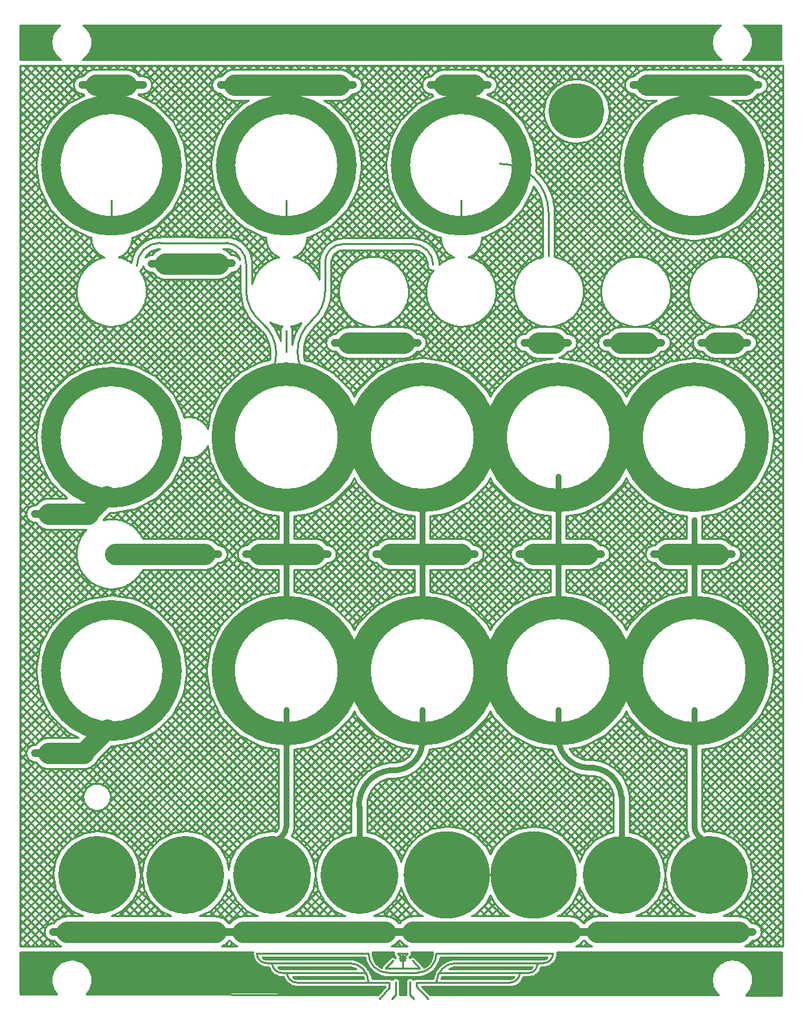
<source format=gtl>
G04 DipTrace 3.3.0.0*
G04 orgone_3_PCBPANEL.GTL*
%MOIN*%
G04 #@! TF.FileFunction,Copper,L1,Top*
G04 #@! TF.Part,Single*
G04 #@! TA.AperFunction,CopperBalancing*
%ADD13C,0.01*%
G04 #@! TA.AperFunction,ViaPad*
%ADD14C,0.04*%
G04 #@! TA.AperFunction,Conductor*
%ADD15C,0.11*%
G04 #@! TA.AperFunction,Nonconductor*
%ADD16C,0.1*%
G04 #@! TA.AperFunction,Conductor*
%ADD17C,0.03*%
G04 #@! TA.AperFunction,Nonconductor*
%ADD21C,0.12*%
%ADD22O,0.28747X0.28122*%
%ADD23C,0.4*%
%ADD24C,0.399999*%
%ADD25O,0.443749X0.45*%
%FSLAX26Y26*%
G04*
G70*
G90*
G75*
G01*
G04 Top*
%LPD*%
X3018950Y3789257D2*
D14*
X3088950D1*
D15*
X3173927D1*
D14*
X3243927D1*
X3443906D2*
X3513906D1*
D15*
X3655126D1*
D14*
X3725126D1*
X3931354D2*
X4001354D1*
D15*
X4098829D1*
D14*
X4168829D1*
X1100402Y4195858D2*
X1170402D1*
D15*
X1442858D1*
D14*
Y4196257D1*
X1512766D1*
X1444115Y2702257D2*
X1374115D1*
D15*
X912929D1*
X1587850D2*
D14*
X1657850D1*
D15*
X1936556D1*
D14*
X2006556D1*
X2256530D2*
X2326530D1*
D15*
X2692727D1*
D14*
X2762727D1*
X2993953D2*
X3063953D1*
D15*
X3342659D1*
D14*
X3412659D1*
X3687630D2*
X3757630D1*
D15*
X4017588D1*
D14*
X4087588D1*
X500465Y2908493D2*
X570465D1*
D15*
X775436D1*
D16*
X869176Y3002234D1*
X500465Y1677373D2*
D14*
X570465D1*
D15*
X750438D1*
D16*
X875425Y1802360D1*
X2044052Y3789257D2*
D14*
X2114052D1*
D15*
X2399008D1*
D14*
X2469008D1*
X744189Y5114512D2*
X812932D1*
D15*
X968937D1*
D14*
X1056656D1*
X2537751Y5114257D2*
X2607751D1*
D15*
X2761470D1*
D14*
X2831470D1*
X2137793D2*
X2067793Y5114512D1*
D15*
X1526614D1*
D14*
X1456614D1*
X4225073Y5114257D2*
X4155073Y5114512D1*
D15*
X3651391D1*
D14*
X3581391D1*
X4193827Y759257D2*
X4123827D1*
D15*
X3395168D1*
D14*
X3325168D1*
X2375268D2*
X2445268D1*
D15*
X3255168D1*
D14*
X3325168D1*
X1500360D2*
X1570360D1*
D15*
X2305268D1*
D14*
X2375268D1*
X594205D2*
X664205D1*
D15*
X1430360D1*
D14*
X1500360D1*
X1719016Y1227507D2*
D17*
G03X1794016Y1302507I-1J75001D01*
G01*
Y1902507D1*
X2169016Y1227507D2*
Y1402507D1*
G02X2331516Y1590007I179740J8392D01*
G01*
G03X2494016Y1727507I15294J146698D01*
G01*
Y1902507D1*
X3519016Y1227507D2*
Y1452507D1*
G03X3344016Y1602507I-160053J-9646D01*
G01*
G02X3194016Y1777507I9767J160157D01*
G01*
Y1902507D1*
X3969016Y1227507D2*
D3*
G02X3894016Y1302507I1J75001D01*
G01*
Y1902507D1*
X1794079Y2427507D2*
Y2952239D1*
X2494005Y2427507D2*
Y2920992D1*
X3194016Y2427507D2*
Y3102507D1*
X3894016Y2452507D2*
Y2877507D1*
X2356516Y502507D2*
D13*
Y433757D1*
X2337766Y415007D1*
X2392533Y622835D2*
X2417533Y647835D1*
X2367533D1*
X2392533Y622835D1*
X2394096Y586898D1*
Y572835D1*
X2480033D1*
X2442533Y610335D1*
X2394096Y572835D2*
X2305033D1*
X2342533Y610335D1*
X2525265Y415007D2*
X2462446Y477825D1*
Y497835D1*
X2567533D1*
G02X2667533Y597835I99998J2D01*
G01*
X3086202D1*
X3117533D1*
G03X3167533Y647835I1J49999D01*
G01*
X2567533D1*
G02X2467533Y547835I-99998J-2D01*
G01*
X2317533D1*
G02X2217533Y647835I-2J99998D01*
G01*
X1642533D1*
G03X1692533Y597835I49999J-1D01*
G01*
X1721340D1*
X2117533D1*
G02X2217533Y497814I2J-99998D01*
G01*
X2324906D1*
Y470794D1*
X2275266Y415007D1*
X3086202Y597835D2*
Y591504D1*
G02X3042533Y547835I-43670J1D01*
G01*
X2996399D1*
X2580130D1*
X1721340Y597835D2*
G03X1771340Y547835I49999J-1D01*
G01*
X1797894D1*
X2205033D1*
X1797894D2*
G03X1847894Y497835I49999J-1D01*
G01*
X2217533D1*
X2996399Y547835D2*
G02X2946399Y497835I-50001J1D01*
G01*
X2567533D1*
X2431516Y502507D2*
Y433757D1*
X2450266Y415007D1*
X1794016Y3740007D2*
Y3852507D1*
Y4433757D2*
Y4521451D1*
X2694016Y4433757D2*
Y4522038D1*
X894016Y4433757D2*
Y4521256D1*
X3144016Y4233757D2*
Y4458757D1*
G03X2894016Y4708757I-250002J-2D01*
G01*
X2550266Y4190007D2*
G03X2444016Y4296257I-106253J-2D01*
G01*
X2087766D1*
G03X1994016Y4202507I1J-93752D01*
G01*
Y4052507D1*
G02X1925266Y3902507I-198004J-4D01*
G01*
G03X1925266Y3583757I137441J-159375D01*
G01*
X1025266Y4183757D2*
G02X1144016Y4302507I118749J0D01*
G01*
X1487766D1*
G02X1587766Y4190007I-7203J-107097D01*
G01*
Y4052507D1*
G03X1669016Y3890007I218302J7588D01*
G01*
G02X1675266Y3583757I-128462J-155810D01*
G01*
D14*
X2392533Y622835D3*
X2044052Y3789257D3*
X2469008D3*
X3018950D3*
X3243927D3*
X3443906D3*
X3725126D3*
X1587850Y2702257D3*
X2006556D3*
X2256530D3*
X2762727D3*
X2993953D3*
X3412659D3*
X3687630D3*
X4087588D3*
X1444115D3*
X500465Y2908493D3*
Y1677373D3*
X1100402Y4195858D3*
X1512766Y4196257D3*
X3931354Y3789257D3*
X4168829D3*
X744189Y5114512D3*
X1056656D3*
X1456614D3*
X2137793Y5114257D3*
X2537751D3*
X2831470D3*
X3581391Y5114512D3*
X4225073Y5114257D3*
X594205Y759257D3*
X2375268D3*
X3325168D3*
X4193827D3*
X1500360D3*
X425016Y5412638D2*
D13*
X617675D1*
X760357D2*
X4018064D1*
X4160514D2*
X4338016D1*
X425016Y5402769D2*
X608064D1*
X769967D2*
X4008436D1*
X4170143D2*
X4338016D1*
X425016Y5392900D2*
X600584D1*
X777448D2*
X4000936D1*
X4177643D2*
X4338016D1*
X425016Y5383031D2*
X594744D1*
X783287D2*
X3995096D1*
X4183503D2*
X4338016D1*
X425016Y5373163D2*
X590252D1*
X787780D2*
X3990564D1*
X4188014D2*
X4338016D1*
X425016Y5363294D2*
X586912D1*
X791119D2*
X3987205D1*
X4191373D2*
X4338016D1*
X425016Y5353425D2*
X584608D1*
X793424D2*
X3984900D1*
X4193678D2*
X4338016D1*
X425016Y5343556D2*
X583280D1*
X794752D2*
X3983552D1*
X4195025D2*
X4338016D1*
X425016Y5333688D2*
X582888D1*
X795143D2*
X3983163D1*
X4195416D2*
X4338016D1*
X425016Y5323819D2*
X583436D1*
X794596D2*
X3983689D1*
X4194888D2*
X4338016D1*
X425016Y5313950D2*
X584920D1*
X793112D2*
X3985175D1*
X4193424D2*
X4338016D1*
X425016Y5304081D2*
X587381D1*
X790651D2*
X3987635D1*
X4190963D2*
X4338016D1*
X425016Y5294213D2*
X590916D1*
X787115D2*
X3991151D1*
X4187448D2*
X4338016D1*
X425016Y5284344D2*
X595623D1*
X782408D2*
X3995839D1*
X4182740D2*
X4338016D1*
X425016Y5274475D2*
X601717D1*
X776315D2*
X4001912D1*
X4176667D2*
X4338016D1*
X425016Y5264606D2*
X609491D1*
X768541D2*
X4009667D1*
X4168912D2*
X4338016D1*
X425016Y5254738D2*
X619529D1*
X758503D2*
X4019685D1*
X4158892D2*
X4338016D1*
X794028Y5329508D2*
X793079Y5319558D1*
X791189Y5309741D1*
X788374Y5300150D1*
X784663Y5290869D1*
X780085Y5281982D1*
X774685Y5273570D1*
X768510Y5265709D1*
X761617Y5258470D1*
X754067Y5251917D1*
X745929Y5246113D1*
X744112Y5245003D1*
X4033957Y5245007D1*
X4028469Y5248646D1*
X4020598Y5254811D1*
X4013350Y5261694D1*
X4006789Y5269235D1*
X4000974Y5277366D1*
X3995955Y5286012D1*
X3991782Y5295094D1*
X3988491Y5304534D1*
X3986110Y5314243D1*
X3984663Y5324133D1*
X3984160Y5334117D1*
X3984609Y5344102D1*
X3986004Y5354001D1*
X3988333Y5363723D1*
X3991575Y5373178D1*
X3995699Y5382283D1*
X4000671Y5390957D1*
X4006444Y5399118D1*
X4012965Y5406693D1*
X4020177Y5413615D1*
X4028013Y5419822D1*
X4031966Y5422517D1*
X746535Y5422507D1*
X753627Y5417440D1*
X761211Y5410929D1*
X768143Y5403727D1*
X774360Y5395899D1*
X779804Y5387516D1*
X784429Y5378654D1*
X788190Y5369391D1*
X791055Y5359815D1*
X792997Y5350009D1*
X794000Y5340063D1*
X794147Y5334507D1*
X794028Y5329508D1*
X633924Y5244999D2*
X628193Y5248756D1*
X620323Y5254921D1*
X613075Y5261804D1*
X606513Y5269345D1*
X600698Y5277476D1*
X595680Y5286122D1*
X591507Y5295205D1*
X588215Y5304644D1*
X585835Y5314353D1*
X584387Y5324243D1*
X583885Y5334227D1*
X584333Y5344213D1*
X585728Y5354112D1*
X588058Y5363833D1*
X591299Y5373289D1*
X595424Y5382394D1*
X600395Y5391067D1*
X606168Y5399228D1*
X612689Y5406803D1*
X619902Y5413726D1*
X627738Y5419932D1*
X631529Y5422518D1*
X424016Y5422507D1*
Y5245007D1*
X633840D1*
X4194303Y5329398D2*
X4193354Y5319448D1*
X4191465Y5309631D1*
X4188650Y5300039D1*
X4184938Y5290759D1*
X4180361Y5281871D1*
X4174961Y5273459D1*
X4168786Y5265598D1*
X4161892Y5258360D1*
X4154343Y5251807D1*
X4146205Y5246003D1*
X4144554Y5244995D1*
X4339016Y5245007D1*
Y5422507D1*
X4146652D1*
X4153903Y5417329D1*
X4161487Y5410819D1*
X4168419Y5403617D1*
X4174635Y5395789D1*
X4180080Y5387406D1*
X4184705Y5378543D1*
X4188466Y5369281D1*
X4191331Y5359705D1*
X4193273Y5349899D1*
X4194276Y5339953D1*
X4194423Y5334396D1*
X4194303Y5329398D1*
X425016Y643887D2*
X1621365D1*
X2239224D2*
X2346541D1*
X2438541D2*
X2545839D1*
X3188697D2*
X4344256D1*
X425016Y634018D2*
X1622615D1*
X2240319D2*
X2351541D1*
X2433521D2*
X2544744D1*
X3187448D2*
X4344256D1*
X425016Y624150D2*
X1625349D1*
X1675865D2*
X2198709D1*
X2242720D2*
X2326521D1*
X2458541D2*
X2542343D1*
X2586353D2*
X3134197D1*
X3184713D2*
X4344256D1*
X425016Y614281D2*
X665896D1*
X712682D2*
X1629724D1*
X2149049D2*
X2201014D1*
X2246549D2*
X2316639D1*
X2468424D2*
X2538514D1*
X2584049D2*
X2636014D1*
X3180339D2*
X4065896D1*
X4112682D2*
X4344256D1*
X425016Y604412D2*
X638983D1*
X739596D2*
X1636151D1*
X2174127D2*
X2204373D1*
X2252056D2*
X2306776D1*
X2478287D2*
X2533007D1*
X2580709D2*
X2610936D1*
X3173912D2*
X4038983D1*
X4139596D2*
X4344256D1*
X425016Y594543D2*
X623748D1*
X754849D2*
X1645701D1*
X2190104D2*
X2208827D1*
X2259655D2*
X2296912D1*
X2488151D2*
X2525408D1*
X2576236D2*
X2594959D1*
X3164361D2*
X4023748D1*
X4154849D2*
X4344256D1*
X425016Y584675D2*
X612752D1*
X765846D2*
X1660701D1*
X2201764D2*
X2214197D1*
X2270143D2*
X2287440D1*
X2497623D2*
X2514920D1*
X2570865D2*
X2583299D1*
X3149361D2*
X4012752D1*
X4165846D2*
X4344256D1*
X425016Y574806D2*
X604315D1*
X774264D2*
X1703944D1*
X1753853D2*
X2136560D1*
X2210865D2*
X2220819D1*
X2564244D2*
X2574197D1*
X2648503D2*
X3057655D1*
X3105377D2*
X4004315D1*
X4174264D2*
X4344256D1*
X425016Y564937D2*
X597713D1*
X780865D2*
X1708201D1*
X2218228D2*
X2229392D1*
X2555671D2*
X2566835D1*
X3101744D2*
X3997713D1*
X4180865D2*
X4344256D1*
X425016Y555068D2*
X592576D1*
X786003D2*
X1714432D1*
X2225084D2*
X2240056D1*
X2545007D2*
X2560076D1*
X3096119D2*
X3992576D1*
X4186003D2*
X4344256D1*
X425016Y545199D2*
X588689D1*
X789888D2*
X1723768D1*
X2229167D2*
X2253827D1*
X2531236D2*
X2555896D1*
X3087740D2*
X3988689D1*
X4189888D2*
X4344256D1*
X425016Y535331D2*
X585877D1*
X792701D2*
X1738182D1*
X2232720D2*
X2274100D1*
X2510963D2*
X2552361D1*
X3074244D2*
X3985877D1*
X4192701D2*
X4344256D1*
X425016Y525462D2*
X584080D1*
X794499D2*
X1780272D1*
X1829655D2*
X2191014D1*
X2235572D2*
X2549510D1*
X2594068D2*
X2964647D1*
X3014029D2*
X3984080D1*
X4194499D2*
X4344256D1*
X425016Y515593D2*
X583240D1*
X795339D2*
X1784432D1*
X2335885D2*
X2339895D1*
X2373151D2*
X2414881D1*
X2448151D2*
X2451420D1*
X3009869D2*
X3983240D1*
X4195339D2*
X4344256D1*
X425016Y505724D2*
X583319D1*
X795260D2*
X1790507D1*
X2377643D2*
X2410388D1*
X3003776D2*
X3983319D1*
X4195260D2*
X4344256D1*
X425016Y495856D2*
X584335D1*
X794244D2*
X1799568D1*
X2377896D2*
X2410135D1*
X2994713D2*
X3984335D1*
X4194244D2*
X4344256D1*
X425016Y485987D2*
X586327D1*
X792272D2*
X1813416D1*
X2377896D2*
X2410135D1*
X2980885D2*
X3986327D1*
X4192272D2*
X4344256D1*
X425016Y476118D2*
X589315D1*
X789264D2*
X2301346D1*
X2377896D2*
X2410135D1*
X2493991D2*
X3989315D1*
X4189264D2*
X4344256D1*
X425016Y466249D2*
X593436D1*
X785163D2*
X2292576D1*
X2377896D2*
X2410135D1*
X2503853D2*
X3993436D1*
X4185163D2*
X4344256D1*
X425016Y456381D2*
X598807D1*
X779772D2*
X2283787D1*
X2377896D2*
X2410135D1*
X2513717D2*
X3998807D1*
X4179772D2*
X4344256D1*
X425016Y446512D2*
X605701D1*
X772877D2*
X2275017D1*
X2377896D2*
X2410135D1*
X2523600D2*
X4005701D1*
X4172877D2*
X4344256D1*
X1749147Y436643D2*
X2266228D1*
X2377896D2*
X2410135D1*
X2533463D2*
X4014529D1*
X4164049D2*
X4344256D1*
X794303Y506563D2*
X793354Y496613D1*
X791465Y486797D1*
X788650Y477205D1*
X784938Y467924D1*
X780361Y459037D1*
X774961Y450625D1*
X768786Y442764D1*
X764555Y438192D1*
X2266501Y435819D1*
X2303507Y477433D1*
X1847894Y477434D1*
X1840034Y477906D1*
X1836774Y478390D1*
X1829416Y479904D1*
X1822202Y482323D1*
X1819180Y483634D1*
X1812463Y487001D1*
X1806122Y491205D1*
X1803542Y493253D1*
X1797925Y498244D1*
X1792888Y503946D1*
X1790927Y506592D1*
X1786793Y512866D1*
X1783403Y519677D1*
X1782193Y522741D1*
X1780580Y527451D1*
X1769522Y527524D1*
X1761887Y528073D1*
X1754419Y529530D1*
X1751252Y530434D1*
X1744154Y532896D1*
X1737318Y536236D1*
X1734492Y537930D1*
X1728272Y542146D1*
X1722534Y547142D1*
X1720243Y549509D1*
X1715327Y555190D1*
X1711076Y561501D1*
X1709476Y564381D1*
X1706198Y571140D1*
X1704026Y577451D1*
X1690715Y577524D1*
X1683080Y578073D1*
X1675612Y579530D1*
X1672445Y580434D1*
X1665346Y582896D1*
X1658510Y586236D1*
X1655685Y587930D1*
X1649465Y592146D1*
X1643727Y597142D1*
X1641436Y599509D1*
X1636520Y605190D1*
X1632269Y611501D1*
X1630669Y614381D1*
X1627391Y621142D1*
X1624919Y628336D1*
X1624118Y631531D1*
X1622702Y638911D1*
X1622176Y646501D1*
X1622218Y649702D1*
X1622898Y653319D1*
X1622824Y653049D1*
X1620265Y653756D1*
X424016D1*
X424024Y438748D1*
X613731Y438446D1*
X609980Y442552D1*
X603785Y450396D1*
X598362Y458794D1*
X593761Y467669D1*
X590024Y476941D1*
X587185Y486525D1*
X585269Y496336D1*
X584293Y506285D1*
X584266Y516281D1*
X585189Y526234D1*
X587052Y536055D1*
X589841Y545655D1*
X593529Y554946D1*
X598083Y563845D1*
X603461Y572270D1*
X609614Y580148D1*
X616488Y587406D1*
X624021Y593978D1*
X632143Y599804D1*
X640782Y604833D1*
X649861Y609018D1*
X659295Y612323D1*
X669000Y614717D1*
X678890Y616177D1*
X688873Y616692D1*
X698858Y616257D1*
X708759Y614875D1*
X718483Y612559D1*
X727944Y609329D1*
X737055Y605217D1*
X745734Y600257D1*
X753903Y594495D1*
X761487Y587984D1*
X768419Y580782D1*
X774635Y572954D1*
X780080Y564571D1*
X784705Y555709D1*
X788466Y546446D1*
X791331Y536870D1*
X793273Y527064D1*
X794276Y517118D1*
X794423Y511562D1*
X794303Y506563D1*
X4194303D2*
X4193354Y496613D1*
X4191465Y486797D1*
X4188650Y477205D1*
X4184938Y467924D1*
X4180361Y459037D1*
X4174961Y450625D1*
X4168786Y442764D1*
X4161892Y435525D1*
X4159018Y432811D1*
X4345265Y432507D1*
Y653756D1*
X3187042D1*
X3187638Y651290D1*
X3187932Y648102D1*
X3187462Y639975D1*
X3186978Y636715D1*
X3185463Y629357D1*
X3183045Y622143D1*
X3181734Y619121D1*
X3178366Y612404D1*
X3174163Y606063D1*
X3172114Y603483D1*
X3167123Y597866D1*
X3161421Y592829D1*
X3158776Y590866D1*
X3152501Y586734D1*
X3145690Y583344D1*
X3142626Y582134D1*
X3135495Y579765D1*
X3128038Y578255D1*
X3124766Y577878D1*
X3117047Y577448D1*
X3104945Y577343D1*
X3103853Y573140D1*
X3101621Y566740D1*
X3097883Y559239D1*
X3093198Y552290D1*
X3087647Y546013D1*
X3081323Y540513D1*
X3074335Y535887D1*
X3066803Y532211D1*
X3058857Y529551D1*
X3050631Y527950D1*
X3042047Y527448D1*
X3013685Y527434D1*
X3011336Y520647D1*
X3007996Y513812D1*
X3006302Y510987D1*
X3002087Y504768D1*
X2997092Y499029D1*
X2994724Y496738D1*
X2989043Y491822D1*
X2982732Y487572D1*
X2979853Y485971D1*
X2973092Y482693D1*
X2965898Y480222D1*
X2962702Y479421D1*
X2955323Y478004D1*
X2947734Y477478D1*
X2926399Y477434D1*
X2491654D1*
X2533730Y435392D1*
X4019390Y433033D1*
X4013350Y438860D1*
X4006789Y446400D1*
X4000974Y454531D1*
X3995955Y463177D1*
X3991782Y472260D1*
X3988491Y481699D1*
X3986110Y491408D1*
X3984663Y501298D1*
X3984160Y511282D1*
X3984609Y521268D1*
X3986004Y531167D1*
X3988333Y540888D1*
X3991575Y550344D1*
X3995699Y559449D1*
X4000671Y568122D1*
X4006444Y576283D1*
X4012965Y583858D1*
X4020177Y590781D1*
X4028013Y596987D1*
X4036403Y602421D1*
X4045272Y607033D1*
X4054538Y610782D1*
X4064119Y613635D1*
X4073928Y615564D1*
X4083874Y616554D1*
X4093870Y616593D1*
X4103825Y615684D1*
X4113648Y613832D1*
X4123252Y611056D1*
X4132549Y607382D1*
X4141453Y602840D1*
X4149886Y597474D1*
X4157772Y591329D1*
X4165038Y584466D1*
X4171621Y576941D1*
X4177458Y568827D1*
X4182497Y560194D1*
X4186696Y551122D1*
X4190012Y541692D1*
X4192419Y531990D1*
X4193892Y522102D1*
X4194421Y512121D1*
X4194303Y506563D1*
X2357198Y624495D2*
X2357668Y628873D1*
X2352021Y634585D1*
X2350139Y637176D1*
X2348685Y640028D1*
X2347697Y643072D1*
X2347196Y646234D1*
Y649436D1*
X2347827Y653060D1*
X2345265Y653756D1*
X2237042D1*
X2237681Y651026D1*
X2238217Y644180D1*
X2238664Y637353D1*
X2240706Y627148D1*
X2244063Y617297D1*
X2248677Y607969D1*
X2254470Y599323D1*
X2261343Y591507D1*
X2269175Y584654D1*
X2277836Y578882D1*
X2284806Y575459D1*
X2285631Y579139D1*
X2286856Y582096D1*
X2288529Y584825D1*
X2290852Y587484D1*
X2329283Y625846D1*
X2331874Y627728D1*
X2334726Y629182D1*
X2337770Y630171D1*
X2340932Y630672D1*
X2344134D1*
X2347295Y630171D1*
X2350340Y629182D1*
X2353192Y627728D1*
X2355782Y625846D1*
X2357175Y624525D1*
X2427398Y628873D2*
X2427867Y624495D1*
X2430542Y626839D1*
X2433272Y628512D1*
X2436228Y629736D1*
X2439341Y630483D1*
X2442533Y630735D1*
X2445724Y630483D1*
X2448837Y629736D1*
X2451794Y628512D1*
X2454524Y626839D1*
X2456958Y624760D1*
X2495545Y586084D1*
X2497427Y583493D1*
X2498881Y580642D1*
X2499869Y577597D1*
X2500236Y575560D1*
X2507399Y578979D1*
X2516046Y584772D1*
X2523861Y591643D1*
X2530714Y599476D1*
X2536486Y608138D1*
X2541077Y617476D1*
X2544409Y627336D1*
X2546428Y637546D1*
X2547344Y650761D1*
X2547827Y653060D1*
X2545265Y653756D1*
X2437042D1*
X2437681Y651026D1*
X2437933Y647835D1*
X2437681Y644643D1*
X2436934Y641530D1*
X2435710Y638573D1*
X2434037Y635844D1*
X2431958Y633409D1*
X2427415Y628866D1*
X2431714Y633185D1*
X2376916Y497507D2*
Y435617D1*
X2411112Y435589D1*
X2411178Y504108D1*
X2411680Y507269D1*
X2412668Y510314D1*
X2414122Y513165D1*
X2416004Y515756D1*
X2418266Y518018D1*
X2420857Y519900D1*
X2423709Y521354D1*
X2426753Y522343D1*
X2429915Y522844D1*
X2433117D1*
X2436278Y522343D1*
X2439323Y521354D1*
X2442175Y519900D1*
X2444765Y518018D1*
X2447028Y515756D1*
X2448944Y513105D1*
X2451787Y515228D1*
X2454639Y516682D1*
X2457684Y517671D1*
X2460845Y518172D1*
X2472446Y518235D1*
X2549067D1*
X2551306Y529253D1*
X2555827Y542660D1*
X2557138Y545682D1*
X2560122Y551765D1*
X2560728Y554139D1*
X2561953Y557096D1*
X2563626Y559825D1*
X2565705Y562260D1*
X2566745Y563325D1*
X2572176Y571341D1*
X2581484Y581996D1*
X2583852Y584287D1*
X2594450Y593516D1*
X2606199Y601400D1*
X2609079Y603000D1*
X2621705Y609171D1*
X2635093Y613745D1*
X2638289Y614546D1*
X2652083Y617238D1*
X2666199Y618192D1*
X2687533Y618235D1*
X3117504Y618277D1*
X3121362Y618526D1*
X3125155Y619276D1*
X3128818Y620516D1*
X3132287Y622222D1*
X3135504Y624366D1*
X3138882Y627448D1*
X2585990Y627434D1*
X2583760Y616416D1*
X2579239Y603009D1*
X2577928Y599987D1*
X2571668Y587404D1*
X2563831Y575625D1*
X2561782Y573045D1*
X2552479Y562510D1*
X2541860Y553161D1*
X2539214Y551199D1*
X2527501Y543433D1*
X2514824Y537150D1*
X2511760Y535940D1*
X2498436Y531470D1*
X2484566Y528682D1*
X2481293Y528306D1*
X2467047Y527448D1*
X2315932Y527497D1*
X2301554Y528501D1*
X2287671Y531234D1*
X2284504Y532138D1*
X2271211Y536702D1*
X2258509Y542936D1*
X2255684Y544629D1*
X2244026Y552478D1*
X2233371Y561786D1*
X2231080Y564154D1*
X2221852Y574752D1*
X2213967Y586500D1*
X2212367Y589381D1*
X2206197Y602007D1*
X2201622Y615395D1*
X2200822Y618591D1*
X2199046Y627455D1*
X1671185Y627434D1*
X1674516Y624402D1*
X1677728Y622251D1*
X1681194Y620538D1*
X1684854Y619291D1*
X1688646Y618533D1*
X1693403Y618222D1*
X2117533Y618235D1*
X2131921Y617336D1*
X2135180Y616852D1*
X2148955Y614060D1*
X2162365Y609538D1*
X2165387Y608227D1*
X2177971Y601966D1*
X2189752Y594126D1*
X2192332Y592079D1*
X2202865Y582772D1*
X2212215Y572151D1*
X2214177Y569504D1*
X2218364Y563260D1*
X2220545Y561084D1*
X2222427Y558493D1*
X2223881Y555642D1*
X2224869Y552597D1*
X2225108Y551400D1*
X2228877Y543646D1*
X2233449Y530253D1*
X2234248Y527058D1*
X2236024Y518193D1*
X2324906Y518214D1*
X2328097Y517962D1*
X2331210Y517215D1*
X2334167Y515991D1*
X2336896Y514318D1*
X2338508Y512999D1*
X2339122Y513165D1*
X2341004Y515756D1*
X2343266Y518018D1*
X2345857Y519900D1*
X2348709Y521354D1*
X2351753Y522343D1*
X2354915Y522844D1*
X2358117D1*
X2361278Y522343D1*
X2364323Y521354D1*
X2367175Y519900D1*
X2369765Y518018D1*
X2372028Y515756D1*
X2373909Y513165D1*
X2375364Y510314D1*
X2376352Y507269D1*
X2376853Y504108D1*
X2376916Y497507D1*
X2593752Y527457D2*
X2590656Y518333D1*
X2602533Y518235D1*
X2946370Y518277D1*
X2950228Y518526D1*
X2954021Y519277D1*
X2957684Y520516D1*
X2961152Y522223D1*
X2964369Y524367D1*
X2967747Y527448D1*
X2593723Y527434D1*
X2637184Y571383D2*
X2630772Y568220D1*
X3042339Y568265D1*
X3046493Y568663D1*
X3049441Y569374D1*
X3052270Y570466D1*
X3054933Y571917D1*
X3057383Y573703D1*
X3059580Y575794D1*
X3061025Y577441D1*
X2668005Y577434D1*
X2657051Y576703D1*
X2646846Y574661D1*
X2636995Y571304D1*
X2117084Y577434D2*
X1749974D1*
X1753323Y574402D1*
X1756535Y572251D1*
X1760001Y570538D1*
X1763661Y569291D1*
X1767453Y568533D1*
X1772210Y568222D1*
X2154281Y568235D1*
X2147895Y571377D1*
X2138034Y574711D1*
X2127824Y576730D1*
X2116668Y577448D1*
X2194416Y518311D2*
X2191316Y527449D1*
X1826537Y527434D1*
X1829877Y524402D1*
X1833089Y522251D1*
X1836555Y520538D1*
X1840215Y519291D1*
X1844007Y518533D1*
X1848764Y518222D1*
X2194437Y518235D1*
X429550Y5213908D2*
X425723Y5210081D1*
X471976Y5213908D2*
X425723Y5167655D1*
X514403Y5213908D2*
X425723Y5125228D1*
X556829Y5213908D2*
X425723Y5082802D1*
X599256Y5213908D2*
X425723Y5040377D1*
X641682Y5213908D2*
X425723Y4997950D1*
X684108Y5213908D2*
X425723Y4955524D1*
X726534Y5213908D2*
X425723Y4913097D1*
X768961Y5213908D2*
X425723Y4870671D1*
X811387Y5213908D2*
X789323Y5191845D1*
X699604Y5102125D2*
X425723Y4828244D1*
X853814Y5213908D2*
X835507Y5195601D1*
X716908Y5077004D2*
X425723Y4785818D1*
X896240Y5213908D2*
X877933Y5195601D1*
X747913Y5065581D2*
X734205Y5051874D1*
X544344Y4862013D2*
X425723Y4743391D1*
X938667Y5213908D2*
X920360Y5195601D1*
X519457Y4794699D2*
X425723Y4700965D1*
X981093Y5213908D2*
X962786Y5195601D1*
X511475Y4744290D2*
X425723Y4658538D1*
X1023520Y5213908D2*
X999480Y5189870D1*
X505785Y4696173D2*
X425723Y4616112D1*
X1065946Y5213908D2*
X1025280Y5173241D1*
X511336Y4659299D2*
X425723Y4573685D1*
X1108373Y5213908D2*
X1055068Y5160605D1*
X517136Y4622673D2*
X425723Y4531259D1*
X1150799Y5213908D2*
X1086736Y5149846D1*
X523199Y4586310D2*
X425723Y4488833D1*
X1193226Y5213908D2*
X1102122Y5122804D1*
X1047730Y5068413D2*
X1039421Y5060105D1*
X536127Y4556810D2*
X425723Y4446407D1*
X1235651Y5213908D2*
X1067526Y5045783D1*
X550449Y4528706D2*
X425723Y4403980D1*
X1278077Y5213908D2*
X1095630Y5031461D1*
X564770Y4500601D2*
X425723Y4361554D1*
X1320504Y5213908D2*
X1123017Y5016421D1*
X579810Y4473214D2*
X425723Y4319127D1*
X1362930Y5213908D2*
X1144866Y4995844D1*
X600388Y4451366D2*
X425723Y4276701D1*
X1405357Y5213908D2*
X1166079Y4974630D1*
X621601Y4430152D2*
X425723Y4234274D1*
X1447783Y5213908D2*
X1187293Y4953417D1*
X642814Y4408940D2*
X425723Y4191848D1*
X1490210Y5213908D2*
X1207967Y4931665D1*
X664552Y4388251D2*
X425723Y4149421D1*
X1532636Y5213908D2*
X1513058Y5194331D1*
X1414320Y5095592D2*
X1223131Y4904403D1*
X691828Y4373101D2*
X425723Y4106995D1*
X1575063Y5213908D2*
X1556756Y5195601D1*
X1434774Y5073619D2*
X1237438Y4876285D1*
X719933Y4358780D2*
X425723Y4064568D1*
X1617490Y5213908D2*
X1599181Y5195601D1*
X1464965Y5061383D2*
X1251760Y4848180D1*
X748038Y4344457D2*
X425723Y4022142D1*
X1659916Y5213908D2*
X1641608Y5195601D1*
X1488608Y5042601D2*
X1264866Y4818860D1*
X777371Y4331365D2*
X425723Y3979715D1*
X1702343Y5213908D2*
X1684034Y5195601D1*
X1521948Y5033513D2*
X1271026Y4782593D1*
X791003Y4302570D2*
X425723Y3937290D1*
X1744769Y5213908D2*
X1726461Y5195601D1*
X1564277Y5033417D2*
X1276827Y4745967D1*
X803308Y4272449D2*
X425723Y3894864D1*
X1787194Y5213908D2*
X1768887Y5195601D1*
X1453556Y4880270D2*
X1282462Y4709176D1*
X822436Y4249150D2*
X425723Y3852437D1*
X1829621Y5213908D2*
X1811314Y5195601D1*
X1421046Y4805333D2*
X1277130Y4661417D1*
X847765Y4232052D2*
X840795Y4225083D1*
X721438Y4105726D2*
X425723Y3810010D1*
X1872047Y5213908D2*
X1853740Y5195601D1*
X1413063Y4754924D2*
X1269134Y4610995D1*
X713207Y4055068D2*
X425723Y3767584D1*
X1914474Y5213908D2*
X1896167Y5195601D1*
X1405606Y4705041D2*
X1245379Y4544815D1*
X1051403Y4350837D2*
X993902Y4293336D1*
X716743Y4016177D2*
X425723Y3725157D1*
X1956900Y5213908D2*
X1938593Y5195601D1*
X1410012Y4667020D2*
X962924Y4219932D1*
X726589Y3983598D2*
X425723Y3682731D1*
X1999327Y5213908D2*
X1981020Y5195601D1*
X1415812Y4630394D2*
X1115959Y4330542D1*
X997238Y4211819D2*
X990917Y4205500D1*
X741022Y3955604D2*
X425723Y3640304D1*
X2041753Y5213908D2*
X2023446Y5195601D1*
X1421613Y4593768D2*
X1161438Y4333593D1*
X759294Y3931449D2*
X425723Y3597878D1*
X2084180Y5213908D2*
X2065873Y5195601D1*
X1433020Y4562749D2*
X1203865Y4333593D1*
X781129Y3910857D2*
X425723Y3555451D1*
X2126606Y5213908D2*
X2101311Y5188613D1*
X1447328Y4534630D2*
X1246291Y4333593D1*
X1071927Y4159228D2*
X1052610Y4139913D1*
X806609Y3893912D2*
X425723Y3513025D1*
X2169033Y5213908D2*
X2126252Y5171129D1*
X1461650Y4506526D2*
X1288718Y4333593D1*
X1103980Y4148857D2*
X1065537Y4110413D1*
X836109Y3880984D2*
X425723Y3470598D1*
X2211459Y5213908D2*
X2154869Y5157318D1*
X2030967Y5033417D2*
X2017549Y5019999D1*
X1476123Y4478572D2*
X1331144Y4333593D1*
X1125525Y4127975D2*
X1073423Y4075873D1*
X870650Y3873098D2*
X425723Y3428172D1*
X2253886Y5213908D2*
X2177752Y5137776D1*
X2073669Y5033693D2*
X2040295Y5000318D1*
X1495818Y4455840D2*
X1373571Y4333593D1*
X1155923Y4115946D2*
X1073810Y4033833D1*
X912689Y3872713D2*
X425723Y3385747D1*
X2296311Y5213908D2*
X2180749Y5098346D1*
X2153702Y5071299D2*
X2061508Y4979105D1*
X1517030Y4434627D2*
X1415997Y4333593D1*
X1197161Y4114759D2*
X1056601Y3974198D1*
X972323Y3889920D2*
X734661Y3652257D1*
X544123Y3461720D2*
X425723Y3343320D1*
X2338738Y5213908D2*
X2082722Y4957892D1*
X1538244Y4413413D2*
X1458424Y4333593D1*
X1239588Y4114759D2*
X801794Y3676965D1*
X519416Y3394587D2*
X425723Y3300894D1*
X2381164Y5213908D2*
X2103852Y4936596D1*
X1559539Y4392283D2*
X1499634Y4332378D1*
X1282014Y4114759D2*
X852203Y3684948D1*
X511433Y3344177D2*
X425723Y3258467D1*
X2423591Y5213908D2*
X2120010Y4910328D1*
X1585807Y4376125D2*
X1533139Y4323457D1*
X1481094Y4271412D2*
X1478604Y4268921D1*
X1324441Y4114759D2*
X900251Y3690568D1*
X505798Y3296117D2*
X425723Y3216041D1*
X2466017Y5213908D2*
X2134332Y4882223D1*
X1613912Y4361803D2*
X1560622Y4308513D1*
X1515070Y4262961D2*
X1502907Y4250799D1*
X1366866Y4114759D2*
X937126Y3685017D1*
X511365Y3259256D2*
X425723Y3173614D1*
X2508444Y5213908D2*
X2148654Y4854118D1*
X1642017Y4347482D2*
X1583217Y4288681D1*
X1538630Y4244094D2*
X1532656Y4238121D1*
X1409293Y4114759D2*
X973751Y3679217D1*
X517165Y3222630D2*
X425723Y3131188D1*
X2550870Y5213908D2*
X2162602Y4825640D1*
X1670495Y4333533D2*
X1600908Y4263946D1*
X1452382Y4115421D2*
X1010087Y3673126D1*
X523255Y3186294D2*
X425723Y3088761D1*
X2593297Y5213908D2*
X2539744Y5160357D1*
X2491664Y5112276D2*
X2169715Y4790327D1*
X1689512Y4310123D2*
X1613434Y4234046D1*
X1556667Y4177280D2*
X1551396Y4172009D1*
X1537014Y4157626D2*
X1039559Y3660172D1*
X536210Y3156822D2*
X425723Y3046335D1*
X2635723Y5213908D2*
X2617167Y5195353D1*
X2504108Y5082293D2*
X2175516Y4753701D1*
X1700063Y4278249D2*
X1618780Y4196965D1*
X1556667Y4134853D2*
X1067664Y3645849D1*
X550517Y3128703D2*
X425717Y3003902D1*
X2678150Y5213908D2*
X2659593Y5195353D1*
X2532613Y5068371D2*
X2497525Y5033285D1*
X2362755Y4898514D2*
X2181316Y4717075D1*
X1717837Y4253597D2*
X1618862Y4154621D1*
X1556667Y4092427D2*
X1095769Y3631528D1*
X564839Y3100598D2*
X425717Y2961475D1*
X2720576Y5213908D2*
X2702020Y5195353D1*
X2323008Y4816341D2*
X2178719Y4672052D1*
X1741812Y4235146D2*
X1726655Y4219987D1*
X1626535Y4119867D2*
X1618862Y4112194D1*
X1556722Y4050055D2*
X1123142Y3616474D1*
X579892Y3073226D2*
X425717Y2919049D1*
X2763003Y5213908D2*
X2744446Y5195353D1*
X2314652Y4765559D2*
X2170736Y4621643D1*
X1561182Y4012089D2*
X1144976Y3595883D1*
X600499Y3051404D2*
X521493Y2972399D1*
X506558Y2957465D2*
X503688Y2954594D1*
X454423Y2905329D2*
X425717Y2876622D1*
X2805429Y5213908D2*
X2783890Y5192370D1*
X2306669Y4715150D2*
X2154592Y4563072D1*
X1933063Y4341543D2*
X1897465Y4305945D1*
X1570201Y3978681D2*
X1166189Y3574669D1*
X621711Y3030192D2*
X581114Y2989593D1*
X467433Y2875912D2*
X425717Y2834196D1*
X2847854Y5213908D2*
X2811995Y5178047D1*
X2308699Y4674753D2*
X2108105Y4474159D1*
X2021976Y4388030D2*
X1856406Y4222459D1*
X1582562Y3948615D2*
X1187403Y3553457D1*
X642925Y3008979D2*
X623541Y2989593D1*
X496449Y2862503D2*
X425717Y2791769D1*
X2890281Y5213908D2*
X2836522Y5160150D1*
X2314500Y4638127D2*
X1885298Y4208925D1*
X1598238Y3921865D2*
X1208063Y3531690D1*
X520576Y2844203D2*
X425717Y2749343D1*
X2932707Y5213908D2*
X2865068Y5146269D1*
X2320301Y4601501D2*
X2032685Y4313886D1*
X1976387Y4257588D2*
X1910226Y4191427D1*
X1616425Y3897626D2*
X1223199Y3504400D1*
X548944Y2830144D2*
X425717Y2706917D1*
X2975134Y5213908D2*
X2877554Y5116328D1*
X2329899Y4568673D2*
X2088577Y4327352D1*
X1962921Y4201697D2*
X1931577Y4170352D1*
X1637307Y3876081D2*
X1237521Y3476295D1*
X588621Y2827395D2*
X425717Y2664491D1*
X3017560Y5213908D2*
X2855470Y5051818D1*
X2344220Y4540570D2*
X2131004Y4327352D1*
X2064500Y4260848D2*
X2029425Y4225774D1*
X1962921Y4159270D2*
X1949324Y4145672D1*
X1659709Y3856056D2*
X1251843Y3448192D1*
X631047Y2827395D2*
X425717Y2622064D1*
X3059987Y5213908D2*
X2883575Y5037496D1*
X2358542Y4512465D2*
X2173429Y4327352D1*
X2111235Y4265156D2*
X2025104Y4179025D1*
X1729453Y3883374D2*
X1724072Y3877993D1*
X1679236Y3833159D2*
X1264908Y3418829D1*
X673474Y2827395D2*
X425717Y2579638D1*
X3102413Y5213908D2*
X2911680Y5023175D1*
X2372865Y4484360D2*
X2215856Y4327352D1*
X2153661Y4265156D2*
X2025104Y4136598D1*
X1762777Y3874273D2*
X1741239Y3852734D1*
X1694898Y3806394D2*
X1296824Y3408320D1*
X715900Y2827395D2*
X425717Y2537211D1*
X3144840Y5213908D2*
X2935724Y5004793D1*
X2391247Y4460315D2*
X2258282Y4327352D1*
X2196088Y4265156D2*
X2025104Y4094172D1*
X1762916Y3831984D2*
X1755533Y3824601D1*
X1706056Y3775126D2*
X1580938Y3650007D1*
X1446278Y3515346D2*
X1332318Y3401387D1*
X758327Y2827395D2*
X425717Y2494785D1*
X3187266Y5213908D2*
X2956937Y4983580D1*
X2412459Y4439102D2*
X2300709Y4327352D1*
X2238514Y4265156D2*
X2201424Y4228067D1*
X2068463Y4095105D2*
X2025075Y4051718D1*
X1856455Y3883097D2*
X1825110Y3851753D1*
X1711264Y3737906D2*
X1665790Y3692433D1*
X1403852Y3430495D2*
X1359428Y3386071D1*
X718455Y2745097D2*
X425717Y2452358D1*
X3229693Y5213908D2*
X2978151Y4962366D1*
X2433673Y4417888D2*
X2343135Y4327352D1*
X2280941Y4265156D2*
X2249071Y4233287D1*
X2063228Y4047445D2*
X2019496Y4003711D1*
X1833101Y3817318D2*
X1825110Y3809327D1*
X1394129Y3378345D2*
X1380199Y3364416D1*
X935076Y2919291D2*
X899077Y2883293D1*
X713235Y2697451D2*
X425717Y2409932D1*
X3272119Y5213908D2*
X2999364Y4941154D1*
X2454886Y4396676D2*
X2385562Y4327352D1*
X2323366Y4265156D2*
X2286622Y4228412D1*
X2068118Y4009907D2*
X1990148Y3931938D1*
X985484Y2927274D2*
X936614Y2878404D1*
X718110Y2659900D2*
X425717Y2367505D1*
X3314546Y5213908D2*
X3240360Y5139723D1*
X3124745Y5024109D2*
X3016890Y4916252D1*
X2479786Y4379150D2*
X2427988Y4327352D1*
X2365793Y4265156D2*
X2318276Y4217639D1*
X2078877Y3978239D2*
X1889164Y3788528D1*
X1297386Y3196748D2*
X1245159Y3144522D1*
X1051860Y2951222D2*
X968282Y2867646D1*
X728882Y2628245D2*
X425717Y2325079D1*
X3356972Y5213908D2*
X3289871Y5146808D1*
X3118213Y4975150D2*
X3031211Y4888148D1*
X2507891Y4364828D2*
X2468192Y4325127D1*
X2408219Y4265156D2*
X2345552Y4202490D1*
X2094041Y3950978D2*
X1883558Y3740495D1*
X1390510Y3247448D2*
X995545Y2852482D1*
X744033Y2600970D2*
X425717Y2282652D1*
X3399398Y5213908D2*
X3326705Y5141215D1*
X3278555Y5093066D2*
X3171140Y4985651D1*
X3124123Y4938634D2*
X3045533Y4860043D1*
X2535996Y4350507D2*
X2500701Y4315211D1*
X2450135Y4264646D2*
X2369045Y4183555D1*
X2112961Y3927471D2*
X1888184Y3702694D1*
X1396311Y3210822D2*
X1019050Y2833560D1*
X762967Y2577478D2*
X425717Y2240226D1*
X3441824Y5213908D2*
X3358206Y5130290D1*
X3317542Y5089626D2*
X3175713Y4947797D1*
X3136112Y4908196D2*
X3059841Y4831925D1*
X2564114Y4336198D2*
X2527411Y4299495D1*
X2482203Y4254287D2*
X2388987Y4161071D1*
X2135445Y3907529D2*
X2096063Y3868146D1*
X2000749Y3772833D2*
X1921219Y3693303D1*
X1402982Y3175066D2*
X1038993Y2811077D1*
X785451Y2557535D2*
X425717Y2197799D1*
X3484251Y5213908D2*
X3386421Y5116079D1*
X3347249Y5076907D2*
X3189702Y4919360D1*
X3151041Y4880698D2*
X3068390Y4798047D1*
X2588531Y4318189D2*
X2549012Y4278669D1*
X2504383Y4234041D2*
X2405256Y4134913D1*
X2161602Y3891260D2*
X2140698Y3870356D1*
X2019974Y3749631D2*
X1950152Y3679810D1*
X1416475Y3146133D2*
X1055262Y2784920D1*
X811609Y2541266D2*
X710327Y2439984D1*
X556525Y2286182D2*
X425717Y2155374D1*
X3526677Y5213908D2*
X3408270Y5095501D1*
X3370949Y5058180D2*
X3209701Y4896932D1*
X3172378Y4859609D2*
X3074190Y4761421D1*
X2597122Y4284353D2*
X2565984Y4253215D1*
X2517379Y4204610D2*
X2417367Y4104598D1*
X2191917Y3879148D2*
X2183125Y3870356D1*
X2050814Y3738045D2*
X1978257Y3665488D1*
X1430797Y3118028D2*
X1096114Y2783345D1*
X841923Y2529154D2*
X787612Y2474843D1*
X521667Y2208898D2*
X425717Y2112948D1*
X3569104Y5213908D2*
X3428295Y5073101D1*
X3389234Y5034038D2*
X3235112Y4879916D1*
X3195829Y4840634D2*
X3079991Y4724795D1*
X2613529Y4258333D2*
X2577517Y4222322D1*
X2525693Y4170497D2*
X2424163Y4068967D1*
X2073766Y3718571D2*
X2006362Y3651167D1*
X1445118Y3089923D2*
X1138541Y2783345D1*
X877554Y2522360D2*
X838020Y2482824D1*
X513685Y2158490D2*
X425717Y2070521D1*
X3611530Y5213908D2*
X3442824Y5045203D1*
X3401097Y5003475D2*
X3266890Y4869269D1*
X3224140Y4826520D2*
X3080308Y4682686D1*
X2636178Y4238556D2*
X2609571Y4211949D1*
X2534573Y4136951D2*
X2422630Y4025008D1*
X2271508Y3873886D2*
X2267969Y3870348D1*
X2106112Y3708490D2*
X2033942Y3636320D1*
X1459950Y3062329D2*
X1180967Y2783345D1*
X921514Y2523892D2*
X888222Y2490600D1*
X505909Y2108287D2*
X425717Y2028094D1*
X3653957Y5213908D2*
X3633467Y5193419D1*
X3538098Y5098051D2*
X3452685Y5012638D1*
X3402175Y4962126D2*
X3309220Y4869172D1*
X3257728Y4817680D2*
X3095306Y4655259D1*
X2514617Y4074570D2*
X2396928Y3956879D1*
X2339635Y3899588D2*
X2310404Y3870356D1*
X2148206Y3708157D2*
X2056205Y3616156D1*
X1480129Y3040080D2*
X1223394Y2783345D1*
X1061209Y2621160D2*
X1046934Y2606886D1*
X989642Y2549593D2*
X926823Y2486774D1*
X509735Y2069686D2*
X425717Y1985668D1*
X3696383Y5213908D2*
X3678076Y5195601D1*
X3557337Y5074862D2*
X3456773Y4974299D1*
X3297199Y4814724D2*
X3115042Y4632567D1*
X3070358Y4587885D2*
X3062602Y4580129D1*
X2815911Y4333437D2*
X2799234Y4316759D1*
X2514286Y4031811D2*
X2352831Y3870356D1*
X2190633Y3708157D2*
X2077417Y3594944D1*
X1501341Y3018867D2*
X1265819Y2783345D1*
X1103635Y2621160D2*
X963449Y2480974D1*
X515535Y2033060D2*
X425717Y1943241D1*
X3738810Y5213908D2*
X3720503Y5195601D1*
X3588163Y5063261D2*
X3444344Y4919442D1*
X3353050Y4828148D2*
X3132636Y4607736D1*
X3086697Y4561797D2*
X3019720Y4494820D1*
X2901219Y4376319D2*
X2749667Y4224765D1*
X2521757Y3996856D2*
X2395257Y3870356D1*
X2233059Y3708157D2*
X2098631Y3573730D1*
X1522555Y2997654D2*
X1308245Y2783345D1*
X1146062Y2621160D2*
X1000075Y2475173D1*
X521336Y1996434D2*
X425717Y1900815D1*
X3781236Y5213908D2*
X3762928Y5195601D1*
X3611143Y5043816D2*
X3147580Y4580252D1*
X3099748Y4532421D2*
X2779484Y4212156D1*
X2534366Y3967039D2*
X2431234Y3863907D1*
X2275486Y3708157D2*
X2119816Y3552490D1*
X1543795Y2976469D2*
X1350672Y2783345D1*
X1188488Y2621160D2*
X1031660Y2464332D1*
X532177Y1964849D2*
X425717Y1858388D1*
X3823663Y5213908D2*
X3805354Y5195601D1*
X3643488Y5033735D2*
X3159913Y4550159D1*
X3108864Y4499109D2*
X2805227Y4195474D1*
X2551050Y3941297D2*
X2456563Y3846808D1*
X2317912Y3708157D2*
X2136693Y3526940D1*
X1569345Y2959592D2*
X1391386Y2781633D1*
X1230915Y2621160D2*
X1059764Y2450010D1*
X546499Y1936745D2*
X425717Y1815962D1*
X3866089Y5213908D2*
X3847781Y5195601D1*
X3685597Y5033417D2*
X3672759Y5020579D1*
X3575332Y4923152D2*
X3169000Y4516820D1*
X3112799Y4460619D2*
X2827324Y4175144D1*
X2571379Y3919199D2*
X2484916Y3832736D1*
X2360339Y3708157D2*
X2324339Y3672159D1*
X1597450Y2945270D2*
X1420969Y2768789D1*
X1273341Y2621160D2*
X1087869Y2435689D1*
X560820Y1908640D2*
X425717Y1773535D1*
X3908516Y5213908D2*
X3890207Y5195601D1*
X3530959Y4836352D2*
X3174331Y4479724D1*
X3112924Y4418316D2*
X2845844Y4151238D1*
X2595285Y3900678D2*
X2508381Y3813774D1*
X2402903Y3708297D2*
X2392785Y3698178D1*
X1625555Y2930948D2*
X1442955Y2748349D1*
X1315768Y2621160D2*
X1115904Y2421298D1*
X575197Y1880591D2*
X425717Y1731109D1*
X3950941Y5213908D2*
X3932634Y5195601D1*
X3516776Y4779743D2*
X3175105Y4438072D1*
X3112924Y4375890D2*
X2860567Y4123533D1*
X2622990Y3885957D2*
X2512854Y3775822D1*
X2482438Y3745406D2*
X2443207Y3706175D1*
X1653659Y2916626D2*
X1474416Y2737383D1*
X1358194Y2621160D2*
X1139010Y2401976D1*
X594531Y1857499D2*
X425717Y1688682D1*
X3993367Y5213908D2*
X3975060Y5195601D1*
X3508793Y4729333D2*
X3175105Y4395646D1*
X3112924Y4333465D2*
X2870773Y4091314D1*
X2655210Y3875751D2*
X2492692Y3713232D1*
X1686474Y2907014D2*
X1489650Y2710190D1*
X1408865Y2629406D2*
X1160223Y2380764D1*
X615745Y1836286D2*
X516079Y1736619D1*
X511214Y1731755D2*
X502932Y1723472D1*
X454395Y1674936D2*
X425717Y1646257D1*
X4035794Y5213908D2*
X4017487Y5195601D1*
X3506942Y4685056D2*
X3175105Y4353219D1*
X3112924Y4291038D2*
X2874861Y4052975D1*
X2693549Y3871663D2*
X2530533Y3708647D1*
X1723100Y2901214D2*
X1560692Y2738806D1*
X1551294Y2729409D2*
X1181436Y2359551D1*
X636958Y1815072D2*
X580354Y1758469D1*
X467059Y1645173D2*
X425717Y1603831D1*
X4078220Y5213908D2*
X4059913Y5195601D1*
X3512743Y4648430D2*
X3175105Y4310793D1*
X3112924Y4248612D2*
X3088732Y4224420D1*
X2972096Y4107783D2*
X2867873Y4003560D1*
X2742963Y3878651D2*
X2567159Y3702846D1*
X1752986Y2888673D2*
X1646801Y2782488D1*
X1546213Y2681900D2*
X1202622Y2338310D1*
X658185Y1793874D2*
X622781Y1758469D1*
X495759Y1631446D2*
X425717Y1561404D1*
X4120647Y5213908D2*
X4102340Y5195601D1*
X3518543Y4611804D2*
X3175105Y4268366D1*
X2963243Y4056505D2*
X2603785Y3697046D1*
X1752986Y2846247D2*
X1690084Y2783345D1*
X1567398Y2660659D2*
X1219167Y2312429D1*
X684067Y1777328D2*
X665207Y1758469D1*
X520148Y1613409D2*
X425717Y1518978D1*
X4163071Y5213906D2*
X4144777Y5195613D1*
X3525970Y4576806D2*
X3179190Y4230025D1*
X2966500Y4017335D2*
X2636098Y3686933D1*
X1847877Y2898711D2*
X1835176Y2886010D1*
X1752983Y2803818D2*
X1732521Y2783356D1*
X1597185Y2648020D2*
X1233486Y2284322D1*
X712182Y1763017D2*
X707643Y1758478D1*
X548346Y1599181D2*
X425727Y1476562D1*
X4205497Y5213906D2*
X4182591Y5191000D1*
X3540058Y4548466D2*
X3211934Y4220344D1*
X2976181Y3984589D2*
X2664203Y3672612D1*
X1898285Y2906694D2*
X1835176Y2843584D1*
X1621230Y2629638D2*
X1247807Y2256217D1*
X587873Y1596281D2*
X425727Y1434135D1*
X4247924Y5213906D2*
X4209260Y5175241D1*
X3554379Y4520361D2*
X3240067Y4206050D1*
X2990475Y3956457D2*
X2692308Y3658290D1*
X1968886Y2934867D2*
X1835176Y2801157D1*
X1655203Y2621185D2*
X1261923Y2227904D1*
X630299Y1596281D2*
X425727Y1391709D1*
X4290350Y5213906D2*
X4235707Y5159262D1*
X4109858Y5033415D2*
X4103650Y5027205D1*
X3568701Y4492256D2*
X3264332Y4187888D1*
X3008622Y3932178D2*
X2720413Y3643969D1*
X2152236Y3075791D2*
X1859801Y2783356D1*
X1697602Y2621157D2*
X1269421Y2192978D1*
X672726Y1596281D2*
X425727Y1349282D1*
X4332777Y5213906D2*
X4261657Y5142786D1*
X4152285Y5033415D2*
X4129600Y5010728D1*
X3585190Y4466320D2*
X3285035Y4166164D1*
X3030361Y3911490D2*
X2745576Y3626705D1*
X2169499Y3050629D2*
X1902227Y2783356D1*
X1740029Y2621157D2*
X1554639Y2435769D1*
X1460639Y2341768D2*
X1275222Y2156352D1*
X715152Y1596281D2*
X425727Y1306857D1*
X4350406Y5189109D2*
X4270854Y5109558D1*
X4229777Y5068479D2*
X4150840Y4989543D1*
X3606362Y4445066D2*
X3302118Y4140822D1*
X3055703Y3894406D2*
X2766789Y3605492D1*
X2190713Y3029416D2*
X1944336Y2783038D1*
X1752983Y2591686D2*
X1643110Y2481814D1*
X1414593Y2253297D2*
X1281037Y2119739D1*
X758007Y1596710D2*
X425727Y1264430D1*
X4350406Y5146682D2*
X4172054Y4968329D1*
X3627576Y4423852D2*
X3315184Y4111461D1*
X3085064Y3881341D2*
X3072143Y3868420D1*
X2975904Y3772181D2*
X2788003Y3584278D1*
X2211925Y3008202D2*
X1976722Y2772999D1*
X1752983Y2549260D2*
X1703753Y2500030D1*
X1396378Y2192654D2*
X1279324Y2075600D1*
X920890Y1717167D2*
X425727Y1222004D1*
X4350406Y5104256D2*
X4193266Y4947117D1*
X3648789Y4402639D2*
X3323262Y4077113D1*
X3119412Y3873261D2*
X3116509Y3870360D1*
X2995448Y3749297D2*
X2809215Y3563066D1*
X2233139Y2986990D2*
X1999717Y2753567D1*
X1867308Y2621157D2*
X1835176Y2589026D1*
X1388381Y2142231D2*
X1271341Y2025192D1*
X971312Y1725163D2*
X425727Y1179577D1*
X4350406Y5061829D2*
X4212656Y4924080D1*
X3671825Y4383249D2*
X3483411Y4194835D1*
X3451682Y4163106D2*
X3323967Y4035391D1*
X3161134Y3872558D2*
X3158928Y3870352D1*
X3026121Y3737545D2*
X2829144Y3540568D1*
X2255651Y2967073D2*
X2030528Y2741951D1*
X1909734Y2621157D2*
X1835176Y2546600D1*
X1383299Y2094723D2*
X1257558Y1968982D1*
X1027522Y1738946D2*
X811735Y1523159D1*
X748366Y1459790D2*
X425727Y1137151D1*
X4350406Y5019403D2*
X4227062Y4896059D1*
X3699861Y4368858D2*
X3561207Y4230205D1*
X3416327Y4085324D2*
X3307878Y3976875D1*
X3219650Y3888647D2*
X3197917Y3866915D1*
X3049253Y3718251D2*
X2981241Y3650239D1*
X2283396Y2952394D2*
X2049807Y2718804D1*
X1954315Y2623312D2*
X1838531Y2507529D1*
X1388878Y2057875D2*
X1213323Y1882320D1*
X1114171Y1783168D2*
X848472Y1517470D1*
X754043Y1423041D2*
X425727Y1094724D1*
X4350406Y4976976D2*
X4241383Y4867954D1*
X3727966Y4354537D2*
X3606395Y4232966D1*
X3413551Y4040122D2*
X3225580Y3852151D1*
X3081846Y3708417D2*
X3065984Y3692555D1*
X2311501Y2938072D2*
X1875157Y2501728D1*
X1394678Y2021249D2*
X872848Y1499419D1*
X772108Y1398678D2*
X425727Y1052298D1*
X4350406Y4934550D2*
X4255705Y4839849D1*
X3756070Y4340215D2*
X3642690Y4226835D1*
X3419684Y4003828D2*
X3250798Y3834942D1*
X3124025Y3708169D2*
X3118050Y3702194D1*
X2339605Y2923749D2*
X1911728Y2495873D1*
X1400534Y1984678D2*
X887625Y1471770D1*
X799743Y1383887D2*
X425727Y1009871D1*
X4350406Y4892123D2*
X4266629Y4808346D1*
X3787559Y4329277D2*
X3673488Y4215206D1*
X3431312Y3973030D2*
X3278488Y3820206D1*
X2368801Y2910520D2*
X1942251Y2483969D1*
X1412440Y1954157D2*
X884904Y1426622D1*
X844890Y1386608D2*
X701402Y1243121D1*
X628407Y1170125D2*
X425727Y967445D1*
X4350406Y4849698D2*
X4272429Y4771720D1*
X3824184Y4323476D2*
X3700046Y4199337D1*
X3447181Y3946472D2*
X3290034Y3789325D1*
X3243860Y3743151D2*
X3212252Y3711545D1*
X2404806Y2904097D2*
X2248156Y2747449D1*
X2211345Y2710638D2*
X1970354Y2469647D1*
X1426761Y1926052D2*
X772085Y1271377D1*
X600151Y1099442D2*
X425727Y925018D1*
X4350406Y4807272D2*
X4278244Y4735109D1*
X3860810Y4317676D2*
X3722903Y4179768D1*
X3466751Y3923615D2*
X3248865Y3705730D1*
X2441432Y2898297D2*
X2326476Y2783343D1*
X2218638Y2675503D2*
X1998459Y2455325D1*
X1441083Y1897948D2*
X821665Y1278530D1*
X756804Y1213671D2*
X657843Y1114709D1*
X592996Y1049862D2*
X425727Y882592D1*
X4350406Y4764845D2*
X4282165Y4696605D1*
X3899301Y4313740D2*
X3742196Y4156635D1*
X3489883Y3904322D2*
X3285491Y3699929D1*
X2452908Y2867348D2*
X2368917Y2783356D1*
X2243428Y2657866D2*
X2026537Y2440975D1*
X1455432Y1869871D2*
X858361Y1272799D1*
X810404Y1224843D2*
X791613Y1206052D1*
X665475Y1079913D2*
X646684Y1061123D1*
X598728Y1013167D2*
X425727Y840165D1*
X4350406Y4722419D2*
X4274446Y4646458D1*
X3949461Y4321474D2*
X3757774Y4129787D1*
X3516745Y3888757D2*
X3496199Y3868213D1*
X3400667Y3772678D2*
X3321232Y3693245D1*
X2452908Y2824921D2*
X2411344Y2783356D1*
X2270870Y2642882D2*
X2050236Y2422248D1*
X1474159Y1846172D2*
X893702Y1265714D1*
X849198Y1221211D2*
X835766Y1207778D1*
X663735Y1035747D2*
X650316Y1022329D1*
X605812Y977825D2*
X425727Y797739D1*
X4350406Y4679992D2*
X4266463Y4596049D1*
X3999870Y4329457D2*
X3769030Y4098617D1*
X3547902Y3877488D2*
X3540768Y3870353D1*
X3419959Y3749546D2*
X3350152Y3679739D1*
X2573130Y2902717D2*
X2535101Y2864688D1*
X2296944Y2626530D2*
X2071449Y2401035D1*
X1495373Y1824958D2*
X921807Y1251392D1*
X882648Y1212234D2*
X870500Y1200087D1*
X671441Y1001028D2*
X659293Y988879D1*
X620134Y949720D2*
X425727Y755314D1*
X4350406Y4637566D2*
X4231992Y4519151D1*
X4076755Y4363913D2*
X3774651Y4061811D1*
X3450757Y3737917D2*
X3378257Y3665416D1*
X2626385Y2913543D2*
X2535101Y2822261D1*
X2333999Y2621157D2*
X2092663Y2379822D1*
X1516585Y1803745D2*
X949898Y1237058D1*
X910752Y1197912D2*
X899448Y1186606D1*
X684920Y972080D2*
X673615Y960774D1*
X634470Y921630D2*
X425727Y712887D1*
X4350406Y4595139D2*
X3974257Y4218990D1*
X3877535Y4122268D2*
X3770881Y4015614D1*
X3630904Y3875638D2*
X3625619Y3870353D1*
X3473766Y3718499D2*
X3406362Y3651094D1*
X2845049Y3089782D2*
X2839198Y3083932D1*
X2712273Y2957007D2*
X2538623Y2783356D1*
X2376425Y2621157D2*
X2113875Y2358609D1*
X1537799Y1782531D2*
X971732Y1216466D1*
X934411Y1179143D2*
X923837Y1168570D1*
X702944Y947677D2*
X692370Y937104D1*
X655062Y899795D2*
X440118Y684850D1*
X4350406Y4552713D2*
X4030480Y4232787D1*
X3863738Y4066045D2*
X3667231Y3869538D1*
X3506165Y3708472D2*
X3433928Y3636235D1*
X2859895Y3062202D2*
X2581050Y2783356D1*
X2418852Y2621157D2*
X2132644Y2334951D1*
X1561457Y1763764D2*
X992945Y1195252D1*
X955623Y1157930D2*
X944083Y1146390D1*
X725123Y927430D2*
X713583Y915890D1*
X676274Y878581D2*
X630125Y832432D1*
X548719Y751026D2*
X482545Y684850D1*
X4350406Y4510286D2*
X4071470Y4231350D1*
X3865175Y4025055D2*
X3698319Y3858199D1*
X3548289Y3708169D2*
X3456163Y3616043D1*
X2880087Y3039967D2*
X2623475Y2783356D1*
X2452908Y2612789D2*
X2300001Y2459882D1*
X1589534Y1749415D2*
X1010319Y1170199D1*
X971147Y1131028D2*
X960062Y1119942D1*
X751571Y911451D2*
X740500Y900381D1*
X701327Y861207D2*
X680465Y840345D1*
X564091Y723971D2*
X524971Y684850D1*
X4350406Y4467860D2*
X4105375Y4222829D1*
X3873696Y3991150D2*
X3720403Y3837857D1*
X3590715Y3708169D2*
X3477377Y3594831D1*
X2901299Y3018753D2*
X2665902Y2783356D1*
X2452908Y2570362D2*
X2378571Y2496025D1*
X1617638Y1735092D2*
X1024627Y1142081D1*
X984639Y1102093D2*
X971055Y1088509D1*
X783004Y900458D2*
X769433Y886887D1*
X729432Y846886D2*
X722891Y840345D1*
X595703Y713157D2*
X567396Y684850D1*
X4350406Y4425433D2*
X4134406Y4209433D1*
X3887092Y3962119D2*
X3752016Y3827043D1*
X3633142Y3708169D2*
X3498589Y3573617D1*
X2922513Y2997541D2*
X2707140Y2782168D1*
X2546130Y2621157D2*
X2535101Y2610129D1*
X2452908Y2527936D2*
X2429021Y2504049D1*
X1645757Y1720785D2*
X1178934Y1253962D1*
X1073802Y1148829D2*
X1036228Y1111256D1*
X990440Y1065467D2*
X975088Y1050115D1*
X821398Y896425D2*
X806059Y881087D1*
X617551Y692580D2*
X609823Y684850D1*
X4350406Y4383007D2*
X4159471Y4192073D1*
X3904451Y3937054D2*
X3769568Y3802169D1*
X3679614Y3712215D2*
X3519774Y3552377D1*
X2943753Y2976354D2*
X2737551Y2770154D1*
X2588556Y2621157D2*
X2535101Y2567702D1*
X1676223Y1708824D2*
X1240736Y1273337D1*
X1054438Y1087041D2*
X1042029Y1074630D1*
X987594Y1020197D2*
X964730Y997332D1*
X874196Y906797D2*
X851316Y883919D1*
X4350406Y4340580D2*
X4180920Y4171094D1*
X3925430Y3915605D2*
X3536623Y3526799D1*
X2969331Y2959505D2*
X2759125Y2749299D1*
X2630983Y2621157D2*
X2535101Y2525276D1*
X1712794Y1702969D2*
X1287003Y1277177D1*
X1228647Y1218822D2*
X1203724Y1193899D1*
X1127622Y1117797D2*
X1108941Y1099117D1*
X1050600Y1040774D2*
X1042112Y1032286D1*
X959463Y949638D2*
X921890Y912064D1*
X4350406Y4298155D2*
X4198791Y4146539D1*
X3949986Y3897735D2*
X3724643Y3672391D1*
X2997450Y2945198D2*
X2791165Y2738913D1*
X2673409Y2621157D2*
X2556866Y2504615D1*
X1749420Y1697168D2*
X1323629Y1271377D1*
X1277827Y1225575D2*
X1260596Y1208345D1*
X1113176Y1060924D2*
X1102188Y1049936D1*
X1056400Y1004148D2*
X1032955Y980703D1*
X4350406Y4255728D2*
X4212768Y4118089D1*
X3978436Y3883759D2*
X3929993Y3835315D1*
X3885297Y3790618D2*
X3792908Y3698231D1*
X3025554Y2930877D2*
X2807710Y2713031D1*
X2721402Y2626723D2*
X2593492Y2498815D1*
X1752928Y1658249D2*
X1356870Y1262193D1*
X1314453Y1219774D2*
X1300261Y1205583D1*
X1115938Y1021260D2*
X1107988Y1013311D1*
X1065584Y970906D2*
X935024Y840345D1*
X4350406Y4213302D2*
X4222034Y4084929D1*
X4011581Y3874478D2*
X4007458Y3870353D1*
X3896152Y3759047D2*
X3843318Y3706214D1*
X3053659Y2916555D2*
X2628005Y2490902D1*
X1752928Y1615823D2*
X1384975Y1247871D1*
X1345803Y1208698D2*
X1332480Y1195377D1*
X1126144Y989039D2*
X1119064Y981961D1*
X1079906Y942802D2*
X977450Y840345D1*
X4350406Y4170875D2*
X4224672Y4045142D1*
X3923276Y3743745D2*
X3892774Y3713243D1*
X3086514Y2906984D2*
X2656290Y2476759D1*
X1884101Y1704571D2*
X1835106Y1655576D1*
X1752928Y1573396D2*
X1411990Y1232458D1*
X1373921Y1194391D2*
X1359550Y1180020D1*
X1141501Y961971D2*
X1133386Y953856D1*
X1095319Y915787D2*
X1019877Y840345D1*
X4350406Y4128449D2*
X4214231Y3992274D1*
X4104251Y3882294D2*
X4092311Y3870353D1*
X3948950Y3726993D2*
X3930573Y3708617D1*
X3123140Y2901184D2*
X2684395Y2462437D1*
X1944551Y1722593D2*
X1835106Y1613150D1*
X1752928Y1530971D2*
X1433202Y1211245D1*
X1395881Y1173923D2*
X1382297Y1160339D1*
X1161181Y939224D2*
X1153840Y931883D1*
X1116531Y894575D2*
X1062303Y840345D1*
X4350406Y4086022D2*
X4129102Y3864718D1*
X3976323Y3711940D2*
X3967199Y3702816D1*
X3152916Y2888533D2*
X3045392Y2781008D1*
X2950534Y2686151D2*
X2712513Y2448130D1*
X2148217Y1883833D2*
X2128087Y1863703D1*
X2032705Y1768322D2*
X1835106Y1570723D1*
X1752928Y1488545D2*
X1454416Y1190031D1*
X1416596Y1152213D2*
X1400899Y1136516D1*
X1185005Y920622D2*
X1175550Y911167D1*
X1137745Y873361D2*
X1104730Y840345D1*
X4350406Y4043596D2*
X4154983Y3848173D1*
X4014979Y3708169D2*
X4003825Y3697016D1*
X3152916Y2846106D2*
X3090167Y2783356D1*
X2969608Y2662797D2*
X2739264Y2432454D1*
X2163878Y1857068D2*
X1835106Y1528297D1*
X1752928Y1446118D2*
X1470091Y1163281D1*
X1430917Y1124108D2*
X1415055Y1108245D1*
X1213276Y906466D2*
X1203655Y896845D1*
X1164496Y857686D2*
X1147155Y840345D1*
X4350406Y4001169D2*
X4182660Y3833424D1*
X4057406Y3708169D2*
X4036087Y3686850D1*
X3247990Y2898752D2*
X3235109Y2885873D1*
X3152916Y2803680D2*
X3132592Y2783356D1*
X3000516Y2651280D2*
X2760823Y2411587D1*
X2184747Y1835510D2*
X1835106Y1485870D1*
X1752928Y1403692D2*
X1484412Y1135176D1*
X1442312Y1093075D2*
X1423673Y1074437D1*
X1247098Y897861D2*
X1234688Y885451D1*
X1192601Y843365D2*
X1189585Y840349D1*
X4350406Y3958743D2*
X4207105Y3815442D1*
X4099845Y3708182D2*
X4064206Y3672543D1*
X3298398Y2906735D2*
X3235109Y2843446D1*
X3023400Y2631738D2*
X2782035Y2390373D1*
X2205959Y1814297D2*
X1835106Y1443444D1*
X1752928Y1361265D2*
X1661327Y1269664D1*
X1501849Y1110186D2*
X1493913Y1102251D1*
X1448113Y1056449D2*
X1423673Y1032010D1*
X1289510Y897848D2*
X1271314Y879651D1*
X4350406Y3916316D2*
X4213748Y3779659D1*
X4178428Y3744339D2*
X4092311Y3658222D1*
X3369177Y2935088D2*
X3235109Y2801020D1*
X3055619Y2621531D2*
X2803249Y2369160D1*
X2227173Y1793084D2*
X1835106Y1401017D1*
X1752928Y1318839D2*
X1711736Y1277647D1*
X1638369Y1204280D2*
X1567248Y1133160D1*
X1441883Y1007794D2*
X1393980Y959891D1*
X1361630Y927541D2*
X1319982Y885894D1*
X4350406Y3873890D2*
X4120415Y3643899D1*
X3552169Y3075654D2*
X3259871Y2783356D1*
X3097673Y2621157D2*
X2824117Y2347601D1*
X2248731Y1772215D2*
X1835106Y1358591D1*
X1683253Y1206738D2*
X1679949Y1203433D1*
X1568085Y1091570D2*
X1548383Y1071867D1*
X4350406Y3831463D2*
X4145537Y3626594D1*
X3569461Y3050518D2*
X3302298Y2783356D1*
X3140100Y2621157D2*
X2955222Y2436280D1*
X2859992Y2341050D2*
X2839793Y2320850D1*
X2275483Y1756541D2*
X1835106Y1316165D1*
X1563100Y1044157D2*
X1549088Y1030146D1*
X1503341Y984399D2*
X1478391Y959449D1*
X1368328Y849386D2*
X1359287Y840345D1*
X4350406Y3789037D2*
X4166749Y3605382D1*
X3590673Y3029304D2*
X3344711Y2783343D1*
X3152916Y2591547D2*
X3043403Y2482034D1*
X2303587Y1742219D2*
X1829500Y1268131D1*
X1569245Y1007877D2*
X1556241Y994873D1*
X1517070Y955701D2*
X1401714Y840345D1*
X4350406Y3746612D2*
X4187963Y3584168D1*
X3611887Y3008092D2*
X3378878Y2775084D1*
X3152916Y2549122D2*
X3103866Y2500071D1*
X2331692Y1727898D2*
X1843919Y1240123D1*
X1804760Y1200965D2*
X1793675Y1189881D1*
X1581634Y977839D2*
X1570563Y966769D1*
X1531391Y927596D2*
X1443215Y839420D1*
X4350406Y3704185D2*
X4209176Y3562955D1*
X3633100Y2986878D2*
X3403047Y2756825D1*
X3267379Y2621157D2*
X3235109Y2588888D1*
X2359990Y1713769D2*
X2258474Y1612252D1*
X2147871Y1501651D2*
X1867217Y1220995D1*
X1829895Y1183673D2*
X1818990Y1172769D1*
X1598745Y952524D2*
X1587854Y941633D1*
X1550533Y904311D2*
X1474096Y827874D1*
X4350406Y3661759D2*
X4229077Y3540430D1*
X3655625Y2966978D2*
X3432698Y2744051D1*
X3309806Y2621157D2*
X3235109Y2546462D1*
X2394503Y1705856D2*
X2318066Y1629419D1*
X2130152Y1441505D2*
X1888430Y1199782D1*
X1851108Y1162461D2*
X1840121Y1151472D1*
X1620055Y931408D2*
X1609067Y920420D1*
X1571745Y883098D2*
X1496000Y807352D1*
X4350406Y3619332D2*
X4243744Y3512671D1*
X3683385Y2952311D2*
X3454092Y2723017D1*
X3353005Y2621932D2*
X3238562Y2507488D1*
X2431129Y1700055D2*
X2362537Y1631462D1*
X2127915Y1396841D2*
X1907253Y1176180D1*
X1868094Y1137021D2*
X1857038Y1125965D1*
X1645550Y914475D2*
X1634507Y903433D1*
X1595335Y864260D2*
X1571420Y840345D1*
X4350406Y3576906D2*
X4258066Y3484566D1*
X3711490Y2937988D2*
X3450846Y2677345D1*
X3437568Y2664068D2*
X3275188Y2501688D1*
X2320367Y1546866D2*
X2212953Y1439453D1*
X2127915Y1354415D2*
X1921576Y1148075D1*
X1882417Y1108916D2*
X1869205Y1095705D1*
X1675823Y902323D2*
X1662612Y889112D1*
X1623438Y849938D2*
X1613846Y840345D1*
X4350406Y3534479D2*
X4272388Y3456461D1*
X3739594Y2923667D2*
X3311759Y2495832D1*
X2365265Y1549339D2*
X2210108Y1394181D1*
X2127915Y1311988D2*
X2066988Y1251062D1*
X1970459Y1154533D2*
X1935000Y1119072D1*
X1889198Y1073270D2*
X1875005Y1059079D1*
X1712434Y896508D2*
X1698243Y882316D1*
X1515273Y699346D2*
X1500778Y684850D1*
X4350406Y3492052D2*
X4285591Y3427238D1*
X3768818Y2910465D2*
X3342239Y2483886D1*
X2558961Y1700608D2*
X2518887Y1660534D1*
X2423257Y1564903D2*
X2210108Y1351755D1*
X1948707Y1090354D2*
X1940801Y1082446D1*
X1889308Y1030955D2*
X1869247Y1010894D1*
X1760621Y902266D2*
X1740572Y882219D1*
X4350406Y3449626D2*
X4291999Y3391219D1*
X3804849Y2904070D2*
X3370344Y2469564D1*
X2609411Y1708631D2*
X2210108Y1309328D1*
X2119076Y1218297D2*
X2082829Y1182050D1*
X2039471Y1138692D2*
X2003224Y1102445D1*
X1868869Y968089D2*
X1803438Y902659D1*
X4350406Y3407199D2*
X4297799Y3354593D1*
X3841475Y2898269D2*
X3711509Y2768302D1*
X3641635Y2698429D2*
X3398448Y2455241D1*
X2687953Y1744747D2*
X2214955Y1271749D1*
X2014088Y1070882D2*
X1995559Y1052353D1*
X1949772Y1006566D2*
X1935828Y992622D1*
X4350406Y3364773D2*
X4303600Y3317967D1*
X3852924Y2867291D2*
X3768988Y2783356D1*
X3654949Y2669316D2*
X3426539Y2440907D1*
X2855365Y1869732D2*
X2248764Y1263131D1*
X2014598Y1028966D2*
X2001360Y1015727D1*
X1958390Y972757D2*
X1825978Y840345D1*
X4350406Y3322346D2*
X4301280Y3273220D1*
X3852924Y2824865D2*
X3811415Y2783356D1*
X3684282Y2656223D2*
X3450197Y2422138D1*
X2874121Y1846062D2*
X2276869Y1248810D1*
X2237710Y1209651D2*
X2226087Y1198029D1*
X2023492Y995434D2*
X2011870Y983811D1*
X1972711Y944652D2*
X1868404Y840345D1*
X4350406Y3279920D2*
X4293297Y3222812D1*
X3973243Y2902757D2*
X3935104Y2864618D1*
X3708147Y2637661D2*
X3471409Y2400925D1*
X2895333Y1824848D2*
X2304324Y1233840D1*
X2265815Y1195329D2*
X2254164Y1183678D1*
X2037856Y967370D2*
X2026192Y955706D1*
X1987681Y917197D2*
X1910831Y840345D1*
X4350406Y3237493D2*
X4282360Y3169448D1*
X4026608Y2913696D2*
X3935104Y2822192D1*
X3736667Y2623755D2*
X3492623Y2379711D1*
X2916546Y1803635D2*
X2325551Y1212640D1*
X2288244Y1175332D2*
X2277794Y1164883D1*
X2056638Y943727D2*
X2046189Y933277D1*
X2008881Y895970D2*
X1953257Y840345D1*
X4350406Y3195068D2*
X4238828Y3083490D1*
X4112579Y2957241D2*
X3938694Y2783356D1*
X3776496Y2621157D2*
X3513836Y2358499D1*
X2937760Y1782421D2*
X2346765Y1191427D1*
X2309402Y1154063D2*
X2297295Y1141957D1*
X2079564Y924226D2*
X2067458Y912119D1*
X2030094Y874756D2*
X1995684Y840345D1*
X4350406Y3152642D2*
X3981121Y2783356D1*
X3818923Y2621157D2*
X3532577Y2334812D1*
X2961459Y1763694D2*
X2362896Y1165131D1*
X2323723Y1125958D2*
X2312445Y1114681D1*
X2106840Y909076D2*
X2095563Y897798D1*
X2056390Y858625D2*
X2038110Y840345D1*
X4350406Y3110215D2*
X4023382Y2783190D1*
X3852924Y2612734D2*
X3700308Y2460117D1*
X2989535Y1749345D2*
X2516387Y1276197D1*
X2402693Y1162501D2*
X2377218Y1137026D1*
X2335684Y1095492D2*
X2322388Y1082198D1*
X2139323Y899133D2*
X2126029Y885837D1*
X2084495Y844303D2*
X2080537Y840345D1*
X4350406Y3067789D2*
X4056375Y2773757D1*
X3852924Y2570307D2*
X3778684Y2496067D1*
X3017640Y1735024D2*
X2579600Y1296982D1*
X2341484Y1058866D2*
X2324723Y1042106D1*
X2179415Y896798D2*
X2162655Y880037D1*
X4350406Y3025362D2*
X4079785Y2754740D1*
X3946202Y2621157D2*
X3935104Y2610059D1*
X3852924Y2527881D2*
X3829134Y2504091D1*
X3045745Y1720702D2*
X2628130Y1303087D1*
X2551903Y1226860D2*
X2450911Y1125867D1*
X2336167Y1011123D2*
X2308675Y983631D1*
X2237890Y912846D2*
X2210398Y885354D1*
X4350406Y2982936D2*
X4110196Y2742726D1*
X3988629Y2621157D2*
X3935104Y2567634D1*
X3076266Y1708797D2*
X2664673Y1297202D1*
X2604936Y1237466D2*
X2566797Y1199327D1*
X2472202Y1104731D2*
X2440304Y1072835D1*
X4350406Y2940509D2*
X4130235Y2720339D1*
X4032615Y2622719D2*
X3935104Y2525207D1*
X3112837Y1702941D2*
X2700719Y1290823D1*
X2643509Y1233613D2*
X2618504Y1208608D1*
X2462907Y1053010D2*
X2444157Y1034261D1*
X2385829Y975933D2*
X2375049Y965152D1*
X2256369Y846472D2*
X2250241Y840345D1*
X4350406Y2898083D2*
X3956896Y2504573D1*
X3149463Y1697140D2*
X2728782Y1276459D1*
X2676835Y1224512D2*
X2656510Y1204188D1*
X2467327Y1015004D2*
X2453273Y1000950D1*
X2399598Y947276D2*
X2292668Y840345D1*
X4350406Y2855656D2*
X3993522Y2498773D1*
X3171492Y1676743D2*
X2756762Y1262013D1*
X2704940Y1210190D2*
X2687709Y1192959D1*
X2478568Y983819D2*
X2467580Y972831D1*
X2413782Y919033D2*
X2331076Y836327D1*
X4350406Y2813230D2*
X4028008Y2490832D1*
X3186891Y1649715D2*
X2780724Y1243549D1*
X2728500Y1191324D2*
X2713963Y1176787D1*
X2494740Y957566D2*
X2486446Y949270D1*
X2431322Y894147D2*
X2358228Y821052D1*
X4350406Y2770803D2*
X4056293Y2476690D1*
X3284214Y1704613D2*
X3264236Y1684634D1*
X3205535Y1625933D2*
X2801785Y1222184D1*
X2749714Y1170112D2*
X2735963Y1156361D1*
X2515167Y935564D2*
X2507659Y928056D1*
X2452383Y872781D2*
X2412780Y833177D1*
X4350406Y2728377D2*
X4084396Y2462369D1*
X3344844Y1722815D2*
X3286678Y1664650D1*
X3227356Y1605327D2*
X2822681Y1200652D1*
X2765126Y1143097D2*
X2753807Y1131778D1*
X2539749Y917722D2*
X2534672Y912643D1*
X2473458Y851430D2*
X2462374Y840345D1*
X4350406Y2685950D2*
X4112501Y2448047D1*
X3548136Y1883681D2*
X3527440Y1862984D1*
X3433273Y1768818D2*
X3314783Y1650328D1*
X3252698Y1588244D2*
X2837168Y1172713D1*
X2778482Y1114026D2*
X2767066Y1102610D1*
X2568917Y904463D2*
X2563744Y899290D1*
X2377613Y713157D2*
X2349306Y684850D1*
X4350406Y2643525D2*
X4139239Y2432358D1*
X3563825Y1856944D2*
X3350690Y1643810D1*
X3281508Y1574626D2*
X3000134Y1293253D1*
X2784282Y1077400D2*
X2774454Y1067572D1*
X2603942Y897060D2*
X2600370Y893490D1*
X2399115Y692234D2*
X2391732Y684850D1*
X4350406Y2601098D2*
X4160783Y2411476D1*
X3584707Y1835399D2*
X3391114Y1641807D1*
X3314253Y1564945D2*
X3050681Y1301374D1*
X2975726Y1226417D2*
X2896056Y1146749D1*
X2781230Y1031921D2*
X2772119Y1022812D1*
X2648717Y899408D2*
X2645849Y896541D1*
X4350406Y2558672D2*
X4181997Y2390262D1*
X3605920Y1814186D2*
X3424840Y1633106D1*
X3353448Y1561713D2*
X3091644Y1299909D1*
X3038537Y1246802D2*
X2875134Y1083399D1*
X4350406Y2516245D2*
X4203210Y2369050D1*
X3627134Y1792972D2*
X3454437Y1620276D1*
X3391469Y1557307D2*
X3128186Y1294026D1*
X3082469Y1248307D2*
X3039882Y1205720D1*
X2915801Y1081640D2*
X2872703Y1038542D1*
X4350406Y2473819D2*
X4224064Y2347478D1*
X3648706Y1772119D2*
X3480470Y1603883D1*
X3420816Y1544228D2*
X3159689Y1283102D1*
X3119025Y1242438D2*
X3084490Y1207903D1*
X2913618Y1037031D2*
X2878434Y1001848D1*
X4350406Y2431392D2*
X4239711Y2320698D1*
X3675484Y1756471D2*
X3502940Y1583927D1*
X3444336Y1525322D2*
X3187669Y1268656D1*
X3148566Y1229552D2*
X3119458Y1200445D1*
X2921076Y1002063D2*
X2890243Y971230D1*
X2851014Y932001D2*
X2759358Y840345D1*
X4350406Y2388966D2*
X4254034Y2292593D1*
X3703589Y1742150D2*
X3522247Y1560807D1*
X3462455Y1501016D2*
X3214794Y1253354D1*
X3176546Y1215106D2*
X3148571Y1187131D1*
X2934390Y972950D2*
X2904440Y943000D1*
X2865543Y904104D2*
X2801785Y840345D1*
X4350406Y2346539D2*
X4268356Y2264490D1*
X3731694Y1727828D2*
X3538336Y1534470D1*
X3474470Y1470604D2*
X3235869Y1232003D1*
X3198547Y1194681D2*
X3173100Y1169234D1*
X2952289Y948423D2*
X2923789Y919923D1*
X2886467Y882601D2*
X2844211Y840345D1*
X4350406Y2304113D2*
X4282483Y2236190D1*
X3759992Y1713699D2*
X3550890Y1504597D1*
X3477923Y1431630D2*
X3256930Y1210638D1*
X3219608Y1173315D2*
X3193484Y1147192D1*
X2974331Y928038D2*
X2944850Y898558D1*
X2907528Y861235D2*
X2886638Y840345D1*
X4350406Y2261686D2*
X4290369Y2201651D1*
X3794547Y1705828D2*
X3558390Y1469671D1*
X3477923Y1389203D2*
X3274400Y1185681D1*
X3235173Y1146454D2*
X3209614Y1120895D1*
X3000626Y911907D2*
X2970663Y881944D1*
X2931572Y842853D2*
X2929070Y840350D1*
X4350406Y2219260D2*
X4296169Y2165025D1*
X3831173Y1700028D2*
X3560115Y1428970D1*
X3477923Y1346777D2*
X3288584Y1157438D1*
X3249356Y1118211D2*
X3220787Y1089642D1*
X3031879Y900734D2*
X2998643Y867497D1*
X4350406Y2176833D2*
X4301970Y2128399D1*
X3852924Y1679353D2*
X3560115Y1386545D1*
X3477923Y1304352D2*
X3432575Y1259003D1*
X3312513Y1138941D2*
X3302285Y1128713D1*
X3256496Y1082924D2*
X3225110Y1051538D1*
X3069983Y896411D2*
X3032907Y859335D1*
X4350406Y2134407D2*
X4303531Y2087533D1*
X3852924Y1636927D2*
X3560115Y1344118D1*
X3260171Y1044172D2*
X3215567Y999568D1*
X3121953Y905954D2*
X3070555Y854556D1*
X4350406Y2091982D2*
X4295549Y2037123D1*
X3959073Y1700648D2*
X3935104Y1676678D1*
X3852924Y1594500D2*
X3560115Y1301692D1*
X3478157Y1219734D2*
X3451039Y1192614D1*
X3378915Y1120490D2*
X3351782Y1093357D1*
X3252325Y993900D2*
X3121102Y862677D1*
X4350406Y2049555D2*
X4287510Y1986660D1*
X4009524Y1708672D2*
X3935104Y1634252D1*
X3852924Y1552073D2*
X3571564Y1270714D1*
X3363266Y1062416D2*
X3346602Y1045752D1*
X4350406Y2007129D2*
X4251217Y1907938D1*
X4088244Y1744967D2*
X3935104Y1591825D1*
X3852924Y1509647D2*
X3603827Y1260549D1*
X3562390Y1219112D2*
X3557672Y1214394D1*
X3365711Y1022433D2*
X3352403Y1009126D1*
X3310966Y967688D2*
X3284883Y941605D1*
X4350406Y1964702D2*
X3935104Y1549399D1*
X3852924Y1467220D2*
X3631932Y1246227D1*
X3592773Y1207068D2*
X3581509Y1195804D1*
X3375724Y990020D2*
X3364461Y978756D1*
X3325287Y939584D2*
X3226050Y840345D1*
X4350406Y1922276D2*
X3935104Y1506974D1*
X3852924Y1424794D2*
X3658172Y1230042D1*
X3620850Y1192719D2*
X3608730Y1180600D1*
X3390929Y962799D2*
X3378810Y950678D1*
X3341487Y913357D2*
X3267619Y839490D1*
X4350406Y1879849D2*
X3935104Y1464547D1*
X3852924Y1382367D2*
X3679385Y1208828D1*
X3642063Y1171507D2*
X3631614Y1161056D1*
X3410471Y939915D2*
X3400022Y929466D1*
X3362701Y892144D2*
X3298610Y828054D1*
X4350406Y1837423D2*
X3935104Y1422121D1*
X3852924Y1339941D2*
X3700556Y1187573D1*
X3661992Y1149009D2*
X3650354Y1137371D1*
X3434143Y921160D2*
X3422520Y909537D1*
X3383955Y870972D2*
X3320612Y807627D1*
X4350406Y1794996D2*
X3935104Y1379694D1*
X3853104Y1297694D2*
X3715472Y1160063D1*
X3676314Y1120904D2*
X3664663Y1109253D1*
X3462261Y906852D2*
X3450625Y895215D1*
X3411453Y856043D2*
X3395755Y840345D1*
X4350406Y1752570D2*
X3935104Y1337268D1*
X3860064Y1262228D2*
X3729794Y1131958D1*
X3686727Y1088891D2*
X3673488Y1075652D1*
X3495864Y898028D2*
X3482625Y884789D1*
X4350406Y1710143D2*
X3936070Y1295808D1*
X3752121Y1111858D2*
X3738329Y1098067D1*
X3692528Y1052265D2*
X3673888Y1033626D1*
X3537903Y897640D2*
X3519251Y878988D1*
X3339829Y699568D2*
X3325113Y684850D1*
X4350406Y1667717D2*
X3960073Y1277385D1*
X3885504Y1202815D2*
X3818707Y1136018D1*
X3684724Y1002035D2*
X3647593Y964904D1*
X3606625Y923936D2*
X3569493Y886804D1*
X4350406Y1625290D2*
X3999337Y1274222D1*
X3818605Y1093490D2*
X3798640Y1073525D1*
X3747301Y1022185D2*
X3739240Y1014125D1*
X4350406Y1582865D2*
X4035963Y1268421D1*
X3813039Y1045497D2*
X3798888Y1031348D1*
X3753101Y985559D2*
X3717102Y949560D1*
X3621954Y854413D2*
X3607887Y840345D1*
X4350406Y1540438D2*
X4064882Y1254915D1*
X4025723Y1215756D2*
X4012554Y1202585D1*
X3818936Y1008969D2*
X3805766Y995798D1*
X3766608Y956639D2*
X3650314Y840345D1*
X4350406Y1498012D2*
X4092987Y1240593D1*
X4053828Y1201434D2*
X4042772Y1190377D1*
X3831144Y978751D2*
X3820088Y967694D1*
X3780929Y928535D2*
X3692740Y840345D1*
X4350406Y1455585D2*
X4116507Y1221686D1*
X4079198Y1184378D2*
X4068224Y1173404D1*
X3848118Y953298D2*
X3837144Y942324D1*
X3799836Y905016D2*
X3735167Y840345D1*
X4350406Y1413159D2*
X4137720Y1200472D1*
X4100412Y1163164D2*
X4089479Y1152232D1*
X3869290Y932043D2*
X3858357Y921110D1*
X3821050Y883802D2*
X3777593Y840345D1*
X4350406Y1370732D2*
X4156793Y1177119D1*
X4117619Y1137946D2*
X4106550Y1126875D1*
X3894647Y914972D2*
X3883576Y903902D1*
X3844403Y864730D2*
X3820020Y840345D1*
X4350406Y1328306D2*
X4171114Y1149014D1*
X4131941Y1109841D2*
X4118882Y1096782D1*
X3924740Y902640D2*
X3911681Y889580D1*
X3872508Y850408D2*
X3862445Y840345D1*
X4350406Y1285879D2*
X4184773Y1120247D1*
X4139013Y1074486D2*
X4124959Y1060433D1*
X3961089Y896563D2*
X3947035Y882509D1*
X4350406Y1243453D2*
X4190601Y1083648D1*
X4139566Y1032612D2*
X4119780Y1012827D1*
X4008696Y901743D2*
X3988909Y881957D1*
X4350406Y1201026D2*
X4194081Y1044702D1*
X4120312Y970933D2*
X4050588Y901209D1*
X4350406Y1158600D2*
X4186098Y994293D1*
X4350406Y1116173D2*
X4074577Y840345D1*
X4350406Y1073747D2*
X4117004Y840345D1*
X4350406Y1031322D2*
X4153892Y834807D1*
X4350406Y988895D2*
X4179828Y818318D1*
X4350406Y946469D2*
X4207436Y803499D1*
X4350406Y904042D2*
X4231992Y785627D1*
X4350406Y861615D2*
X4238841Y750051D1*
X4203039Y714248D2*
X4173642Y684850D1*
X4350406Y819189D2*
X4216068Y684850D1*
X4350406Y776762D2*
X4258495Y684850D1*
X4350406Y734336D2*
X4300921Y684850D1*
X4350406Y691909D2*
X4343348Y684850D1*
X4346509Y5213978D2*
X4350406Y5210081D1*
X4304152Y5213908D2*
X4350406Y5167655D1*
X4261726Y5213908D2*
X4350406Y5125228D1*
X4219299Y5213908D2*
X4350406Y5082802D1*
X4176873Y5213908D2*
X4230895Y5159887D1*
X4270703Y5120079D2*
X4350406Y5040377D1*
X4134446Y5213908D2*
X4152755Y5195601D1*
X4262071Y5086283D2*
X4350406Y4997950D1*
X4092021Y5213908D2*
X4110328Y5195601D1*
X4236493Y5069436D2*
X4350406Y4955524D1*
X4049594Y5213908D2*
X4067902Y5195601D1*
X4209493Y5054009D2*
X4350406Y4913097D1*
X4007168Y5213908D2*
X4025475Y5195601D1*
X4182936Y5038140D2*
X4350406Y4870671D1*
X3964741Y5213908D2*
X3983049Y5195601D1*
X4145234Y5033417D2*
X4350406Y4828244D1*
X3922315Y5213908D2*
X3940622Y5195601D1*
X4102807Y5033417D2*
X4116694Y5019529D1*
X4211331Y4924892D2*
X4350406Y4785818D1*
X3879888Y5213908D2*
X3898196Y5195601D1*
X4256050Y4837747D2*
X4350406Y4743391D1*
X3837462Y5213908D2*
X3855769Y5195601D1*
X4270814Y4780558D2*
X4350406Y4700965D1*
X3795035Y5213908D2*
X3813343Y5195601D1*
X4278797Y4730148D2*
X4350406Y4658538D1*
X3752609Y5213908D2*
X3770916Y5195601D1*
X4280867Y4685650D2*
X4350406Y4616112D1*
X3710182Y5213908D2*
X3728491Y5195601D1*
X4275067Y4649024D2*
X4350406Y4573685D1*
X3667756Y5213908D2*
X3686064Y5195601D1*
X4269266Y4612398D2*
X4350406Y4531259D1*
X3625329Y5213908D2*
X3643913Y5195325D1*
X4261933Y4577306D2*
X4350406Y4488833D1*
X3582903Y5213908D2*
X3611430Y5185382D1*
X4247887Y4548924D2*
X4350406Y4446407D1*
X3540478Y5213908D2*
X3588381Y5166005D1*
X4233566Y4520820D2*
X4350406Y4403980D1*
X3498051Y5213908D2*
X3557625Y5154335D1*
X3678542Y5033417D2*
X3684517Y5027442D1*
X4219244Y4492715D2*
X4350406Y4361554D1*
X3455625Y5213908D2*
X3538235Y5131299D1*
X3634072Y5035461D2*
X3658470Y5011063D1*
X4202865Y4466668D2*
X4350406Y4319127D1*
X3413198Y5213908D2*
X3637215Y4989891D1*
X4181693Y4445413D2*
X4350406Y4276701D1*
X3370772Y5213908D2*
X3616003Y4968678D1*
X4160480Y4424201D2*
X4350406Y4234274D1*
X3328345Y5213908D2*
X3594789Y4947465D1*
X4139266Y4402987D2*
X4350406Y4191848D1*
X3285919Y5213908D2*
X3382215Y5117613D1*
X3428459Y5071369D2*
X3575302Y4924525D1*
X4116327Y4383500D2*
X4350406Y4149421D1*
X3243492Y5213908D2*
X3314514Y5142886D1*
X3453940Y5003462D2*
X3560883Y4896517D1*
X4088319Y4369081D2*
X4350406Y4106995D1*
X3201066Y5213908D2*
X3270390Y5144584D1*
X3327558Y5087416D2*
X3399354Y5015621D1*
X3454727Y4960248D2*
X3546576Y4868399D1*
X4060214Y4354760D2*
X4350406Y4064568D1*
X3158639Y5213908D2*
X3234041Y5138508D1*
X3279552Y5092996D2*
X3403125Y4969424D1*
X3447822Y4924727D2*
X3532255Y4840294D1*
X4032096Y4340453D2*
X4350406Y4022142D1*
X3116213Y5213908D2*
X3205591Y5124531D1*
X3244860Y5085262D2*
X3394244Y4935878D1*
X3433306Y4896815D2*
X3521178Y4808944D1*
X4000745Y4329377D2*
X4109306Y4220816D1*
X4212325Y4117797D2*
X4350406Y3979715D1*
X3073786Y5213908D2*
X3179778Y5107917D1*
X3217100Y5070596D2*
X3378335Y4909361D1*
X3415656Y4872039D2*
X3515378Y4772318D1*
X3964119Y4323576D2*
X4054713Y4232983D1*
X4224492Y4063203D2*
X4350406Y3937290D1*
X3031360Y5213908D2*
X3158331Y5086938D1*
X3195652Y5049617D2*
X3356886Y4888383D1*
X3394209Y4851060D2*
X3509577Y4735692D1*
X3927493Y4317776D2*
X4014274Y4230995D1*
X4222504Y4022765D2*
X4350406Y3894864D1*
X2988934Y5213908D2*
X3141122Y5061720D1*
X3180184Y5022659D2*
X3328685Y4874157D1*
X3367969Y4834874D2*
X3505490Y4697353D1*
X3889155Y4313688D2*
X3980715Y4222127D1*
X4213638Y3989205D2*
X4350406Y3852437D1*
X2946508Y5213908D2*
X3126690Y5033726D1*
X3171843Y4988573D2*
X3293467Y4866949D1*
X3339256Y4821160D2*
X3513140Y4647276D1*
X3839077Y4321339D2*
X3951961Y4208455D1*
X4199965Y3960451D2*
X4350406Y3810010D1*
X2904081Y5213908D2*
X3120240Y4997749D1*
X3178458Y4939531D2*
X3242437Y4875552D1*
X3302643Y4815346D2*
X3521136Y4596853D1*
X3788669Y4329320D2*
X3927129Y4190861D1*
X4182370Y3935619D2*
X4350406Y3767584D1*
X2861655Y5213908D2*
X3121925Y4953638D1*
X3257661Y4817902D2*
X3555014Y4520549D1*
X3712350Y4363213D2*
X3905888Y4169675D1*
X4161184Y3914379D2*
X4350406Y3725157D1*
X2819228Y5213908D2*
X3151176Y4881961D1*
X3161097Y4872039D2*
X3888252Y4144885D1*
X4136394Y3896743D2*
X4350406Y3682731D1*
X2776802Y5213908D2*
X2830354Y5160357D1*
X2877579Y5113133D2*
X3874538Y4116172D1*
X4107681Y3883029D2*
X4124980Y3865730D1*
X4213499Y3777211D2*
X4350406Y3640304D1*
X2734375Y5213908D2*
X2752932Y5195353D1*
X2865535Y5082748D2*
X3865602Y4082681D1*
X4074190Y3874093D2*
X4077928Y3870357D1*
X4196360Y3751924D2*
X4350406Y3597878D1*
X2691949Y5213908D2*
X2710505Y5195353D1*
X2837403Y5068454D2*
X2854012Y5051846D1*
X3043776Y4862081D2*
X3863504Y4042354D1*
X4164568Y3741290D2*
X4350406Y3555451D1*
X2649522Y5213908D2*
X2668079Y5195353D1*
X3068690Y4794740D2*
X3634965Y4228467D1*
X3769970Y4093462D2*
X3875381Y3988051D1*
X3979560Y3883871D2*
X3993407Y3870025D1*
X4142692Y3720739D2*
X4350406Y3513025D1*
X2607096Y5213908D2*
X2625652Y5195353D1*
X3076673Y4744332D2*
X3587745Y4233260D1*
X3774761Y4046243D2*
X3961076Y3859929D1*
X4111894Y3709110D2*
X4350406Y3470598D1*
X2564669Y5213908D2*
X2586029Y5192549D1*
X3082377Y4696202D2*
X3550415Y4228163D1*
X3769680Y4008899D2*
X3938109Y3840470D1*
X4070420Y3708157D2*
X4350406Y3428172D1*
X2522243Y5213908D2*
X2557718Y5178434D1*
X3136639Y4599513D2*
X3518899Y4217253D1*
X3758769Y3977383D2*
X3907269Y3828882D1*
X4027993Y3708157D2*
X4064476Y3671676D1*
X4263328Y3472824D2*
X4350406Y3385747D1*
X2479818Y5213908D2*
X2533493Y5160232D1*
X3166277Y4527449D2*
X3491748Y4201978D1*
X3743495Y3950231D2*
X3888059Y3805667D1*
X3983358Y3710367D2*
X3995630Y3698096D1*
X4289748Y3403978D2*
X4350406Y3343320D1*
X2437391Y5213908D2*
X2504588Y5146711D1*
X3064962Y4586337D2*
X3084912Y4566387D1*
X3174398Y4476902D2*
X3468352Y4182948D1*
X3724463Y3926836D2*
X3945222Y3706077D1*
X4297731Y3353568D2*
X4350406Y3300894D1*
X2394965Y5213908D2*
X2491702Y5117171D1*
X2540709Y5068164D2*
X2544902Y5063971D1*
X3052035Y4556837D2*
X3108984Y4499888D1*
X3175115Y4433757D2*
X3448507Y4160366D1*
X3701869Y3907004D2*
X3895640Y3713232D1*
X4304885Y3303988D2*
X4350406Y3258467D1*
X2352538Y5213908D2*
X2520664Y5045783D1*
X3037713Y4528734D2*
X3112920Y4453526D1*
X3175115Y4391331D2*
X3432362Y4134085D1*
X3675601Y3890845D2*
X3731667Y3834780D1*
X3770646Y3795801D2*
X3857731Y3708715D1*
X4300369Y3266077D2*
X4350406Y3216041D1*
X2310112Y5213908D2*
X2492545Y5031475D1*
X3023391Y4500629D2*
X3112920Y4411100D1*
X3175115Y4348904D2*
X3420374Y4103646D1*
X3645148Y3878871D2*
X3653664Y3870356D1*
X3762387Y3761633D2*
X3821105Y3702915D1*
X4294568Y3229451D2*
X4350406Y3173614D1*
X2267685Y5213908D2*
X2465159Y5016436D1*
X3008365Y4473228D2*
X3112920Y4368673D1*
X3175115Y4306478D2*
X3413773Y4067822D1*
X3737045Y3744549D2*
X3784479Y3697115D1*
X4288768Y3192827D2*
X4350406Y3131188D1*
X2225259Y5213908D2*
X2443310Y4995857D1*
X2987787Y4451379D2*
X3112920Y4326247D1*
X3175115Y4264051D2*
X3225837Y4213331D1*
X3304840Y4134328D2*
X3415636Y4023530D1*
X3565033Y3874135D2*
X3568808Y3870358D1*
X3710003Y3729164D2*
X3752079Y3687088D1*
X4278740Y3160427D2*
X4350406Y3088761D1*
X2182832Y5213908D2*
X2422097Y4974644D1*
X2966575Y4430167D2*
X3112920Y4283820D1*
X3323580Y4073160D2*
X3443396Y3953344D1*
X3494846Y3901894D2*
X3526385Y3870356D1*
X3683625Y3713115D2*
X3723974Y3672766D1*
X4264419Y3132322D2*
X4350406Y3046335D1*
X2140406Y5213908D2*
X2400883Y4953430D1*
X2945361Y4408953D2*
X3112920Y4241394D1*
X3323608Y4030706D2*
X3488005Y3866310D1*
X3646156Y3708157D2*
X3695869Y3658445D1*
X4250097Y3104217D2*
X4350412Y3003902D1*
X2097979Y5213908D2*
X2155371Y5156517D1*
X2180056Y5131832D2*
X2380196Y4931693D1*
X2923623Y4388265D2*
X3087427Y4224462D1*
X3315971Y3995917D2*
X3460881Y3851008D1*
X3603730Y3708157D2*
X3667765Y3644123D1*
X4235790Y3076098D2*
X4350412Y2961475D1*
X2055552Y5213908D2*
X2074164Y5195298D1*
X2178109Y5091353D2*
X2365045Y4904417D1*
X2896346Y4373114D2*
X3057734Y4211728D1*
X3303238Y3966224D2*
X3434861Y3834600D1*
X3561303Y3708157D2*
X3642518Y3626942D1*
X4218596Y3050866D2*
X4350412Y2919049D1*
X2013126Y5213908D2*
X2031434Y5195601D1*
X2155556Y5071479D2*
X2350723Y4876312D1*
X2868243Y4358793D2*
X3032114Y4194921D1*
X3286429Y3940605D2*
X3408178Y3818856D1*
X3518877Y3708157D2*
X3621306Y3605730D1*
X4197382Y3029654D2*
X4350412Y2876622D1*
X1970699Y5213908D2*
X1989008Y5195601D1*
X2126484Y5058125D2*
X2336402Y4848207D1*
X2840138Y4344471D2*
X3010114Y4174495D1*
X3266004Y3918605D2*
X3397917Y3786690D1*
X3441344Y3743265D2*
X3600092Y3584516D1*
X4176169Y3008440D2*
X4350412Y2834196D1*
X1928274Y5213908D2*
X1946581Y5195601D1*
X2101625Y5040556D2*
X2323295Y4818887D1*
X2810818Y4331365D2*
X2991705Y4150478D1*
X3241987Y3900196D2*
X3578879Y3563303D1*
X4154955Y2987227D2*
X4350412Y2791769D1*
X1885848Y5213908D2*
X1904155Y5195601D1*
X2066339Y5033417D2*
X2317135Y4782621D1*
X2797049Y4302707D2*
X2977106Y4122650D1*
X3214159Y3885597D2*
X3558909Y3540846D1*
X4132500Y2967256D2*
X4350412Y2749343D1*
X1843421Y5213908D2*
X1861728Y5195601D1*
X2023912Y5033417D2*
X2311335Y4745995D1*
X2784770Y4272559D2*
X2967038Y4090291D1*
X3181801Y3875529D2*
X3188424Y3868906D1*
X3286457Y3770873D2*
X3407585Y3649744D1*
X3541486Y3515844D2*
X3544197Y3513133D1*
X4104781Y2952549D2*
X4350412Y2706917D1*
X1800995Y5213908D2*
X1819302Y5195601D1*
X2134564Y4880340D2*
X2305701Y4709203D1*
X2765684Y4249219D2*
X2963185Y4051718D1*
X3266266Y3748636D2*
X3322608Y3692295D1*
X4076677Y2938226D2*
X4350412Y2664491D1*
X1758568Y5213908D2*
X1776875Y5195601D1*
X2167102Y4805375D2*
X2311031Y4661445D1*
X2740383Y4232093D2*
X2747462Y4225014D1*
X2866516Y4105961D2*
X2970671Y4001806D1*
X3093315Y3879161D2*
X3102121Y3870356D1*
X3235938Y3736539D2*
X3270362Y3702114D1*
X4048572Y2923904D2*
X4350412Y2622064D1*
X1716142Y5213908D2*
X1734449Y5195601D1*
X2175084Y4754966D2*
X2319013Y4611037D1*
X2874816Y4055234D2*
X3063575Y3866475D1*
X3212446Y3717605D2*
X3219953Y3710097D1*
X4019432Y2910618D2*
X4350412Y2579638D1*
X1673715Y5213908D2*
X1692022Y5195601D1*
X2182542Y4705081D2*
X2342740Y4544883D1*
X2536814Y4350810D2*
X2594054Y4293571D1*
X2871322Y4016302D2*
X3036299Y3851325D1*
X3983469Y2904155D2*
X4350412Y2537211D1*
X1631289Y5213908D2*
X1649596Y5195601D1*
X2178151Y4667047D2*
X2625224Y4219974D1*
X2861490Y3983709D2*
X3010500Y3834697D1*
X3137039Y3708157D2*
X3139395Y3705802D1*
X3946843Y2898354D2*
X4098285Y2746912D1*
X4132238Y2712961D2*
X4350412Y2494785D1*
X1588862Y5213908D2*
X1607169Y5195601D1*
X2172350Y4630421D2*
X2480696Y4322076D1*
X2576091Y4226680D2*
X2597202Y4205568D1*
X2847071Y3955701D2*
X2983542Y3819228D1*
X3094613Y3708157D2*
X3102770Y3700001D1*
X3935104Y2867668D2*
X4019467Y2783303D1*
X4126202Y2676570D2*
X4350412Y2452358D1*
X1546436Y5213908D2*
X1564743Y5195601D1*
X2166550Y4593795D2*
X2432993Y4327352D1*
X2828812Y3931531D2*
X2972908Y3787437D1*
X3017122Y3743223D2*
X3066987Y3693358D1*
X3935104Y2825241D2*
X3977000Y2783345D1*
X4102060Y2658283D2*
X4350412Y2409932D1*
X1504009Y5213908D2*
X1522386Y5195531D1*
X2155155Y4562762D2*
X2390567Y4327352D1*
X2453383Y4264535D2*
X2518537Y4199382D1*
X2806992Y3910927D2*
X3038025Y3679892D1*
X3815282Y2902636D2*
X3852924Y2864993D1*
X4074163Y2643755D2*
X4350412Y2367505D1*
X1461583Y5213908D2*
X1488909Y5186583D1*
X2140833Y4534657D2*
X2348140Y4327352D1*
X2410336Y4265156D2*
X2535469Y4140024D1*
X2781525Y3893967D2*
X3009920Y3665571D1*
X3762277Y2913215D2*
X3852924Y2822567D1*
X4048462Y2627030D2*
X4350412Y2325079D1*
X1419156Y5213908D2*
X1465182Y5167883D1*
X2126512Y4506554D2*
X2305714Y4327352D1*
X2367909Y4265156D2*
X2522542Y4110524D1*
X2752039Y3881026D2*
X2981816Y3651249D1*
X3542976Y3090088D2*
X3548178Y3084887D1*
X3676539Y2956525D2*
X3849720Y2783345D1*
X4011904Y2621160D2*
X4350412Y2282652D1*
X1376731Y5213908D2*
X1435075Y5155564D1*
X1557222Y5033417D2*
X1570627Y5020012D1*
X2112038Y4478601D2*
X2263287Y4327352D1*
X2325483Y4265156D2*
X2514629Y4076010D1*
X2717526Y3873113D2*
X2954209Y3636430D1*
X3528157Y3062482D2*
X3807294Y2783345D1*
X3969478Y2621160D2*
X4350412Y2240226D1*
X1334304Y5213908D2*
X1414455Y5133757D1*
X1513622Y5034591D2*
X1547881Y5000332D1*
X2092358Y4455854D2*
X2220861Y4327352D1*
X2283056Y4265156D2*
X2349493Y4198719D1*
X2390227Y4157986D2*
X2514199Y4034013D1*
X2675514Y3872698D2*
X2931932Y3616281D1*
X3508008Y3040205D2*
X3764867Y2783345D1*
X3935104Y2613109D2*
X4088811Y2459402D1*
X4250927Y2297286D2*
X4350412Y2197799D1*
X1291878Y5213908D2*
X1526668Y4979118D1*
X2071146Y4434640D2*
X2178434Y4327352D1*
X2240630Y4265156D2*
X2275303Y4230483D1*
X2421992Y4083794D2*
X2531283Y3974503D1*
X2616004Y3889782D2*
X2910718Y3595068D1*
X3486795Y3018991D2*
X3727869Y2777917D1*
X3935104Y2570682D2*
X4009869Y2495917D1*
X4287441Y2218345D2*
X4350412Y2155374D1*
X1249451Y5213908D2*
X1505454Y4957906D1*
X2049932Y4413428D2*
X2136008Y4327352D1*
X2198203Y4265156D2*
X2230474Y4232886D1*
X2424395Y4038965D2*
X2889505Y3573854D1*
X3465581Y2997778D2*
X3701849Y2761510D1*
X3842199Y2621160D2*
X3852924Y2610436D1*
X3935104Y2528256D2*
X3959404Y2503955D1*
X4295493Y2167866D2*
X4350412Y2112948D1*
X1207025Y5213908D2*
X1484324Y4936609D1*
X2028636Y4392298D2*
X2093581Y4327352D1*
X2155777Y4265156D2*
X2194358Y4226575D1*
X2418083Y4002850D2*
X2868320Y3552614D1*
X3444354Y2976579D2*
X3674352Y2746581D1*
X3799773Y2621160D2*
X3852924Y2568009D1*
X4303475Y2117458D2*
X4350412Y2070521D1*
X1164598Y5213908D2*
X1468165Y4910341D1*
X2002367Y4376139D2*
X2055285Y4323222D1*
X2113350Y4265156D2*
X2163698Y4214808D1*
X2406316Y3972190D2*
X2851402Y3527105D1*
X3418832Y2959675D2*
X3649644Y2728862D1*
X3757332Y2621175D2*
X3852924Y2525583D1*
X4301997Y2076509D2*
X4350412Y2028094D1*
X1122172Y5213908D2*
X1453844Y4882236D1*
X1974264Y4361818D2*
X2025232Y4310848D1*
X2072969Y4263113D2*
X2137265Y4198815D1*
X2390324Y3945757D2*
X2664184Y3671896D1*
X3390728Y2945353D2*
X3642505Y2693576D1*
X3678944Y2657138D2*
X3831407Y2504673D1*
X4296197Y2039883D2*
X4350412Y1985668D1*
X1079745Y5213908D2*
X1439522Y4854133D1*
X1946159Y4347496D2*
X2001037Y4292618D1*
X2045513Y4248142D2*
X2114505Y4179150D1*
X2370657Y3922997D2*
X2429678Y3863975D1*
X2514192Y3779462D2*
X2595517Y3698136D1*
X3362623Y2931031D2*
X3794781Y2498873D1*
X4290398Y2003257D2*
X4350412Y1943241D1*
X1037319Y5213908D2*
X1425559Y4825668D1*
X1917681Y4333547D2*
X1982060Y4269167D1*
X2028774Y4222454D2*
X2095322Y4155906D1*
X2347413Y3903814D2*
X2380871Y3870356D1*
X2498102Y3753126D2*
X2545109Y3706119D1*
X3334518Y2916709D2*
X3760185Y2491042D1*
X4282567Y1968661D2*
X4350412Y1900815D1*
X994892Y5213908D2*
X1048197Y5160605D1*
X1102188Y5106613D2*
X1418448Y4790354D1*
X1898539Y4310262D2*
X1968692Y4240109D1*
X2025114Y4183688D2*
X2079867Y4128933D1*
X2320442Y3888360D2*
X2338445Y3870356D1*
X2465896Y3742906D2*
X2495570Y3713232D1*
X3301760Y2907042D2*
X3731874Y2476928D1*
X4268451Y1940349D2*
X4350412Y1858388D1*
X952466Y5213908D2*
X970815Y5195560D1*
X1086983Y5079392D2*
X1412647Y4753728D1*
X1888029Y4278345D2*
X1962919Y4203455D1*
X2025114Y4141261D2*
X2068736Y4097638D1*
X2289147Y3877228D2*
X2296018Y3870356D1*
X2444545Y3721831D2*
X2457686Y3708688D1*
X3265134Y2901241D2*
X3418482Y2747892D1*
X3458290Y2708085D2*
X3703769Y2462606D1*
X4254130Y1912244D2*
X4350412Y1815962D1*
X910039Y5213908D2*
X928348Y5195601D1*
X1055535Y5068413D2*
X1090706Y5033243D1*
X1225365Y4898583D2*
X1406846Y4717102D1*
X1870269Y4253680D2*
X1962919Y4161029D1*
X2025114Y4098835D2*
X2063336Y4060612D1*
X2414424Y3709525D2*
X2421060Y3702887D1*
X3235109Y2888840D2*
X3340604Y2783345D1*
X3449672Y2674277D2*
X3675664Y2448285D1*
X4239808Y1884140D2*
X4350412Y1773535D1*
X867613Y5213908D2*
X885921Y5195601D1*
X1265140Y4816382D2*
X1409442Y4672080D1*
X1846322Y4235201D2*
X1861646Y4219877D1*
X2025114Y4056408D2*
X2067493Y4014029D1*
X2205537Y3875986D2*
X2211167Y3870356D1*
X2373365Y3708157D2*
X2384434Y3697087D1*
X3235109Y2846413D2*
X3298177Y2783345D1*
X3424094Y2657428D2*
X3648858Y2432664D1*
X4224189Y1857333D2*
X4350412Y1731109D1*
X825188Y5213908D2*
X843495Y5195601D1*
X1273496Y4765600D2*
X1417425Y4621671D1*
X2022214Y4016882D2*
X2168740Y3870356D1*
X2330938Y3708157D2*
X2352076Y3687020D1*
X3140437Y2898659D2*
X3152916Y2886180D1*
X3235109Y2803987D2*
X3255751Y2783345D1*
X3397219Y2641877D2*
X3627272Y2411824D1*
X4203348Y1835748D2*
X4350412Y1688682D1*
X782761Y5213908D2*
X801745Y5194924D1*
X1281478Y4715192D2*
X1433528Y4563142D1*
X1655154Y4341516D2*
X1690517Y4306152D1*
X2014176Y3982493D2*
X2126314Y3870356D1*
X2288512Y3708157D2*
X2323971Y3672698D1*
X3090028Y2906642D2*
X3152916Y2843753D1*
X3370717Y2625953D2*
X3606059Y2390610D1*
X4182135Y1814534D2*
X4350412Y1646257D1*
X740335Y5213908D2*
X770381Y5183862D1*
X1279462Y4674781D2*
X1479959Y4474283D1*
X1566310Y4387933D2*
X1731743Y4222501D1*
X2002050Y3952193D2*
X2087988Y3866255D1*
X2246085Y3708157D2*
X2295867Y3658375D1*
X3019648Y2934594D2*
X3152916Y2801327D1*
X3333083Y2621160D2*
X3584845Y2369398D1*
X4160921Y1793322D2*
X4350412Y1603831D1*
X697908Y5213908D2*
X748104Y5163713D1*
X1273661Y4638155D2*
X1702836Y4208980D1*
X1986665Y3925151D2*
X2060920Y3850896D1*
X2203659Y3708157D2*
X2267762Y3644054D1*
X2835856Y3075961D2*
X3128471Y2783345D1*
X3290656Y2621160D2*
X3563950Y2347866D1*
X4139391Y1772425D2*
X4350412Y1561404D1*
X655482Y5213908D2*
X717168Y5152222D1*
X1267861Y4601529D2*
X1566165Y4303224D1*
X1588172Y4281218D2*
X1677881Y4191509D1*
X1968159Y3901231D2*
X2034831Y3834559D1*
X2161232Y3708157D2*
X2242558Y3626832D1*
X2818634Y3050756D2*
X3086045Y2783345D1*
X3248230Y2621160D2*
X3434240Y2435150D1*
X3526762Y2342627D2*
X3548234Y2321157D1*
X4112696Y1756696D2*
X4350412Y1518978D1*
X613058Y5213906D2*
X699701Y5127264D1*
X1258265Y4568698D2*
X1494022Y4332942D1*
X1618172Y4208793D2*
X1656531Y4170432D1*
X1947059Y3879904D2*
X2008220Y3818743D1*
X2118795Y3708169D2*
X2221348Y3605617D1*
X2797424Y3029539D2*
X3045583Y2781381D1*
X3235112Y2591852D2*
X3345412Y2481551D1*
X4084579Y1742385D2*
X4350402Y1476562D1*
X570631Y5213906D2*
X732707Y5051829D1*
X1243944Y4540593D2*
X1450932Y4333605D1*
X1618862Y4165676D2*
X1638772Y4145766D1*
X1926012Y3858526D2*
X1998084Y3786453D1*
X2041248Y3743290D2*
X2200134Y3584403D1*
X2776211Y3008327D2*
X3016304Y2768234D1*
X3235112Y2549425D2*
X3284549Y2499988D1*
X4056475Y1728063D2*
X4350402Y1434135D1*
X528205Y5213906D2*
X704604Y5037508D1*
X1229635Y4512475D2*
X1408507Y4333605D1*
X1618862Y4123249D2*
X1624920Y4117192D1*
X1858698Y3883412D2*
X1862885Y3879226D1*
X1908430Y3833680D2*
X2178921Y3563190D1*
X2754997Y2987113D2*
X2993751Y2748360D1*
X3120953Y2621157D2*
X3152919Y2589192D1*
X4028203Y1713907D2*
X4350402Y1391709D1*
X485778Y5213906D2*
X676499Y5023186D1*
X1215314Y4484370D2*
X1366080Y4333605D1*
X1540570Y4159115D2*
X1556667Y4143017D1*
X1825387Y3874298D2*
X1847244Y3852441D1*
X1894772Y3804912D2*
X2158978Y3540706D1*
X2732513Y2967171D2*
X2962925Y2736759D1*
X3078526Y2621157D2*
X3152919Y2546765D1*
X3993774Y1705911D2*
X4350402Y1349282D1*
X443352Y5213906D2*
X652441Y5004818D1*
X1196932Y4460327D2*
X1323654Y4333605D1*
X1508915Y4148343D2*
X1556667Y4100591D1*
X1825110Y3832147D2*
X1834566Y3822693D1*
X1885878Y3771381D2*
X2007282Y3649976D1*
X2141858Y3515399D2*
X2144286Y3512971D1*
X2704782Y2952476D2*
X2948245Y2709013D1*
X3026419Y2630840D2*
X3149701Y2507556D1*
X3957148Y1700110D2*
X4350402Y1306857D1*
X425723Y5189109D2*
X631227Y4983605D1*
X1175719Y4439113D2*
X1281227Y4333605D1*
X1487190Y4127640D2*
X1556667Y4058164D1*
X1731819Y3883012D2*
X1762916Y3851916D1*
X1883861Y3730970D2*
X1922415Y3692416D1*
X2676677Y2938155D2*
X3113075Y2501756D1*
X3935106Y1679726D2*
X4350402Y1264430D1*
X425723Y5146682D2*
X610014Y4962391D1*
X1154505Y4417900D2*
X1238801Y4333605D1*
X1456587Y4115819D2*
X1561639Y4010766D1*
X1759261Y3813144D2*
X1762933Y3809472D1*
X2648572Y2923833D2*
X3076491Y2495915D1*
X3935106Y1637299D2*
X4350402Y1222004D1*
X425723Y5104256D2*
X588801Y4941178D1*
X1133293Y4396686D2*
X1196374Y4333605D1*
X1415210Y4114769D2*
X1585669Y3944310D1*
X2619404Y2910575D2*
X3045928Y2484051D1*
X3829469Y1700510D2*
X3852927Y1677051D1*
X3935106Y1594873D2*
X4350402Y1179577D1*
X425723Y5061829D2*
X571276Y4916277D1*
X1108391Y4379161D2*
X1153948Y4333605D1*
X1372783Y4114769D2*
X1704248Y3783304D1*
X2583428Y2904125D2*
X2705301Y2782251D1*
X2804772Y2682781D2*
X3017823Y2469730D1*
X3779031Y1708521D2*
X3852927Y1634625D1*
X3935106Y1552446D2*
X4350402Y1137151D1*
X425723Y5019403D2*
X556953Y4888173D1*
X1080287Y4364839D2*
X1114573Y4330552D1*
X1330357Y4114769D2*
X1711209Y3733917D1*
X2546802Y2898324D2*
X2661770Y2783356D1*
X2784028Y2661098D2*
X2989718Y2455408D1*
X3700877Y1744249D2*
X3852927Y1592199D1*
X3935106Y1510020D2*
X4350402Y1094724D1*
X425723Y4976976D2*
X542631Y4860068D1*
X1052182Y4350517D2*
X1082311Y4320388D1*
X1287930Y4114769D2*
X1702728Y3699971D1*
X2535104Y2867596D2*
X2619344Y2783356D1*
X2754003Y2648697D2*
X2961627Y2441072D1*
X3532663Y1870037D2*
X3852927Y1549773D1*
X3935106Y1467593D2*
X4350402Y1052298D1*
X425723Y4934550D2*
X528324Y4831949D1*
X1024063Y4336210D2*
X1055450Y4304823D1*
X1100699Y4259573D2*
X1109933Y4250340D1*
X1245504Y4114769D2*
X1666972Y3693301D1*
X2535104Y2825169D2*
X2576917Y2783356D1*
X2730207Y2630066D2*
X2937900Y2422373D1*
X3513978Y1846297D2*
X3852927Y1507346D1*
X3935106Y1425167D2*
X4350402Y1009871D1*
X425723Y4892123D2*
X519776Y4798072D1*
X999508Y4318339D2*
X1033173Y4284673D1*
X1077650Y4240198D2*
X1080264Y4237583D1*
X1203077Y4114769D2*
X1638026Y3679822D1*
X2415172Y2902675D2*
X2452911Y2864936D1*
X2696619Y2621227D2*
X2916688Y2401159D1*
X3492764Y1825083D2*
X3852927Y1464920D1*
X3935106Y1382740D2*
X4062366Y1255480D1*
X4172001Y1145846D2*
X4350402Y967445D1*
X425723Y4849698D2*
X513975Y4761446D1*
X990959Y4284461D2*
X1014999Y4260423D1*
X1159864Y4115556D2*
X1609921Y3665500D1*
X2362056Y2913365D2*
X2452911Y2822509D1*
X2654262Y2621157D2*
X2895474Y2379946D1*
X3471551Y1803870D2*
X3852927Y1422493D1*
X3935106Y1340314D2*
X4001806Y1273614D1*
X4190121Y1085301D2*
X4350402Y925018D1*
X425723Y4807272D2*
X508160Y4724833D1*
X974580Y4258413D2*
X1001906Y4231088D1*
X1055786Y4177207D2*
X1062589Y4170404D1*
X1074942Y4158051D2*
X1581816Y3651177D1*
X2143046Y3089948D2*
X2148551Y3084442D1*
X2276236Y2956757D2*
X2449638Y2783356D1*
X2611836Y2621157D2*
X2874261Y2358734D1*
X3450337Y1782656D2*
X3852927Y1380067D1*
X3935479Y1297514D2*
X3956024Y1276970D1*
X4013896Y1219098D2*
X4044136Y1188858D1*
X4105365Y1127630D2*
X4135604Y1097390D1*
X4193476Y1039517D2*
X4350402Y882592D1*
X425723Y4764845D2*
X507843Y4682724D1*
X951958Y4238609D2*
X978801Y4211766D1*
X1053273Y4137294D2*
X1554222Y3636345D1*
X2128214Y3062354D2*
X2407211Y2783356D1*
X2569409Y2621157D2*
X2855451Y2335117D1*
X3426707Y1763860D2*
X3852927Y1337640D1*
X4124465Y1066104D2*
X4141888Y1048680D1*
X4187676Y1002891D2*
X4350402Y840165D1*
X425723Y4722419D2*
X515825Y4632316D1*
X1073382Y4074760D2*
X1531974Y3616168D1*
X2108050Y3040091D2*
X2364785Y2783356D1*
X2535104Y2613037D2*
X2688508Y2459634D1*
X3398630Y1749510D2*
X3853383Y1294759D1*
X4122849Y1025293D2*
X4136088Y1012054D1*
X4178202Y969940D2*
X4350402Y797739D1*
X425723Y4679992D2*
X525547Y4580167D1*
X772295Y4333420D2*
X788780Y4316936D1*
X1073755Y4031961D2*
X1510760Y3594954D1*
X2086837Y3018878D2*
X2322441Y2783273D1*
X2535104Y2570610D2*
X2609745Y2495970D1*
X3370526Y1735189D2*
X3858341Y1247374D1*
X3897500Y1208215D2*
X3908902Y1196812D1*
X4113319Y992395D2*
X4124722Y980993D1*
X4163881Y941835D2*
X4350402Y755314D1*
X425723Y4637566D2*
X568403Y4494886D1*
X687000Y4376289D2*
X838484Y4224804D1*
X1066311Y3996978D2*
X1489547Y3573741D1*
X2065623Y2997665D2*
X2288909Y2774379D1*
X2442130Y2621157D2*
X2452911Y2610378D1*
X2535104Y2528185D2*
X2559281Y2504008D1*
X3342421Y1720867D2*
X3433856Y1629433D1*
X3545189Y1518098D2*
X3831562Y1231726D1*
X3869395Y1193894D2*
X3881308Y1181980D1*
X4098487Y964802D2*
X4110400Y952888D1*
X4148232Y915055D2*
X4350402Y712887D1*
X425723Y4595139D2*
X808654Y4212209D1*
X1053715Y3967147D2*
X1468348Y3552514D1*
X2044383Y2976479D2*
X2265155Y2755707D1*
X2399703Y2621157D2*
X2452911Y2567951D1*
X3311996Y1708866D2*
X3377825Y1643035D1*
X3559207Y1461655D2*
X3810349Y1210513D1*
X3847657Y1173205D2*
X3858092Y1162769D1*
X4079276Y941587D2*
X4089711Y931151D1*
X4127020Y893843D2*
X4336010Y684850D1*
X425723Y4552713D2*
X782896Y4195539D1*
X1037046Y3941390D2*
X1451471Y3526965D1*
X2018833Y2959602D2*
X2235089Y2743346D1*
X2357277Y2621157D2*
X2452911Y2525525D1*
X3275440Y1702996D2*
X3333301Y1645135D1*
X3560105Y1418331D2*
X3789135Y1189301D1*
X3827189Y1151245D2*
X3839020Y1139416D1*
X4055936Y922500D2*
X4067752Y910684D1*
X4105806Y872630D2*
X4139844Y838592D1*
X4236703Y741732D2*
X4293584Y684850D1*
X425723Y4510286D2*
X760785Y4175224D1*
X1016730Y3919280D2*
X1437150Y3498860D1*
X1990728Y2945281D2*
X2214415Y2721594D1*
X2313692Y2622318D2*
X2431366Y2504643D1*
X3375125Y1560885D2*
X3476904Y1459105D1*
X3560105Y1375904D2*
X3773696Y1162314D1*
X3812867Y1123142D2*
X3824325Y1111684D1*
X4028190Y907819D2*
X4039647Y896362D1*
X4078820Y857189D2*
X4095664Y840345D1*
X4216941Y719068D2*
X4251157Y684850D1*
X425723Y4467860D2*
X742251Y4151332D1*
X992837Y3900745D2*
X1422828Y3470755D1*
X1962623Y2930959D2*
X2394740Y2498843D1*
X3330751Y1562832D2*
X3477925Y1415657D1*
X3560105Y1333478D2*
X3759374Y1134209D1*
X3801764Y1091819D2*
X3814990Y1078593D1*
X3995100Y898483D2*
X4008325Y885257D1*
X4050715Y842867D2*
X4053227Y840356D1*
X4186378Y707205D2*
X4208732Y684850D1*
X425723Y4425433D2*
X727516Y4123642D1*
X965147Y3886009D2*
X1408507Y3442651D1*
X1934518Y2916638D2*
X2360186Y2490970D1*
X3154609Y1696547D2*
X3169975Y1681181D1*
X3272497Y1578659D2*
X3477925Y1373231D1*
X3560105Y1291051D2*
X3582390Y1268766D1*
X3735280Y1115877D2*
X3750176Y1100980D1*
X3795963Y1055193D2*
X3813705Y1037451D1*
X3953958Y897198D2*
X3971699Y879457D1*
X4163121Y688035D2*
X4166295Y684861D1*
X425723Y4383007D2*
X717281Y4091449D1*
X932954Y3875776D2*
X1398894Y3409836D1*
X1901718Y2907012D2*
X2331888Y2476843D1*
X3104201Y1704529D2*
X3477925Y1330804D1*
X3609423Y1199307D2*
X3665806Y1142924D1*
X3802676Y1006054D2*
X3834449Y974281D1*
X3890787Y917942D2*
X3922575Y886155D1*
X425723Y4340580D2*
X713180Y4053123D1*
X894630Y3871673D2*
X1393093Y3373210D1*
X1865093Y2901211D2*
X2020306Y2745999D1*
X2050307Y2715996D2*
X2303769Y2462534D1*
X3043972Y1722331D2*
X3477925Y1288378D1*
X3556404Y1209900D2*
X3564808Y1201495D1*
X3668008Y1098295D2*
X3688745Y1077558D1*
X3741205Y1025100D2*
X3748159Y1018144D1*
X425723Y4298155D2*
X720085Y4003793D1*
X845298Y3878579D2*
X1090253Y3633625D1*
X1225589Y3498287D2*
X1318626Y3405251D1*
X1835178Y2888698D2*
X1940673Y2783205D1*
X2045999Y2677878D2*
X2275665Y2448213D1*
X2839878Y1883999D2*
X2859400Y1864476D1*
X2956081Y1767797D2*
X3454987Y1268891D1*
X3675093Y1048785D2*
X3689602Y1034276D1*
X3735404Y988474D2*
X3767412Y956466D1*
X3872972Y850906D2*
X3883531Y840345D1*
X425723Y4255728D2*
X1008203Y3673247D1*
X1265211Y3416239D2*
X1274749Y3406701D1*
X1835178Y2846272D2*
X1898094Y2783356D1*
X2022617Y2658833D2*
X2248886Y2432564D1*
X2824244Y1857206D2*
X3425390Y1256060D1*
X3464549Y1216902D2*
X3478119Y1203332D1*
X3669831Y1011619D2*
X3683402Y998050D1*
X3722573Y958877D2*
X3841105Y840345D1*
X425723Y4213302D2*
X957463Y3681562D1*
X1387215Y3251808D2*
X1390580Y3248445D1*
X1740314Y2898711D2*
X1752986Y2886038D1*
X1835178Y2803845D2*
X1855668Y2783356D1*
X1994209Y2644816D2*
X2227314Y2411711D1*
X2803390Y1835634D2*
X3397285Y1241739D1*
X3436444Y1202580D2*
X3447487Y1191537D1*
X3658050Y980974D2*
X3669093Y969930D1*
X3708252Y930772D2*
X3798678Y840345D1*
X425723Y4170875D2*
X907041Y3689558D1*
X1369096Y3227503D2*
X1398562Y3198035D1*
X1689904Y2906694D2*
X1752986Y2843612D1*
X1968936Y2627663D2*
X2206100Y2390497D1*
X2782177Y1814421D2*
X3373213Y1223385D1*
X3410535Y1186063D2*
X3421675Y1174923D1*
X3641423Y955176D2*
X3652576Y944022D1*
X3689898Y906701D2*
X3756252Y840345D1*
X425723Y4128449D2*
X866713Y3687458D1*
X1344803Y3209369D2*
X1426709Y3127463D1*
X1619345Y2934825D2*
X1752986Y2801185D1*
X1933013Y2621157D2*
X2184887Y2369285D1*
X2760963Y1793207D2*
X3352000Y1202172D1*
X3389322Y1164849D2*
X3400089Y1154083D1*
X3620596Y933576D2*
X3631362Y922808D1*
X3668685Y885487D2*
X3713825Y840345D1*
X425723Y4086022D2*
X830087Y3681657D1*
X1313398Y3198348D2*
X1728388Y2783356D1*
X1890587Y2621157D2*
X2164005Y2347740D1*
X2739419Y1772325D2*
X3332388Y1179356D1*
X3371547Y1140197D2*
X3382673Y1129071D1*
X3595571Y916175D2*
X3606697Y905049D1*
X3645869Y865875D2*
X3671399Y840345D1*
X425723Y4043596D2*
X793461Y3675857D1*
X1269604Y3199715D2*
X1685962Y2783356D1*
X1848160Y2621157D2*
X2033618Y2435699D1*
X2127454Y2341865D2*
X2148303Y2321016D1*
X2712696Y1756623D2*
X3318067Y1151252D1*
X3357226Y1112093D2*
X3369927Y1099392D1*
X3565906Y903413D2*
X3578592Y890727D1*
X3617764Y851554D2*
X3628974Y840345D1*
X425723Y4001169D2*
X760661Y3666231D1*
X1258196Y3168696D2*
X1644530Y2782362D1*
X1835178Y2591714D2*
X1945119Y2481772D1*
X2684591Y1742302D2*
X3134026Y1292866D1*
X3349478Y1077413D2*
X3363256Y1063636D1*
X3530150Y896743D2*
X3543913Y882979D1*
X425723Y3958743D2*
X732556Y3651909D1*
X1243874Y3140592D2*
X1613802Y2770664D1*
X1835178Y2549287D2*
X1884436Y2500030D1*
X2656486Y1727980D2*
X3083479Y1300987D1*
X3160189Y1224277D2*
X3233711Y1150755D1*
X3347822Y1036644D2*
X3367094Y1017370D1*
X3483870Y900596D2*
X3503144Y881322D1*
X425723Y3916316D2*
X704451Y3637588D1*
X1229552Y3112487D2*
X1591995Y2750045D1*
X1720882Y2621157D2*
X1752986Y2589054D1*
X2628202Y1713837D2*
X3041853Y1300186D1*
X3095610Y1246429D2*
X3256278Y1085761D1*
X3364201Y977839D2*
X3444352Y897688D1*
X425723Y3873890D2*
X676346Y3623266D1*
X1215231Y3084382D2*
X1560147Y2739466D1*
X1678455Y2621157D2*
X1752986Y2546627D1*
X2593730Y1705883D2*
X3005311Y1294302D1*
X3051029Y1248584D2*
X3092967Y1206646D1*
X3223152Y1076461D2*
X3259344Y1040269D1*
X425723Y3831463D2*
X652344Y3604843D1*
X1196822Y3060365D2*
X1543118Y2714068D1*
X1631236Y2625950D2*
X1749657Y2507529D1*
X2557104Y1700083D2*
X2973408Y1283778D1*
X3014472Y1242714D2*
X3049698Y1207488D1*
X3224008Y1033178D2*
X3253613Y1003573D1*
X3295617Y961570D2*
X3334958Y922228D1*
X3388728Y868458D2*
X3416841Y840345D1*
X425723Y3789037D2*
X631130Y3583630D1*
X1175608Y3039152D2*
X1713031Y2501728D1*
X2528448Y1686314D2*
X2945428Y1269333D1*
X2984531Y1230230D2*
X3015420Y1199340D1*
X3215846Y998915D2*
X3242205Y972555D1*
X3281433Y933327D2*
X3376459Y838302D1*
X425723Y3746612D2*
X609917Y3562416D1*
X1154395Y3017938D2*
X1390911Y2781423D1*
X1487163Y2685171D2*
X1676461Y2495873D1*
X2517109Y1655226D2*
X2918013Y1254320D1*
X2956551Y1215783D2*
X2986804Y1185530D1*
X3202035Y970298D2*
X3228008Y944325D1*
X3267084Y905251D2*
X3347277Y825056D1*
X425723Y3704185D2*
X588703Y3541203D1*
X1133182Y2996726D2*
X1346551Y2783356D1*
X1467621Y2662286D2*
X1645940Y2483969D1*
X2429356Y1700552D2*
X2441199Y1688707D1*
X2501323Y1628584D2*
X2896911Y1232997D1*
X2934219Y1195689D2*
X2962690Y1167217D1*
X3183722Y946185D2*
X3208991Y920917D1*
X3246312Y883594D2*
X3324545Y805364D1*
X425723Y3661759D2*
X571206Y3516276D1*
X1108253Y2979227D2*
X1304125Y2783356D1*
X1436948Y2650533D2*
X1617835Y2469647D1*
X2378906Y1708576D2*
X2423605Y1663877D1*
X2482181Y1605299D2*
X2875836Y1211646D1*
X2913157Y1174324D2*
X2942735Y1144747D1*
X3161266Y926215D2*
X3187929Y899551D1*
X3225238Y862244D2*
X3247135Y840345D1*
X425723Y3619332D2*
X556885Y3488171D1*
X1080148Y2964906D2*
X1261698Y2783356D1*
X1413801Y2631253D2*
X1589730Y2455325D1*
X2300571Y1744484D2*
X2400016Y1645038D1*
X2459739Y1585315D2*
X2858047Y1187008D1*
X2897276Y1147780D2*
X2927059Y1117995D1*
X3134501Y910554D2*
X3162434Y882619D1*
X3201525Y843530D2*
X3204705Y840350D1*
X3356701Y688353D2*
X3360203Y684852D1*
X425723Y3576906D2*
X542563Y3460066D1*
X1052045Y2950584D2*
X1219272Y2783356D1*
X1381207Y2621420D2*
X1561639Y2440990D1*
X2132744Y1869885D2*
X2369467Y1633161D1*
X2433444Y1569185D2*
X2724871Y1277757D1*
X2883092Y1119537D2*
X2916453Y1086176D1*
X3102696Y899933D2*
X3134454Y868175D1*
X3306513Y696115D2*
X3317777Y684850D1*
X425723Y3534479D2*
X528255Y3431948D1*
X1023912Y2936290D2*
X1176845Y2783356D1*
X1339043Y2621157D2*
X1537940Y2422262D1*
X2114016Y1846185D2*
X2329139Y1631062D1*
X2403364Y1556839D2*
X2662944Y1297259D1*
X2875551Y1084651D2*
X2913028Y1047175D1*
X3063680Y896522D2*
X3100591Y859612D1*
X425723Y3492052D2*
X519734Y3398042D1*
X990007Y2927769D2*
X1134419Y2783356D1*
X1296617Y2621157D2*
X1516727Y2401049D1*
X2092803Y1824972D2*
X2293080Y1624696D1*
X2368298Y1549476D2*
X2614896Y1302879D1*
X2708883Y1208891D2*
X2756663Y1161113D1*
X2871241Y1046533D2*
X2925251Y992525D1*
X3009031Y908744D2*
X3063592Y854184D1*
X425723Y3449626D2*
X513933Y3361416D1*
X953381Y2921969D2*
X1091993Y2783356D1*
X1254192Y2621157D2*
X1495513Y2379836D1*
X2071589Y1803759D2*
X2261329Y1614020D1*
X2327598Y1547751D2*
X2578340Y1297009D1*
X2641129Y1234220D2*
X2679130Y1196219D1*
X2762718Y1112631D2*
X2781978Y1093371D1*
X2879100Y996248D2*
X3013045Y862304D1*
X425723Y3407199D2*
X508133Y3324790D1*
X916755Y2916168D2*
X964051Y2868871D1*
X1211765Y2621157D2*
X1474301Y2358622D1*
X2050377Y1782546D2*
X2233349Y1599573D1*
X2294605Y1538318D2*
X2542529Y1290394D1*
X2596948Y1235975D2*
X2624425Y1208497D1*
X2774995Y1057928D2*
X2783732Y1049190D1*
X425723Y3364773D2*
X507885Y3282612D1*
X882739Y2907757D2*
X907731Y2882765D1*
X1169339Y2621157D2*
X1455531Y2334965D1*
X2026719Y1763777D2*
X2208627Y1581869D1*
X2267522Y1522974D2*
X2514534Y1275962D1*
X2560322Y1230175D2*
X2585411Y1205085D1*
X2771598Y1018898D2*
X2777932Y1012564D1*
X425723Y3322346D2*
X515866Y3232203D1*
X861526Y2886545D2*
X866699Y2881370D1*
X1126912Y2621157D2*
X1441182Y2306887D1*
X1998642Y1749428D2*
X2186724Y1561345D1*
X2245273Y1502797D2*
X2486554Y1261516D1*
X2532051Y1216018D2*
X2553577Y1194492D1*
X2761005Y987064D2*
X2763778Y984293D1*
X2830017Y918052D2*
X2907724Y840345D1*
X425723Y3279920D2*
X525672Y3179971D1*
X1084486Y2621157D2*
X1426861Y2278783D1*
X1970537Y1735106D2*
X2167623Y1538020D1*
X2227651Y1477993D2*
X2462827Y1242816D1*
X2505673Y1199970D2*
X2526812Y1178832D1*
X2745329Y960314D2*
X2747713Y957930D1*
X2812228Y893415D2*
X2865298Y840345D1*
X425723Y3237493D2*
X568636Y3094580D1*
X1050995Y2612223D2*
X1412538Y2250678D1*
X1942432Y1720785D2*
X2151824Y1511392D1*
X2215235Y1447982D2*
X2441765Y1221451D1*
X2484461Y1178757D2*
X2504356Y1158861D1*
X2791168Y872050D2*
X2822871Y840345D1*
X425723Y3195068D2*
X631199Y2989591D1*
X1033648Y2587142D2*
X1400579Y2220211D1*
X1911953Y1708839D2*
X2139353Y1481437D1*
X2210180Y1410610D2*
X2420980Y1199810D1*
X2466244Y1154547D2*
X2486029Y1134761D1*
X2770051Y850739D2*
X2780445Y840345D1*
X425723Y3152642D2*
X588773Y2989591D1*
X750971Y2827392D2*
X757181Y2821184D1*
X1012697Y2565667D2*
X1394723Y2183642D1*
X1875395Y1702969D2*
X2130707Y1447656D1*
X2210112Y1368253D2*
X2406631Y1171732D1*
X2451923Y1126442D2*
X2472205Y1106160D1*
X425723Y3110215D2*
X549054Y2986885D1*
X708545Y2827392D2*
X739295Y2796642D1*
X988142Y2547795D2*
X1114822Y2421115D1*
X1212953Y2322986D2*
X1388923Y2147016D1*
X1838769Y1697168D2*
X2127959Y1407978D1*
X2210112Y1325827D2*
X2299516Y1236423D1*
X2352928Y1183010D2*
X2392434Y1143504D1*
X2443608Y1092329D2*
X2464042Y1071895D1*
X425723Y3067789D2*
X520659Y2972853D1*
X666118Y2827392D2*
X725306Y2768206D1*
X959706Y2533806D2*
X1028091Y2465420D1*
X1257270Y2236240D2*
X1383315Y2110196D1*
X1835109Y1658402D2*
X2127919Y1365593D1*
X2210112Y1283400D2*
X2223308Y1270203D1*
X2441052Y1052458D2*
X2464857Y1028654D1*
X2595152Y898358D2*
X2600215Y893295D1*
X425723Y3025362D2*
X496601Y2954484D1*
X623692Y2827392D2*
X716010Y2735073D1*
X926573Y2524510D2*
X971633Y2479453D1*
X1271289Y2179797D2*
X1388328Y2062756D1*
X1835109Y1615975D2*
X2127919Y1323167D1*
X2243836Y1207248D2*
X2323753Y1127331D1*
X2455043Y996042D2*
X2543799Y907286D1*
X425723Y2982936D2*
X467501Y2941157D1*
X581265Y2827392D2*
X713345Y2695314D1*
X886814Y2521845D2*
X921224Y2487434D1*
X1279272Y2129387D2*
X1396325Y2012333D1*
X1704088Y1704571D2*
X1752917Y1655741D1*
X1835109Y1573549D2*
X2127919Y1280740D1*
X2320900Y1087759D2*
X2340188Y1068470D1*
X425723Y2940509D2*
X454437Y2911795D1*
X503829Y2862403D2*
X506038Y2860193D1*
X522169Y2844062D2*
X723703Y2642529D1*
X834029Y2532203D2*
X877016Y2489217D1*
X1281067Y2085165D2*
X1414307Y1951925D1*
X1643680Y1722552D2*
X1752917Y1613315D1*
X1835109Y1531122D2*
X2098667Y1267566D1*
X2324781Y1041451D2*
X2338559Y1027673D1*
X425723Y2898083D2*
X840390Y2483416D1*
X1275266Y2048539D2*
X1460007Y1863799D1*
X1555554Y1768252D2*
X1752917Y1570888D1*
X1835109Y1488696D2*
X2070328Y1253478D1*
X2109487Y1214319D2*
X2122186Y1201619D1*
X2318125Y1005681D2*
X2330824Y992982D1*
X2369997Y953808D2*
X2483461Y840345D1*
X425723Y2855656D2*
X803764Y2477615D1*
X1269466Y2011913D2*
X1752917Y1528462D1*
X1835109Y1446269D2*
X2042223Y1239156D1*
X2081382Y1199997D2*
X2092508Y1188871D1*
X2305377Y976003D2*
X2316503Y964877D1*
X2355676Y925703D2*
X2441102Y840277D1*
X425723Y2813230D2*
X768795Y2470157D1*
X1262008Y1976945D2*
X1752917Y1486037D1*
X1835109Y1403844D2*
X2019394Y1219559D1*
X2056715Y1182238D2*
X2067483Y1171470D1*
X2287975Y950978D2*
X2298756Y940197D1*
X2336064Y902888D2*
X2407598Y831354D1*
X425723Y2770803D2*
X740470Y2456056D1*
X1247907Y1948619D2*
X1752917Y1443610D1*
X1835109Y1361417D2*
X1998181Y1198346D1*
X2035503Y1161024D2*
X2046642Y1149885D1*
X2266390Y930136D2*
X2277543Y918983D1*
X2314852Y881676D2*
X2383857Y812669D1*
X425723Y2728377D2*
X712365Y2441735D1*
X1233585Y1920514D2*
X1752917Y1401184D1*
X1835109Y1318991D2*
X1979812Y1174287D1*
X2018971Y1135129D2*
X2030014Y1124085D1*
X2240591Y913509D2*
X2251634Y902466D1*
X2290807Y863293D2*
X2314348Y839752D1*
X425723Y2685950D2*
X684260Y2427413D1*
X1219264Y1892409D2*
X1752917Y1358757D1*
X1832665Y1279008D2*
X1965491Y1146182D1*
X2004650Y1107024D2*
X2018206Y1093467D1*
X2209972Y901701D2*
X2223529Y888144D1*
X2262702Y848971D2*
X2271328Y840345D1*
X425723Y2643525D2*
X658337Y2410909D1*
X1202760Y1866487D2*
X1752917Y1316331D1*
X1920542Y1148705D2*
X1952647Y1116601D1*
X1998434Y1070812D2*
X2012944Y1056303D1*
X2172822Y896425D2*
X2187318Y881929D1*
X2365135Y704112D2*
X2384396Y684850D1*
X425723Y2601098D2*
X637097Y2389724D1*
X1181575Y1845247D2*
X1745197Y1281625D1*
X1939850Y1086971D2*
X1946846Y1079975D1*
X1999264Y1027558D2*
X2019988Y1006833D1*
X2123339Y903483D2*
X2144063Y882759D1*
X425723Y2558672D2*
X615883Y2368510D1*
X1160361Y1824033D2*
X1707231Y1277164D1*
X1780543Y1203850D2*
X1797429Y1186966D1*
X1853465Y1130930D2*
X1885348Y1099047D1*
X2022134Y962261D2*
X2078766Y905629D1*
X425723Y2516245D2*
X594671Y2347298D1*
X1139148Y1802820D2*
X1670605Y1271364D1*
X1874318Y1067650D2*
X1892073Y1049895D1*
X1937875Y1004093D2*
X1952743Y989224D1*
X425723Y2473819D2*
X575294Y2324248D1*
X1116084Y1783458D2*
X1637377Y1262165D1*
X1873047Y1026493D2*
X1886273Y1013269D1*
X1928677Y970865D2*
X2059196Y840345D1*
X425723Y2431392D2*
X560903Y2296213D1*
X1088049Y1769067D2*
X1609272Y1247844D1*
X1648430Y1208685D2*
X1659902Y1197214D1*
X1863726Y993390D2*
X1875197Y981919D1*
X1914356Y942760D2*
X2016770Y840345D1*
X425723Y2388966D2*
X546596Y2268093D1*
X1059944Y1754745D2*
X1582259Y1232430D1*
X1620325Y1194364D2*
X1632142Y1182546D1*
X1849045Y965644D2*
X1860875Y953814D1*
X1898942Y915747D2*
X1974344Y840345D1*
X425723Y2346539D2*
X532273Y2239988D1*
X1031839Y1740424D2*
X1561045Y1211218D1*
X1598367Y1173895D2*
X1608789Y1163474D1*
X1829972Y942290D2*
X1840407Y931856D1*
X1877730Y894533D2*
X1931917Y840345D1*
X425723Y2304113D2*
X521377Y2208459D1*
X1000310Y1729526D2*
X1539832Y1190004D1*
X1577664Y1152171D2*
X1589577Y1140259D1*
X1806770Y923066D2*
X1818684Y911152D1*
X1856516Y873320D2*
X1889491Y840345D1*
X425723Y2261686D2*
X515576Y2171833D1*
X963684Y1723726D2*
X1524171Y1163239D1*
X1563343Y1124067D2*
X1574731Y1112678D1*
X1779190Y908219D2*
X1790579Y896831D1*
X1829751Y857659D2*
X1847064Y840345D1*
X425723Y2219260D2*
X509762Y2135220D1*
X927058Y1717925D2*
X1509849Y1135134D1*
X1551949Y1093034D2*
X1565202Y1079781D1*
X1746293Y898690D2*
X1759531Y885451D1*
X1801633Y843350D2*
X1804638Y840345D1*
X425723Y2176833D2*
X505882Y2096676D1*
X891827Y1710731D2*
X1332879Y1269678D1*
X1492440Y1110118D2*
X1500361Y1102196D1*
X1546148Y1056408D2*
X1563559Y1038999D1*
X1705510Y897046D2*
X1722906Y879651D1*
X425723Y2134407D2*
X513629Y2046501D1*
X870613Y1689517D2*
X1282470Y1277660D1*
X1355797Y1204335D2*
X1427094Y1133035D1*
X1552406Y1007726D2*
X1582562Y977568D1*
X1644080Y916050D2*
X1674238Y885894D1*
X425723Y2091982D2*
X521612Y1996092D1*
X849400Y1668304D2*
X1243676Y1274029D1*
X1294546Y1223159D2*
X1316873Y1200832D1*
X1417336Y1100367D2*
X1445919Y1071785D1*
X425723Y2049555D2*
X556235Y1919042D1*
X710892Y1764385D2*
X716812Y1758466D1*
X828186Y1647091D2*
X1207105Y1268173D1*
X1252852Y1222427D2*
X1266671Y1208608D1*
X1425112Y1050165D2*
X1445188Y1030091D1*
X1490933Y984344D2*
X1515953Y959324D1*
X1625836Y849441D2*
X1634932Y840345D1*
X425723Y2007129D2*
X674386Y1758466D1*
X810454Y1622398D2*
X1178420Y1254430D1*
X1217593Y1215259D2*
X1229230Y1203622D1*
X1420126Y1012724D2*
X1438020Y994832D1*
X1477178Y955673D2*
X1592505Y840345D1*
X425723Y1964702D2*
X631959Y1758466D1*
X786134Y1604291D2*
X1150315Y1240109D1*
X1189488Y1200937D2*
X1198417Y1192007D1*
X1408512Y981913D2*
X1423698Y966727D1*
X1462870Y927554D2*
X1552026Y838398D1*
X425723Y1922276D2*
X589533Y1758466D1*
X751717Y1596281D2*
X824673Y1523325D1*
X889837Y1458160D2*
X1127045Y1220954D1*
X1164353Y1183646D2*
X1172467Y1175530D1*
X1392049Y955949D2*
X1406407Y941592D1*
X1443715Y904283D2*
X1522748Y825251D1*
X425723Y1879849D2*
X549661Y1755911D1*
X709290Y1596281D2*
X788558Y1517013D1*
X883526Y1422046D2*
X1105831Y1199740D1*
X1143139Y1162433D2*
X1150744Y1154828D1*
X1371346Y934224D2*
X1385193Y920378D1*
X1422501Y883070D2*
X1500209Y805364D1*
X425723Y1837423D2*
X521087Y1742059D1*
X666865Y1596281D2*
X764514Y1498631D1*
X865144Y1398001D2*
X1087007Y1176138D1*
X1126165Y1136979D2*
X1133190Y1129955D1*
X1346474Y916672D2*
X1359740Y903406D1*
X1398899Y864247D2*
X1422801Y840345D1*
X425723Y1794996D2*
X497304Y1723415D1*
X624438Y1596281D2*
X750096Y1470623D1*
X837136Y1383583D2*
X1072685Y1148034D1*
X1111844Y1108875D2*
X1120264Y1100455D1*
X1316961Y903759D2*
X1331635Y889083D1*
X1370794Y849924D2*
X1380374Y840345D1*
X1532932Y687787D2*
X1535861Y684857D1*
X425723Y1752570D2*
X467888Y1710404D1*
X582012Y1596281D2*
X754224Y1424068D1*
X790580Y1387713D2*
X933654Y1244639D1*
X1011151Y1167142D2*
X1059276Y1119017D1*
X1105063Y1073230D2*
X1113358Y1064934D1*
X1281453Y896840D2*
X1295976Y882316D1*
X1481971Y696322D2*
X1493442Y684850D1*
X425723Y1710143D2*
X454478Y1681388D1*
X525014Y1610852D2*
X864214Y1271654D1*
X1038151Y1097715D2*
X1053475Y1082391D1*
X1104995Y1030873D2*
X1116686Y1019180D1*
X1235698Y900168D2*
X1253633Y882234D1*
X425723Y1667717D2*
X815047Y1278392D1*
X878251Y1215189D2*
X981701Y1111739D1*
X1044904Y1048535D2*
X1050478Y1042962D1*
X1125490Y967950D2*
X1190711Y902728D1*
X425723Y1625290D2*
X778408Y1272606D1*
X825894Y1225119D2*
X844643Y1206370D1*
X972867Y1078146D2*
X991631Y1059383D1*
X1039104Y1011909D2*
X1058461Y992552D1*
X425723Y1582865D2*
X743370Y1265217D1*
X787584Y1221004D2*
X800946Y1207640D1*
X974152Y1034436D2*
X987514Y1021072D1*
X1031728Y976858D2*
X1168241Y840345D1*
X425723Y1540438D2*
X715265Y1250895D1*
X754424Y1211736D2*
X766448Y1199713D1*
X966211Y999950D2*
X978248Y987912D1*
X1017407Y948753D2*
X1125815Y840345D1*
X425723Y1498012D2*
X687230Y1236505D1*
X726319Y1197415D2*
X737680Y1186054D1*
X952566Y971168D2*
X963927Y959808D1*
X1003016Y920718D2*
X1083388Y840345D1*
X425723Y1455585D2*
X665575Y1215734D1*
X702882Y1178425D2*
X713428Y1167879D1*
X934391Y946917D2*
X944937Y936371D1*
X982245Y899063D2*
X1040962Y840345D1*
X425723Y1413159D2*
X644361Y1194520D1*
X681669Y1157213D2*
X693320Y1145562D1*
X912072Y926808D2*
X923723Y915157D1*
X961031Y877849D2*
X998535Y840345D1*
X425723Y1370732D2*
X627222Y1169234D1*
X666395Y1130060D2*
X677493Y1118962D1*
X885459Y910995D2*
X896572Y899883D1*
X935731Y860724D2*
X956109Y840345D1*
X425723Y1328306D2*
X612900Y1141129D1*
X653192Y1100837D2*
X666693Y1087336D1*
X853833Y900196D2*
X867348Y886680D1*
X907626Y846403D2*
X913684Y840345D1*
X425723Y1285879D2*
X601604Y1109999D1*
X647391Y1064211D2*
X662978Y1048625D1*
X815135Y896466D2*
X830722Y880879D1*
X425723Y1243453D2*
X595803Y1073373D1*
X650706Y1018470D2*
X674261Y994915D1*
X761427Y907749D2*
X784982Y884194D1*
X425723Y1201026D2*
X596189Y1030560D1*
X425723Y1158600D2*
X606562Y977761D1*
X425723Y1116173D2*
X701551Y840345D1*
X425723Y1073747D2*
X659235Y840235D1*
X425723Y1031322D2*
X625979Y831064D1*
X425723Y988895D2*
X602404Y812213D1*
X425723Y946469D2*
X572159Y800031D1*
X425723Y904042D2*
X551816Y777949D1*
X425723Y861615D2*
X602487Y684850D1*
X425723Y819189D2*
X560060Y684850D1*
X425723Y776762D2*
X517634Y684850D1*
X425723Y734336D2*
X475207Y684850D1*
X425723Y691909D2*
X432781Y684850D1*
X1074077Y4047507D2*
X1073522Y4037524D1*
X1072415Y4027587D1*
X1070757Y4017726D1*
X1068555Y4007974D1*
X1065815Y3998357D1*
X1062546Y3988908D1*
X1058757Y3979655D1*
X1054462Y3970626D1*
X1049671Y3961849D1*
X1044402Y3953353D1*
X1038668Y3945161D1*
X1032488Y3937301D1*
X1025883Y3929794D1*
X1018871Y3922667D1*
X1011474Y3915938D1*
X1003715Y3909631D1*
X995619Y3903765D1*
X987209Y3898357D1*
X978512Y3893423D1*
X969555Y3888979D1*
X960365Y3885041D1*
X950971Y3881617D1*
X941402Y3878719D1*
X931685Y3876358D1*
X921853Y3874539D1*
X911936Y3873269D1*
X901963Y3872551D1*
X891966Y3872387D1*
X881974Y3872778D1*
X872020Y3873723D1*
X862134Y3875219D1*
X852346Y3877261D1*
X842686Y3879844D1*
X833185Y3882958D1*
X823871Y3886594D1*
X814773Y3890741D1*
X805920Y3895387D1*
X797337Y3900518D1*
X789052Y3906117D1*
X781092Y3912165D1*
X773479Y3918648D1*
X766238Y3925542D1*
X759390Y3932828D1*
X752957Y3940482D1*
X746958Y3948482D1*
X741412Y3956802D1*
X736337Y3965416D1*
X731748Y3974301D1*
X727657Y3983424D1*
X724081Y3992761D1*
X721028Y4002282D1*
X718508Y4011958D1*
X716528Y4021759D1*
X715096Y4031655D1*
X714214Y4041614D1*
X713887Y4051608D1*
X714114Y4061604D1*
X714896Y4071572D1*
X716230Y4081482D1*
X718112Y4091302D1*
X720535Y4101001D1*
X723493Y4110552D1*
X726976Y4119925D1*
X730975Y4129089D1*
X735475Y4138018D1*
X740465Y4146684D1*
X745927Y4155059D1*
X751845Y4163117D1*
X758202Y4170836D1*
X764976Y4178189D1*
X772148Y4185155D1*
X779697Y4191713D1*
X787597Y4197841D1*
X795825Y4203522D1*
X804356Y4208739D1*
X813163Y4213472D1*
X822219Y4217711D1*
X831496Y4221440D1*
X840966Y4224648D1*
X850598Y4227327D1*
X857554Y4228891D1*
X850504Y4231802D1*
X841612Y4236367D1*
X833193Y4241756D1*
X825323Y4247921D1*
X818075Y4254804D1*
X811513Y4262345D1*
X805698Y4270476D1*
X800680Y4279122D1*
X796507Y4288205D1*
X793215Y4297644D1*
X790835Y4307353D1*
X789387Y4317243D1*
X788885Y4327227D1*
X788942Y4329941D1*
X780912Y4331354D1*
X776076Y4332623D1*
X771335Y4334209D1*
X766710Y4336106D1*
X758929Y4339970D1*
X676278Y4382081D1*
X671902Y4384497D1*
X667696Y4387198D1*
X663677Y4390172D1*
X659864Y4393406D1*
X653659Y4399483D1*
X588066Y4465076D1*
X584651Y4468726D1*
X581484Y4472594D1*
X578581Y4476664D1*
X575954Y4480917D1*
X571930Y4488615D1*
X529818Y4571266D1*
X527697Y4575794D1*
X525881Y4580451D1*
X524378Y4585219D1*
X523193Y4590076D1*
X521745Y4598640D1*
X507234Y4690260D1*
X506617Y4695220D1*
X506328Y4700211D1*
X506371Y4705210D1*
X506747Y4710196D1*
X508017Y4718789D1*
X522528Y4810408D1*
X523472Y4815316D1*
X524741Y4820152D1*
X526327Y4824894D1*
X528224Y4829518D1*
X532087Y4837299D1*
X574199Y4919950D1*
X576615Y4924327D1*
X579316Y4928533D1*
X582290Y4932551D1*
X585524Y4936365D1*
X591601Y4942570D1*
X657194Y5008163D1*
X660844Y5011577D1*
X664713Y5014744D1*
X668782Y5017647D1*
X673035Y5020274D1*
X680734Y5024298D1*
X752902Y5061070D1*
X748345Y5066629D1*
X746619Y5069115D1*
X740627Y5069252D1*
X737087Y5069671D1*
X733591Y5070366D1*
X730160Y5071333D1*
X726815Y5072568D1*
X723577Y5074060D1*
X720467Y5075802D1*
X717504Y5077782D1*
X714703Y5079990D1*
X712087Y5082409D1*
X709667Y5085026D1*
X707459Y5087827D1*
X705479Y5090790D1*
X703738Y5093900D1*
X702245Y5097138D1*
X701010Y5100483D1*
X700043Y5103913D1*
X699348Y5107409D1*
X698929Y5110950D1*
X698789Y5114512D1*
X698929Y5118073D1*
X699348Y5121614D1*
X700043Y5125110D1*
X701010Y5128541D1*
X702245Y5131886D1*
X703738Y5135123D1*
X705479Y5138234D1*
X707459Y5141197D1*
X709667Y5143997D1*
X712087Y5146614D1*
X714703Y5149034D1*
X717504Y5151241D1*
X720467Y5153222D1*
X723577Y5154963D1*
X726815Y5156455D1*
X730160Y5157690D1*
X733591Y5158657D1*
X737087Y5159353D1*
X740627Y5159772D1*
X746592Y5159912D1*
X749814Y5164314D1*
X753030Y5168140D1*
X756479Y5171759D1*
X760146Y5175157D1*
X764017Y5178320D1*
X768077Y5181238D1*
X772311Y5183895D1*
X776702Y5186286D1*
X781232Y5188399D1*
X785886Y5190226D1*
X790643Y5191761D1*
X795487Y5192996D1*
X800399Y5193929D1*
X805358Y5194554D1*
X812932Y5194912D1*
X968937D1*
X973934Y5194756D1*
X978911Y5194291D1*
X983850Y5193517D1*
X988731Y5192437D1*
X993535Y5191056D1*
X998245Y5189379D1*
X1002843Y5187413D1*
X1007307Y5185165D1*
X1011625Y5182644D1*
X1015776Y5179860D1*
X1019747Y5176822D1*
X1023521Y5173543D1*
X1027084Y5170037D1*
X1030423Y5166316D1*
X1035249Y5159908D1*
X1056656Y5159912D1*
X1060218Y5159772D1*
X1063759Y5159353D1*
X1067255Y5158657D1*
X1070685Y5157690D1*
X1074030Y5156455D1*
X1077268Y5154963D1*
X1080378Y5153222D1*
X1083341Y5151241D1*
X1086142Y5149034D1*
X1088759Y5146614D1*
X1091178Y5143997D1*
X1093386Y5141197D1*
X1095366Y5138234D1*
X1097108Y5135123D1*
X1098600Y5131886D1*
X1099835Y5128541D1*
X1100802Y5125110D1*
X1101497Y5121614D1*
X1101916Y5118073D1*
X1102056Y5114512D1*
X1101916Y5110950D1*
X1101497Y5107409D1*
X1100802Y5103913D1*
X1099835Y5100483D1*
X1098600Y5097138D1*
X1097108Y5093900D1*
X1095366Y5090790D1*
X1093386Y5087827D1*
X1091178Y5085026D1*
X1088759Y5082409D1*
X1086142Y5079990D1*
X1083341Y5077782D1*
X1080378Y5075802D1*
X1077268Y5074060D1*
X1074030Y5072568D1*
X1070685Y5071333D1*
X1067255Y5070366D1*
X1063759Y5069671D1*
X1060218Y5069252D1*
X1051656Y5069112D1*
X1035269D1*
X1030912Y5063350D1*
X1112068Y5022029D1*
X1116445Y5019613D1*
X1120651Y5016912D1*
X1124669Y5013938D1*
X1128483Y5010705D1*
X1134689Y5004627D1*
X1200281Y4939034D1*
X1203697Y4935385D1*
X1206862Y4931516D1*
X1209765Y4927446D1*
X1212392Y4923193D1*
X1216416Y4915495D1*
X1258529Y4832844D1*
X1260650Y4828316D1*
X1262466Y4823659D1*
X1263970Y4818891D1*
X1265154Y4814034D1*
X1266601Y4805470D1*
X1281112Y4713850D1*
X1281730Y4708890D1*
X1282018Y4703899D1*
X1281974Y4698900D1*
X1281600Y4693915D1*
X1280329Y4685322D1*
X1265819Y4593702D1*
X1264874Y4588794D1*
X1263605Y4583958D1*
X1262018Y4579217D1*
X1260122Y4574592D1*
X1256259Y4566811D1*
X1214147Y4484160D1*
X1211731Y4479783D1*
X1209030Y4475577D1*
X1206056Y4471559D1*
X1202823Y4467745D1*
X1196745Y4461541D1*
X1131152Y4395948D1*
X1127503Y4392533D1*
X1123634Y4389366D1*
X1119564Y4386463D1*
X1115311Y4383836D1*
X1107613Y4379812D1*
X1024962Y4337699D1*
X1020434Y4335579D1*
X1015777Y4333762D1*
X1011009Y4332260D1*
X1006152Y4331075D1*
X999112Y4329869D1*
X999028Y4322508D1*
X998079Y4312558D1*
X996189Y4302741D1*
X993374Y4293150D1*
X989663Y4283869D1*
X985085Y4274982D1*
X979685Y4266570D1*
X973510Y4258709D1*
X966617Y4251470D1*
X959067Y4244917D1*
X950929Y4239113D1*
X942276Y4234106D1*
X933188Y4229945D1*
X930425Y4228912D1*
X939664Y4226757D1*
X949262Y4223957D1*
X958690Y4220627D1*
X967919Y4216780D1*
X976920Y4212425D1*
X985665Y4207579D1*
X994129Y4202255D1*
X995946Y4201003D1*
X996197Y4203619D1*
X999496Y4220423D1*
X1000810Y4225056D1*
X1006374Y4241201D1*
X1013911Y4256577D1*
X1016378Y4260714D1*
X1025932Y4274867D1*
X1037192Y4287770D1*
X1040646Y4291127D1*
X1053537Y4302325D1*
X1067752Y4311874D1*
X1071957Y4314223D1*
X1087307Y4321703D1*
X1103509Y4327247D1*
X1108180Y4328428D1*
X1124942Y4331680D1*
X1142028Y4332841D1*
X1154016Y4332907D1*
X1490151Y4332812D1*
X1505535Y4330815D1*
X1510226Y4329810D1*
X1525092Y4325749D1*
X1539381Y4319904D1*
X1543659Y4317730D1*
X1556988Y4309999D1*
X1569304Y4300688D1*
X1572882Y4297491D1*
X1583787Y4286602D1*
X1593307Y4274449D1*
X1595948Y4270442D1*
X1603701Y4257125D1*
X1609790Y4242937D1*
X1611316Y4238388D1*
X1615399Y4223529D1*
X1617652Y4208255D1*
X1617962Y4203467D1*
X1618167Y4185007D1*
Y4091550D1*
X1620535Y4101001D1*
X1623493Y4110552D1*
X1626976Y4119925D1*
X1630975Y4129089D1*
X1635475Y4138018D1*
X1640465Y4146684D1*
X1645927Y4155059D1*
X1651845Y4163117D1*
X1658202Y4170836D1*
X1664976Y4178189D1*
X1672148Y4185155D1*
X1679697Y4191713D1*
X1687597Y4197841D1*
X1695825Y4203522D1*
X1704356Y4208739D1*
X1713163Y4213472D1*
X1722219Y4217711D1*
X1731496Y4221440D1*
X1740966Y4224648D1*
X1750598Y4227327D1*
X1757554Y4228891D1*
X1750504Y4231802D1*
X1741612Y4236367D1*
X1733193Y4241756D1*
X1725323Y4247921D1*
X1718075Y4254804D1*
X1711513Y4262345D1*
X1705698Y4270476D1*
X1700680Y4279122D1*
X1696507Y4288205D1*
X1693215Y4297644D1*
X1690835Y4307353D1*
X1689387Y4317243D1*
X1688885Y4327227D1*
X1688941Y4329902D1*
X1680818Y4331354D1*
X1675982Y4332623D1*
X1671240Y4334209D1*
X1666615Y4336106D1*
X1658835Y4339970D1*
X1576184Y4382081D1*
X1571807Y4384497D1*
X1567601Y4387198D1*
X1563583Y4390172D1*
X1559769Y4393406D1*
X1553564Y4399483D1*
X1487971Y4465076D1*
X1484556Y4468726D1*
X1481390Y4472594D1*
X1478487Y4476664D1*
X1475860Y4480917D1*
X1471836Y4488615D1*
X1429723Y4571266D1*
X1427602Y4575794D1*
X1425786Y4580451D1*
X1424283Y4585219D1*
X1423098Y4590076D1*
X1421651Y4598640D1*
X1407139Y4690260D1*
X1406522Y4695220D1*
X1406234Y4700211D1*
X1406277Y4705210D1*
X1406652Y4710196D1*
X1407923Y4718789D1*
X1422433Y4810408D1*
X1423378Y4815316D1*
X1424647Y4820152D1*
X1426232Y4824894D1*
X1428130Y4829518D1*
X1431992Y4837299D1*
X1474105Y4919950D1*
X1476521Y4924327D1*
X1479222Y4928533D1*
X1482196Y4932551D1*
X1485429Y4936365D1*
X1491507Y4942570D1*
X1557100Y5008163D1*
X1560749Y5011577D1*
X1564618Y5014744D1*
X1568688Y5017647D1*
X1572941Y5020274D1*
X1580639Y5024298D1*
X1599938Y5034131D1*
X1526614Y5034112D1*
X1521617Y5034268D1*
X1516640Y5034732D1*
X1511701Y5035507D1*
X1506820Y5036587D1*
X1502014Y5037967D1*
X1497306Y5039644D1*
X1492709Y5041610D1*
X1488244Y5043858D1*
X1483927Y5046379D1*
X1479776Y5049164D1*
X1475804Y5052202D1*
X1472030Y5055480D1*
X1468467Y5058987D1*
X1465129Y5062707D1*
X1460302Y5069115D1*
X1453052Y5069252D1*
X1449512Y5069671D1*
X1446016Y5070366D1*
X1442585Y5071333D1*
X1439240Y5072568D1*
X1436003Y5074060D1*
X1432892Y5075802D1*
X1429929Y5077782D1*
X1427129Y5079990D1*
X1424512Y5082409D1*
X1422092Y5085026D1*
X1419885Y5087827D1*
X1417904Y5090790D1*
X1416163Y5093900D1*
X1414671Y5097138D1*
X1413436Y5100483D1*
X1412469Y5103913D1*
X1411773Y5107409D1*
X1411354Y5110950D1*
X1411214Y5114512D1*
X1411354Y5118073D1*
X1411773Y5121614D1*
X1412469Y5125110D1*
X1413436Y5128541D1*
X1414671Y5131886D1*
X1416163Y5135123D1*
X1417904Y5138234D1*
X1419885Y5141197D1*
X1422092Y5143997D1*
X1424512Y5146614D1*
X1427129Y5149034D1*
X1429929Y5151241D1*
X1432892Y5153222D1*
X1436003Y5154963D1*
X1439240Y5156455D1*
X1442585Y5157690D1*
X1446016Y5158657D1*
X1449512Y5159353D1*
X1453052Y5159772D1*
X1460266Y5159912D1*
X1463496Y5164314D1*
X1466713Y5168140D1*
X1470161Y5171759D1*
X1473828Y5175157D1*
X1477699Y5178320D1*
X1481760Y5181238D1*
X1485993Y5183895D1*
X1490385Y5186286D1*
X1494915Y5188399D1*
X1499568Y5190226D1*
X1504325Y5191761D1*
X1509169Y5192996D1*
X1514081Y5193929D1*
X1519041Y5194554D1*
X1526614Y5194912D1*
X2067793D1*
X2072790Y5194756D1*
X2077766Y5194291D1*
X2082706Y5193517D1*
X2087587Y5192437D1*
X2092392Y5191056D1*
X2097101Y5189379D1*
X2101698Y5187413D1*
X2106163Y5185165D1*
X2110480Y5182644D1*
X2114631Y5179860D1*
X2118602Y5176822D1*
X2122377Y5173543D1*
X2125940Y5170037D1*
X2129278Y5166316D1*
X2134283Y5159652D1*
X2141354Y5159517D1*
X2144895Y5159098D1*
X2148391Y5158403D1*
X2151822Y5157436D1*
X2155167Y5156201D1*
X2158404Y5154709D1*
X2161514Y5152967D1*
X2164478Y5150987D1*
X2167278Y5148780D1*
X2169895Y5146360D1*
X2172315Y5143743D1*
X2174522Y5140942D1*
X2176503Y5137979D1*
X2178244Y5134869D1*
X2179736Y5131631D1*
X2180971Y5128286D1*
X2181938Y5124856D1*
X2182634Y5121360D1*
X2183052Y5117819D1*
X2183193Y5114257D1*
X2183052Y5110696D1*
X2182634Y5107155D1*
X2181938Y5103659D1*
X2180971Y5100228D1*
X2179736Y5096883D1*
X2178244Y5093646D1*
X2176503Y5090535D1*
X2174522Y5087572D1*
X2172315Y5084772D1*
X2169895Y5082155D1*
X2167278Y5079735D1*
X2164478Y5077528D1*
X2161514Y5075547D1*
X2158404Y5073806D1*
X2155167Y5072314D1*
X2151822Y5071079D1*
X2148391Y5070112D1*
X2144895Y5069416D1*
X2141354Y5068997D1*
X2133975Y5068871D1*
X2130911Y5064710D1*
X2127694Y5060883D1*
X2124245Y5057265D1*
X2120579Y5053866D1*
X2116707Y5050703D1*
X2112647Y5047786D1*
X2108413Y5045129D1*
X2104022Y5042738D1*
X2099492Y5040625D1*
X2094839Y5038798D1*
X2090081Y5037262D1*
X2085238Y5036028D1*
X2080325Y5035094D1*
X2075366Y5034470D1*
X2067793Y5034112D1*
X1988241D1*
X2011974Y5022029D1*
X2016350Y5019613D1*
X2020556Y5016912D1*
X2024575Y5013938D1*
X2028388Y5010705D1*
X2034594Y5004627D1*
X2100186Y4939034D1*
X2103602Y4935385D1*
X2106768Y4931516D1*
X2109671Y4927446D1*
X2112298Y4923193D1*
X2116322Y4915495D1*
X2158434Y4832844D1*
X2160555Y4828316D1*
X2162371Y4823659D1*
X2163875Y4818891D1*
X2165059Y4814034D1*
X2166507Y4805470D1*
X2181017Y4713850D1*
X2181635Y4708890D1*
X2181924Y4703899D1*
X2181879Y4698900D1*
X2181505Y4693915D1*
X2180235Y4685322D1*
X2165724Y4593702D1*
X2164780Y4588794D1*
X2163510Y4583958D1*
X2161924Y4579217D1*
X2160028Y4574592D1*
X2156164Y4566811D1*
X2114052Y4484160D1*
X2111636Y4479783D1*
X2108936Y4475577D1*
X2105962Y4471559D1*
X2102728Y4467745D1*
X2096651Y4461541D1*
X2031058Y4395948D1*
X2027408Y4392533D1*
X2023539Y4389366D1*
X2019470Y4386463D1*
X2015217Y4383836D1*
X2007518Y4379812D1*
X1924867Y4337699D1*
X1920340Y4335579D1*
X1915682Y4333762D1*
X1910915Y4332260D1*
X1906058Y4331075D1*
X1899133Y4329887D1*
X1899028Y4322508D1*
X1898079Y4312558D1*
X1896189Y4302741D1*
X1893374Y4293150D1*
X1889663Y4283869D1*
X1885085Y4274982D1*
X1879685Y4266570D1*
X1873510Y4258709D1*
X1866617Y4251470D1*
X1859067Y4244917D1*
X1850929Y4239113D1*
X1842276Y4234106D1*
X1833188Y4229945D1*
X1830425Y4228912D1*
X1839664Y4226757D1*
X1849262Y4223957D1*
X1858690Y4220627D1*
X1867919Y4216780D1*
X1876920Y4212425D1*
X1885665Y4207579D1*
X1894129Y4202255D1*
X1902283Y4196470D1*
X1910105Y4190240D1*
X1917568Y4183587D1*
X1924651Y4176529D1*
X1931332Y4169089D1*
X1937589Y4161290D1*
X1943404Y4153156D1*
X1948759Y4144713D1*
X1953636Y4135984D1*
X1958022Y4126999D1*
X1961903Y4117783D1*
X1963630Y4113155D1*
X1963615Y4202507D1*
X1964335Y4214474D1*
X1964732Y4219106D1*
X1967395Y4232702D1*
X1968707Y4237336D1*
X1973222Y4250383D1*
X1979311Y4262827D1*
X1981778Y4266965D1*
X1989516Y4278399D1*
X1998619Y4288843D1*
X2002073Y4292199D1*
X2012505Y4301241D1*
X2024001Y4308974D1*
X2028207Y4311322D1*
X2040625Y4317357D1*
X2053730Y4321849D1*
X2058400Y4323029D1*
X2071957Y4325644D1*
X2085778Y4326592D1*
X2097766Y4326657D1*
X2446596Y4326541D1*
X2462247Y4325433D1*
X2477446Y4322453D1*
X2482081Y4321139D1*
X2496676Y4316100D1*
X2510587Y4309286D1*
X2514723Y4306819D1*
X2527517Y4298173D1*
X2539190Y4287992D1*
X2542547Y4284538D1*
X2552668Y4272877D1*
X2561307Y4260021D1*
X2563656Y4255816D1*
X2570413Y4241932D1*
X2575432Y4227278D1*
X2576613Y4222609D1*
X2579546Y4207449D1*
X2580572Y4192436D1*
X2587597Y4197841D1*
X2595825Y4203522D1*
X2604356Y4208739D1*
X2613163Y4213472D1*
X2622219Y4217711D1*
X2631496Y4221440D1*
X2640966Y4224648D1*
X2650598Y4227327D1*
X2657554Y4228891D1*
X2650504Y4231802D1*
X2641612Y4236367D1*
X2633193Y4241756D1*
X2625323Y4247921D1*
X2618075Y4254804D1*
X2611513Y4262345D1*
X2605698Y4270476D1*
X2600680Y4279122D1*
X2596507Y4288205D1*
X2593215Y4297644D1*
X2590835Y4307353D1*
X2589387Y4317243D1*
X2588885Y4327227D1*
X2588941Y4329902D1*
X2580723Y4331354D1*
X2575887Y4332623D1*
X2571146Y4334209D1*
X2566521Y4336106D1*
X2558740Y4339970D1*
X2476089Y4382081D1*
X2471713Y4384497D1*
X2467507Y4387198D1*
X2463488Y4390172D1*
X2459675Y4393406D1*
X2453470Y4399483D1*
X2387877Y4465076D1*
X2384462Y4468726D1*
X2381295Y4472594D1*
X2378392Y4476664D1*
X2375765Y4480917D1*
X2371741Y4488615D1*
X2329629Y4571266D1*
X2327508Y4575794D1*
X2325692Y4580451D1*
X2324189Y4585219D1*
X2323004Y4590076D1*
X2321556Y4598640D1*
X2307045Y4690260D1*
X2306428Y4695220D1*
X2306139Y4700211D1*
X2306182Y4705210D1*
X2306558Y4710196D1*
X2307828Y4718789D1*
X2322339Y4810408D1*
X2323283Y4815316D1*
X2324552Y4820152D1*
X2326138Y4824894D1*
X2328035Y4829518D1*
X2331898Y4837299D1*
X2374010Y4919950D1*
X2376427Y4924327D1*
X2379127Y4928533D1*
X2382101Y4932551D1*
X2385335Y4936365D1*
X2391412Y4942570D1*
X2457005Y5008163D1*
X2460655Y5011577D1*
X2464524Y5014744D1*
X2468593Y5017647D1*
X2472846Y5020274D1*
X2480545Y5024298D1*
X2549127Y5059243D1*
X2546265Y5062453D1*
X2541438Y5068861D1*
X2534189Y5068997D1*
X2530648Y5069416D1*
X2527152Y5070112D1*
X2523722Y5071079D1*
X2520377Y5072314D1*
X2517139Y5073806D1*
X2514029Y5075547D1*
X2511066Y5077528D1*
X2508265Y5079735D1*
X2505648Y5082155D1*
X2503228Y5084772D1*
X2501021Y5087572D1*
X2499041Y5090535D1*
X2497299Y5093646D1*
X2495807Y5096883D1*
X2494572Y5100228D1*
X2493605Y5103659D1*
X2492909Y5107155D1*
X2492491Y5110696D1*
X2492350Y5114257D1*
X2492491Y5117819D1*
X2492909Y5121360D1*
X2493605Y5124856D1*
X2494572Y5128286D1*
X2495807Y5131631D1*
X2497299Y5134869D1*
X2499041Y5137979D1*
X2501021Y5140942D1*
X2503228Y5143743D1*
X2505648Y5146360D1*
X2508265Y5148780D1*
X2511066Y5150987D1*
X2514029Y5152967D1*
X2517139Y5154709D1*
X2520377Y5156201D1*
X2523722Y5157436D1*
X2527152Y5158403D1*
X2530648Y5159098D1*
X2534189Y5159517D1*
X2541403Y5159657D1*
X2544633Y5164059D1*
X2547849Y5167886D1*
X2551298Y5171504D1*
X2554965Y5174903D1*
X2558836Y5178066D1*
X2562896Y5180983D1*
X2567130Y5183640D1*
X2571521Y5186031D1*
X2576051Y5188144D1*
X2580705Y5189971D1*
X2585462Y5191507D1*
X2590306Y5192741D1*
X2595218Y5193675D1*
X2600177Y5194299D1*
X2607751Y5194657D1*
X2761470D1*
X2766467Y5194501D1*
X2771444Y5194037D1*
X2776383Y5193262D1*
X2781264Y5192182D1*
X2786068Y5190802D1*
X2790778Y5189125D1*
X2795375Y5187159D1*
X2799840Y5184911D1*
X2804157Y5182390D1*
X2808308Y5179605D1*
X2812280Y5176567D1*
X2816054Y5173289D1*
X2819617Y5169782D1*
X2822955Y5166062D1*
X2827782Y5159654D1*
X2835031Y5159517D1*
X2838572Y5159098D1*
X2842068Y5158403D1*
X2845499Y5157436D1*
X2848844Y5156201D1*
X2852081Y5154709D1*
X2855192Y5152967D1*
X2858155Y5150987D1*
X2860955Y5148780D1*
X2863572Y5146360D1*
X2865992Y5143743D1*
X2868199Y5140942D1*
X2870180Y5137979D1*
X2871921Y5134869D1*
X2873413Y5131631D1*
X2874648Y5128286D1*
X2875615Y5124856D1*
X2876311Y5121360D1*
X2876730Y5117819D1*
X2876870Y5114257D1*
X2876730Y5110696D1*
X2876311Y5107155D1*
X2875615Y5103659D1*
X2874648Y5100228D1*
X2873413Y5096883D1*
X2871921Y5093646D1*
X2870180Y5090535D1*
X2868199Y5087572D1*
X2865992Y5084772D1*
X2863572Y5082155D1*
X2860955Y5079735D1*
X2858155Y5077528D1*
X2855192Y5075547D1*
X2852081Y5073806D1*
X2848844Y5072314D1*
X2845499Y5071079D1*
X2842068Y5070112D1*
X2838572Y5069416D1*
X2835031Y5068997D1*
X2827818Y5068857D1*
X2825692Y5065948D1*
X2911879Y5022029D1*
X2916256Y5019613D1*
X2920462Y5016912D1*
X2924480Y5013938D1*
X2928294Y5010705D1*
X2934500Y5004627D1*
X3000092Y4939034D1*
X3003508Y4935385D1*
X3006673Y4931516D1*
X3009576Y4927446D1*
X3012203Y4923193D1*
X3016227Y4915495D1*
X3058340Y4832844D1*
X3060461Y4828316D1*
X3062277Y4823659D1*
X3063781Y4818891D1*
X3064965Y4814034D1*
X3066412Y4805470D1*
X3080923Y4713850D1*
X3081541Y4708890D1*
X3081829Y4703899D1*
X3081785Y4698900D1*
X3081411Y4693915D1*
X3080140Y4685322D1*
X3077785Y4670449D1*
X3093115Y4656169D1*
X3093327Y4655921D1*
X3107991Y4639940D1*
X3108182Y4639676D1*
X3121546Y4622593D1*
X3121717Y4622314D1*
X3133699Y4604236D1*
X3133848Y4603945D1*
X3144374Y4584982D1*
X3144500Y4584680D1*
X3153507Y4564950D1*
X3153608Y4564639D1*
X3161038Y4544264D1*
X3161114Y4543946D1*
X3166924Y4523050D1*
X3166975Y4522727D1*
X3171127Y4501440D1*
X3171152Y4501114D1*
X3173622Y4479566D1*
Y4479239D1*
X3174416Y4458757D1*
X3174322Y4231373D1*
X3174172Y4230104D1*
X3184810Y4227958D1*
X3194483Y4225424D1*
X3204000Y4222357D1*
X3213332Y4218768D1*
X3222450Y4214665D1*
X3231327Y4210063D1*
X3239934Y4204976D1*
X3248247Y4199419D1*
X3256238Y4193409D1*
X3263883Y4186965D1*
X3271159Y4180106D1*
X3278043Y4172856D1*
X3284514Y4165234D1*
X3290552Y4157264D1*
X3296140Y4148971D1*
X3301259Y4140382D1*
X3305891Y4131522D1*
X3310026Y4122419D1*
X3313650Y4113100D1*
X3316751Y4103593D1*
X3319319Y4093930D1*
X3321348Y4084139D1*
X3322829Y4074252D1*
X3323761Y4064297D1*
X3324147Y4052507D1*
X3323870Y4042512D1*
X3323038Y4032547D1*
X3321655Y4022646D1*
X3319724Y4012835D1*
X3317252Y4003146D1*
X3314247Y3993610D1*
X3310717Y3984255D1*
X3306672Y3975110D1*
X3302127Y3966205D1*
X3297094Y3957564D1*
X3291592Y3949217D1*
X3285633Y3941188D1*
X3279238Y3933501D1*
X3272427Y3926181D1*
X3265219Y3919251D1*
X3257639Y3912731D1*
X3249707Y3906642D1*
X3241451Y3901003D1*
X3232895Y3895829D1*
X3224064Y3891139D1*
X3214987Y3886946D1*
X3205692Y3883264D1*
X3196206Y3880101D1*
X3186559Y3877471D1*
X3176782Y3875381D1*
X3166903Y3873835D1*
X3156954Y3872841D1*
X3146965Y3872399D1*
X3136967Y3872513D1*
X3126991Y3873181D1*
X3117067Y3874403D1*
X3107226Y3876172D1*
X3097499Y3878486D1*
X3087915Y3881335D1*
X3078503Y3884711D1*
X3069294Y3888605D1*
X3060314Y3893003D1*
X3051593Y3897894D1*
X3043156Y3903260D1*
X3035030Y3909087D1*
X3027240Y3915354D1*
X3019810Y3922045D1*
X3012762Y3929138D1*
X3006119Y3936610D1*
X2999902Y3944441D1*
X2994127Y3952604D1*
X2988815Y3961073D1*
X2983980Y3969827D1*
X2979639Y3978833D1*
X2975804Y3988068D1*
X2972488Y3997500D1*
X2969701Y4007102D1*
X2967450Y4016845D1*
X2965743Y4026697D1*
X2964585Y4036629D1*
X2963982Y4046609D1*
X2963932Y4056608D1*
X2964436Y4066593D1*
X2965495Y4076535D1*
X2967102Y4086404D1*
X2969256Y4096168D1*
X2971948Y4105798D1*
X2975171Y4115264D1*
X2978912Y4124535D1*
X2983163Y4133585D1*
X2987909Y4142386D1*
X2993138Y4150909D1*
X2998829Y4159129D1*
X3004970Y4167021D1*
X3011538Y4174559D1*
X3018514Y4181722D1*
X3025878Y4188487D1*
X3033605Y4194832D1*
X3041672Y4200739D1*
X3050054Y4206190D1*
X3058726Y4211167D1*
X3067661Y4215655D1*
X3076832Y4219640D1*
X3086209Y4223110D1*
X3095764Y4226055D1*
X3105467Y4228465D1*
X3113848Y4230079D1*
X3113615Y4233757D1*
Y4458504D1*
X3112908Y4476148D1*
X3110869Y4493269D1*
X3107493Y4510176D1*
X3102801Y4526768D1*
X3096822Y4542938D1*
X3089591Y4558591D1*
X3081155Y4573627D1*
X3071566Y4587957D1*
X3065854Y4595181D1*
X3064685Y4588794D1*
X3063416Y4583958D1*
X3061829Y4579217D1*
X3059933Y4574592D1*
X3056070Y4566811D1*
X3013958Y4484160D1*
X3011542Y4479783D1*
X3008841Y4475577D1*
X3005867Y4471559D1*
X3002634Y4467745D1*
X2996556Y4461541D1*
X2930963Y4395948D1*
X2927314Y4392533D1*
X2923445Y4389366D1*
X2919375Y4386463D1*
X2915122Y4383836D1*
X2907424Y4379812D1*
X2824773Y4337699D1*
X2820245Y4335579D1*
X2815588Y4333762D1*
X2810820Y4332260D1*
X2805963Y4331075D1*
X2799115Y4329899D1*
X2799028Y4322508D1*
X2798079Y4312558D1*
X2796189Y4302741D1*
X2793374Y4293150D1*
X2789663Y4283869D1*
X2785085Y4274982D1*
X2779685Y4266570D1*
X2773510Y4258709D1*
X2766617Y4251470D1*
X2759067Y4244917D1*
X2750929Y4239113D1*
X2742276Y4234106D1*
X2733188Y4229945D1*
X2730425Y4228912D1*
X2739664Y4226757D1*
X2749262Y4223957D1*
X2758690Y4220627D1*
X2767919Y4216780D1*
X2776920Y4212425D1*
X2785665Y4207579D1*
X2794129Y4202255D1*
X2802283Y4196470D1*
X2810105Y4190240D1*
X2817568Y4183587D1*
X2824651Y4176529D1*
X2831332Y4169089D1*
X2837589Y4161290D1*
X2843404Y4153156D1*
X2848759Y4144713D1*
X2853636Y4135984D1*
X2858022Y4126999D1*
X2861903Y4117783D1*
X2865266Y4108367D1*
X2868102Y4098780D1*
X2870402Y4089049D1*
X2872157Y4079206D1*
X2873365Y4069280D1*
X2874018Y4059303D1*
X2874077Y4047507D1*
X2873522Y4037524D1*
X2872415Y4027587D1*
X2870757Y4017726D1*
X2868555Y4007974D1*
X2865815Y3998357D1*
X2862546Y3988908D1*
X2858757Y3979655D1*
X2854462Y3970626D1*
X2849671Y3961849D1*
X2844402Y3953353D1*
X2838668Y3945161D1*
X2832488Y3937301D1*
X2825883Y3929794D1*
X2818871Y3922667D1*
X2811474Y3915938D1*
X2803715Y3909631D1*
X2795619Y3903765D1*
X2787209Y3898357D1*
X2778512Y3893423D1*
X2769555Y3888979D1*
X2760365Y3885041D1*
X2750971Y3881617D1*
X2741402Y3878719D1*
X2731685Y3876358D1*
X2721853Y3874539D1*
X2711936Y3873269D1*
X2701963Y3872551D1*
X2691966Y3872387D1*
X2681974Y3872778D1*
X2672020Y3873723D1*
X2662134Y3875219D1*
X2652346Y3877261D1*
X2642686Y3879844D1*
X2633185Y3882958D1*
X2623871Y3886594D1*
X2614773Y3890741D1*
X2605920Y3895387D1*
X2597337Y3900518D1*
X2589052Y3906117D1*
X2581092Y3912165D1*
X2573479Y3918648D1*
X2566238Y3925542D1*
X2559390Y3932828D1*
X2552957Y3940482D1*
X2546958Y3948482D1*
X2541412Y3956802D1*
X2536337Y3965416D1*
X2531748Y3974301D1*
X2527657Y3983424D1*
X2524081Y3992761D1*
X2521028Y4002282D1*
X2518508Y4011958D1*
X2516528Y4021759D1*
X2515096Y4031655D1*
X2514214Y4041614D1*
X2513887Y4051608D1*
X2514114Y4061604D1*
X2514896Y4071572D1*
X2516230Y4081482D1*
X2518112Y4091302D1*
X2520535Y4101001D1*
X2523493Y4110552D1*
X2526976Y4119925D1*
X2530975Y4129089D1*
X2535475Y4138018D1*
X2540465Y4146684D1*
X2545927Y4155059D1*
X2549219Y4159643D1*
X2545118Y4160046D1*
X2540495Y4161219D1*
X2536112Y4163102D1*
X2532077Y4165648D1*
X2528491Y4168793D1*
X2525441Y4172461D1*
X2523001Y4176560D1*
X2521234Y4180991D1*
X2520181Y4185644D1*
X2519147Y4199987D1*
X2517201Y4209707D1*
X2514003Y4219092D1*
X2509608Y4227979D1*
X2504091Y4236215D1*
X2497545Y4243661D1*
X2490084Y4250189D1*
X2481833Y4255688D1*
X2472937Y4260062D1*
X2463546Y4263238D1*
X2453820Y4265161D1*
X2442832Y4265870D1*
X2088562Y4265857D1*
X2079415Y4265244D1*
X2071298Y4263617D1*
X2063462Y4260945D1*
X2056042Y4257273D1*
X2049165Y4252663D1*
X2042949Y4247196D1*
X2037499Y4240963D1*
X2032909Y4234072D1*
X2029259Y4226642D1*
X2026608Y4218799D1*
X2025001Y4210659D1*
X2024402Y4201303D1*
X2024381Y4051056D1*
X2023272Y4029797D1*
X2020071Y4008228D1*
X2014828Y3987063D1*
X2007591Y3966495D1*
X1998424Y3946710D1*
X1987413Y3927890D1*
X1974657Y3910206D1*
X1960274Y3893819D1*
X1933211Y3868194D1*
X1922445Y3855988D1*
X1912827Y3842860D1*
X1904432Y3828915D1*
X1897331Y3814270D1*
X1891583Y3799043D1*
X1887232Y3783360D1*
X1884316Y3767348D1*
X1882858Y3751136D1*
X1882870Y3734861D1*
X1884352Y3718654D1*
X1887291Y3702644D1*
X1888412Y3698663D1*
X1907858Y3695612D1*
X1912770Y3694685D1*
X1917621Y3693474D1*
X1922392Y3691979D1*
X1927067Y3690209D1*
X1933269Y3687356D1*
X2023860Y3641197D1*
X2028245Y3638798D1*
X2032484Y3636147D1*
X2036559Y3633252D1*
X2040459Y3630123D1*
X2045476Y3625492D1*
X2117369Y3553600D1*
X2120799Y3549962D1*
X2124010Y3546131D1*
X2126992Y3542118D1*
X2129734Y3537937D1*
X2133073Y3531983D1*
X2144042Y3510457D1*
X2157409Y3536369D1*
X2160060Y3540608D1*
X2162955Y3544682D1*
X2166084Y3548583D1*
X2170715Y3553600D1*
X2242608Y3625492D1*
X2246245Y3628923D1*
X2250076Y3632134D1*
X2254089Y3635115D1*
X2258270Y3637857D1*
X2264224Y3641197D1*
X2354815Y3687356D1*
X2359333Y3689493D1*
X2363970Y3691364D1*
X2368707Y3692959D1*
X2373530Y3694276D1*
X2380226Y3695612D1*
X2480646Y3711517D1*
X2485604Y3712154D1*
X2490592Y3712500D1*
X2495591Y3712554D1*
X2500584Y3712315D1*
X2507365Y3711517D1*
X2607785Y3695612D1*
X2612697Y3694685D1*
X2617547Y3693474D1*
X2622319Y3691979D1*
X2626993Y3690209D1*
X2633196Y3687356D1*
X2723786Y3641197D1*
X2728172Y3638798D1*
X2732411Y3636147D1*
X2736486Y3633252D1*
X2740386Y3630123D1*
X2745403Y3625492D1*
X2817295Y3553600D1*
X2820726Y3549962D1*
X2823937Y3546131D1*
X2826919Y3542118D1*
X2829660Y3537937D1*
X2833000Y3531983D1*
X2843969Y3510457D1*
X2857336Y3536369D1*
X2859987Y3540608D1*
X2862882Y3544682D1*
X2866010Y3548583D1*
X2870642Y3553600D1*
X2942534Y3625492D1*
X2946172Y3628923D1*
X2950003Y3632134D1*
X2954016Y3635115D1*
X2958197Y3637857D1*
X2964151Y3641197D1*
X3054741Y3687356D1*
X3059260Y3689493D1*
X3063896Y3691364D1*
X3068634Y3692959D1*
X3073457Y3694276D1*
X3080152Y3695612D1*
X3163854Y3708869D1*
X3088950Y3708857D1*
X3083953Y3709013D1*
X3078976Y3709478D1*
X3074037Y3710252D1*
X3069156Y3711332D1*
X3064350Y3712713D1*
X3059642Y3714390D1*
X3055045Y3716356D1*
X3050580Y3718604D1*
X3046262Y3721125D1*
X3042112Y3723909D1*
X3038140Y3726948D1*
X3034366Y3730226D1*
X3030803Y3733732D1*
X3027465Y3737453D1*
X3022638Y3743861D1*
X3015388Y3743997D1*
X3011848Y3744416D1*
X3008352Y3745112D1*
X3004921Y3746079D1*
X3001576Y3747314D1*
X2998339Y3748806D1*
X2995228Y3750547D1*
X2992265Y3752528D1*
X2989465Y3754735D1*
X2986848Y3757155D1*
X2984428Y3759772D1*
X2982220Y3762572D1*
X2980240Y3765535D1*
X2978499Y3768646D1*
X2977007Y3771883D1*
X2975772Y3775228D1*
X2974804Y3778659D1*
X2974109Y3782155D1*
X2973690Y3785696D1*
X2973550Y3789257D1*
X2973690Y3792819D1*
X2974109Y3796360D1*
X2974804Y3799856D1*
X2975772Y3803286D1*
X2977007Y3806631D1*
X2978499Y3809869D1*
X2980240Y3812979D1*
X2982220Y3815942D1*
X2984428Y3818743D1*
X2986848Y3821360D1*
X2989465Y3823780D1*
X2992265Y3825987D1*
X2995228Y3827967D1*
X2998339Y3829709D1*
X3001576Y3831201D1*
X3004921Y3832436D1*
X3008352Y3833403D1*
X3011848Y3834098D1*
X3015388Y3834517D1*
X3022602Y3834657D1*
X3025832Y3839059D1*
X3029049Y3842886D1*
X3032497Y3846504D1*
X3036164Y3849903D1*
X3040035Y3853066D1*
X3044096Y3855983D1*
X3048329Y3858640D1*
X3052719Y3861031D1*
X3057251Y3863144D1*
X3061904Y3864971D1*
X3066661Y3866507D1*
X3071505Y3867741D1*
X3076417Y3868675D1*
X3081377Y3869299D1*
X3088950Y3869657D1*
X3173927D1*
X3178924Y3869501D1*
X3183900Y3869037D1*
X3188840Y3868262D1*
X3193720Y3867182D1*
X3198526Y3865802D1*
X3203235Y3864125D1*
X3207832Y3862159D1*
X3212297Y3859911D1*
X3216614Y3857390D1*
X3220765Y3854605D1*
X3224736Y3851567D1*
X3228510Y3848289D1*
X3232073Y3844782D1*
X3235412Y3841062D1*
X3240239Y3834654D1*
X3247488Y3834517D1*
X3251029Y3834098D1*
X3254525Y3833403D1*
X3257955Y3832436D1*
X3261301Y3831201D1*
X3264538Y3829709D1*
X3267648Y3827967D1*
X3270612Y3825987D1*
X3273412Y3823780D1*
X3276029Y3821360D1*
X3278449Y3818743D1*
X3280656Y3815942D1*
X3282636Y3812979D1*
X3284378Y3809869D1*
X3285870Y3806631D1*
X3287105Y3803286D1*
X3288072Y3799856D1*
X3288768Y3796360D1*
X3289186Y3792819D1*
X3289327Y3789257D1*
X3289186Y3785696D1*
X3288768Y3782155D1*
X3288072Y3778659D1*
X3287105Y3775228D1*
X3285870Y3771883D1*
X3284378Y3768646D1*
X3282636Y3765535D1*
X3280656Y3762572D1*
X3278449Y3759772D1*
X3276029Y3757155D1*
X3273412Y3754735D1*
X3270612Y3752528D1*
X3267648Y3750547D1*
X3264538Y3748806D1*
X3261301Y3747314D1*
X3257955Y3746079D1*
X3254525Y3745112D1*
X3251029Y3744416D1*
X3247488Y3743997D1*
X3240274Y3743857D1*
X3237045Y3739455D1*
X3233828Y3735629D1*
X3230379Y3732010D1*
X3226713Y3728612D1*
X3222841Y3725449D1*
X3218781Y3722531D1*
X3214547Y3719874D1*
X3210157Y3717483D1*
X3205626Y3715370D1*
X3200972Y3713543D1*
X3197646Y3712470D1*
X3204030Y3711969D1*
X3241861Y3706042D1*
X3307711Y3695612D1*
X3312623Y3694685D1*
X3317474Y3693474D1*
X3322245Y3691979D1*
X3326920Y3690209D1*
X3333122Y3687356D1*
X3423713Y3641197D1*
X3428098Y3638798D1*
X3432337Y3636147D1*
X3436412Y3633252D1*
X3440312Y3630123D1*
X3445329Y3625492D1*
X3517222Y3553600D1*
X3520652Y3549962D1*
X3523864Y3546131D1*
X3526845Y3542118D1*
X3529587Y3537937D1*
X3532927Y3531983D1*
X3543895Y3510457D1*
X3557262Y3536369D1*
X3559913Y3540608D1*
X3562808Y3544682D1*
X3565937Y3548583D1*
X3570568Y3553600D1*
X3642461Y3625492D1*
X3646098Y3628923D1*
X3649929Y3632134D1*
X3653942Y3635115D1*
X3658123Y3637857D1*
X3664077Y3641197D1*
X3754668Y3687356D1*
X3759186Y3689493D1*
X3763823Y3691364D1*
X3768560Y3692959D1*
X3773383Y3694276D1*
X3780079Y3695612D1*
X3880499Y3711517D1*
X3885457Y3712154D1*
X3890445Y3712500D1*
X3895444Y3712554D1*
X3900437Y3712315D1*
X3907218Y3711517D1*
X4007638Y3695612D1*
X4012550Y3694685D1*
X4017400Y3693474D1*
X4022172Y3691979D1*
X4026846Y3690209D1*
X4033049Y3687356D1*
X4123639Y3641197D1*
X4128025Y3638798D1*
X4132264Y3636147D1*
X4136339Y3633252D1*
X4140239Y3630123D1*
X4145256Y3625492D1*
X4217148Y3553600D1*
X4220579Y3549962D1*
X4223790Y3546131D1*
X4226772Y3542118D1*
X4229513Y3537937D1*
X4232853Y3531983D1*
X4279012Y3441392D1*
X4281150Y3436874D1*
X4283020Y3432238D1*
X4284615Y3427500D1*
X4285932Y3422677D1*
X4287268Y3415982D1*
X4303173Y3315562D1*
X4303810Y3310604D1*
X4304156Y3305615D1*
X4304210Y3300617D1*
X4303970Y3295623D1*
X4303173Y3288843D1*
X4287268Y3188423D1*
X4286341Y3183510D1*
X4285130Y3178660D1*
X4283635Y3173888D1*
X4281865Y3169214D1*
X4279012Y3163012D1*
X4232853Y3072421D1*
X4230454Y3068035D1*
X4227803Y3063797D1*
X4224908Y3059722D1*
X4221780Y3055822D1*
X4217148Y3050804D1*
X4145256Y2978912D1*
X4141618Y2975482D1*
X4137787Y2972270D1*
X4133774Y2969289D1*
X4129593Y2966547D1*
X4123639Y2963207D1*
X4033049Y2917049D1*
X4028530Y2914911D1*
X4023894Y2913041D1*
X4019156Y2911445D1*
X4014333Y2910130D1*
X4007638Y2908793D1*
X3938365Y2897820D1*
X3932388Y2893484D1*
X3931367Y2892870D1*
X3932438Y2889991D1*
X3933919Y2883827D1*
X3934416Y2877507D1*
Y2782643D1*
X4017588Y2782657D1*
X4022585Y2782501D1*
X4027562Y2782037D1*
X4032501Y2781262D1*
X4037382Y2780182D1*
X4042188Y2778802D1*
X4046896Y2777125D1*
X4051493Y2775159D1*
X4055958Y2772911D1*
X4060276Y2770390D1*
X4064427Y2767605D1*
X4068398Y2764567D1*
X4072172Y2761289D1*
X4075735Y2757782D1*
X4079073Y2754062D1*
X4083900Y2747654D1*
X4091150Y2747517D1*
X4094690Y2747098D1*
X4098186Y2746403D1*
X4101617Y2745436D1*
X4104962Y2744201D1*
X4108199Y2742709D1*
X4111310Y2740967D1*
X4114273Y2738987D1*
X4117073Y2736780D1*
X4119690Y2734360D1*
X4122110Y2731743D1*
X4124318Y2728942D1*
X4126298Y2725979D1*
X4128039Y2722869D1*
X4129531Y2719631D1*
X4130766Y2716286D1*
X4131734Y2712856D1*
X4132429Y2709360D1*
X4132848Y2705819D1*
X4132988Y2702257D1*
X4132848Y2698696D1*
X4132429Y2695155D1*
X4131734Y2691659D1*
X4130766Y2688228D1*
X4129531Y2684883D1*
X4128039Y2681646D1*
X4126298Y2678535D1*
X4124318Y2675572D1*
X4122110Y2672772D1*
X4119690Y2670155D1*
X4117073Y2667735D1*
X4114273Y2665528D1*
X4111310Y2663547D1*
X4108199Y2661806D1*
X4104962Y2660314D1*
X4101617Y2659079D1*
X4098186Y2658112D1*
X4094690Y2657416D1*
X4091150Y2656997D1*
X4083936Y2656857D1*
X4080706Y2652455D1*
X4077490Y2648629D1*
X4074041Y2645010D1*
X4070374Y2641612D1*
X4066503Y2638449D1*
X4062442Y2635531D1*
X4058209Y2632874D1*
X4053819Y2630483D1*
X4049287Y2628370D1*
X4044634Y2626543D1*
X4039877Y2625008D1*
X4035033Y2623773D1*
X4030121Y2622840D1*
X4025161Y2622215D1*
X4017588Y2621857D1*
X3934404D1*
X3934416Y2507331D1*
X4007638Y2495738D1*
X4012550Y2494811D1*
X4017400Y2493600D1*
X4022172Y2492105D1*
X4026846Y2490335D1*
X4033049Y2487482D1*
X4123639Y2441323D1*
X4128025Y2438924D1*
X4132264Y2436273D1*
X4136339Y2433378D1*
X4140239Y2430249D1*
X4145256Y2425618D1*
X4217148Y2353726D1*
X4220579Y2350088D1*
X4223790Y2346257D1*
X4226772Y2342244D1*
X4229513Y2338063D1*
X4232853Y2332109D1*
X4279012Y2241518D1*
X4281150Y2237000D1*
X4283020Y2232364D1*
X4284615Y2227626D1*
X4285932Y2222803D1*
X4287268Y2216108D1*
X4303173Y2115688D1*
X4303810Y2110730D1*
X4304156Y2105741D1*
X4304210Y2100743D1*
X4303970Y2095749D1*
X4303173Y2088969D1*
X4287268Y1988549D1*
X4286341Y1983636D1*
X4285130Y1978786D1*
X4283635Y1974014D1*
X4281865Y1969340D1*
X4279012Y1963138D1*
X4232853Y1872547D1*
X4230454Y1868161D1*
X4227803Y1863923D1*
X4224908Y1859848D1*
X4221780Y1855948D1*
X4217148Y1850930D1*
X4145256Y1779038D1*
X4141618Y1775608D1*
X4137787Y1772396D1*
X4133774Y1769415D1*
X4129593Y1766673D1*
X4123639Y1763333D1*
X4033049Y1717175D1*
X4028530Y1715037D1*
X4023894Y1713167D1*
X4019156Y1711571D1*
X4014333Y1710256D1*
X4007638Y1708919D1*
X3934391Y1697318D1*
X3934416Y1303619D1*
X3934804Y1297907D1*
X3935697Y1293480D1*
X3937160Y1289209D1*
X3939169Y1285164D1*
X3941688Y1281417D1*
X3944675Y1278030D1*
X3948077Y1275063D1*
X3957562Y1276409D1*
X3967022Y1277828D1*
X3971009D1*
X3977928Y1276812D1*
X4036749Y1267416D1*
X4040539Y1266185D1*
X4046806Y1263080D1*
X4099844Y1235967D1*
X4103068Y1233625D1*
X4108070Y1228735D1*
X4150134Y1186559D1*
X4152476Y1183335D1*
X4155720Y1177140D1*
X4182694Y1124030D1*
X4183925Y1120240D1*
X4185097Y1113345D1*
X4194337Y1054500D1*
Y1050513D1*
X4193322Y1043594D1*
X4183925Y984774D1*
X4182694Y980983D1*
X4179589Y974717D1*
X4152476Y921678D1*
X4150134Y918454D1*
X4145244Y913454D1*
X4103068Y871388D1*
X4099844Y869046D1*
X4093650Y865802D1*
X4042315Y839647D1*
X4123827Y839657D1*
X4128824Y839501D1*
X4133801Y839037D1*
X4138740Y838262D1*
X4143621Y837182D1*
X4148427Y835802D1*
X4153135Y834125D1*
X4157732Y832159D1*
X4162197Y829911D1*
X4166514Y827390D1*
X4170665Y824605D1*
X4174636Y821567D1*
X4178411Y818289D1*
X4181974Y814782D1*
X4185312Y811062D1*
X4190139Y804654D1*
X4197388Y804517D1*
X4200929Y804098D1*
X4204425Y803403D1*
X4207856Y802436D1*
X4211201Y801201D1*
X4214438Y799709D1*
X4217549Y797967D1*
X4220512Y795987D1*
X4223312Y793780D1*
X4225929Y791360D1*
X4228349Y788743D1*
X4230556Y785942D1*
X4232537Y782979D1*
X4234278Y779869D1*
X4235770Y776631D1*
X4237005Y773286D1*
X4237972Y769856D1*
X4238668Y766360D1*
X4239087Y762819D1*
X4239227Y759257D1*
X4239087Y755696D1*
X4238668Y752155D1*
X4237972Y748659D1*
X4237005Y745228D1*
X4235770Y741883D1*
X4234278Y738646D1*
X4232537Y735535D1*
X4230556Y732572D1*
X4228349Y729772D1*
X4225929Y727155D1*
X4223312Y724735D1*
X4220512Y722528D1*
X4217549Y720547D1*
X4214438Y718806D1*
X4211201Y717314D1*
X4207856Y716079D1*
X4204425Y715112D1*
X4200929Y714416D1*
X4197388Y713997D1*
X4190175Y713857D1*
X4186946Y709455D1*
X4183728Y705629D1*
X4180280Y702010D1*
X4176613Y698612D1*
X4172741Y695449D1*
X4168681Y692531D1*
X4164448Y689874D1*
X4160058Y687483D1*
X4152419Y684150D1*
X4350693Y684139D1*
X4351113Y685016D1*
Y5215621D1*
X4347990Y5214919D1*
X4343681Y5214619D1*
X425012Y5214606D1*
X425016Y684143D1*
X635520Y684156D1*
X630299Y686356D1*
X625835Y688604D1*
X621517Y691125D1*
X617366Y693909D1*
X613395Y696948D1*
X609621Y700226D1*
X606058Y703732D1*
X602719Y707453D1*
X597892Y713861D1*
X590643Y713997D1*
X587102Y714416D1*
X583606Y715112D1*
X580176Y716079D1*
X576831Y717314D1*
X573593Y718806D1*
X570483Y720547D1*
X567520Y722528D1*
X564719Y724735D1*
X562102Y727155D1*
X559682Y729772D1*
X557475Y732572D1*
X555495Y735535D1*
X553753Y738646D1*
X552261Y741883D1*
X551026Y745228D1*
X550059Y748659D1*
X549364Y752155D1*
X548945Y755696D1*
X548804Y759257D1*
X548945Y762819D1*
X549364Y766360D1*
X550059Y769856D1*
X551026Y773286D1*
X552261Y776631D1*
X553753Y779869D1*
X555495Y782979D1*
X557475Y785942D1*
X559682Y788743D1*
X562102Y791360D1*
X564719Y793780D1*
X567520Y795987D1*
X570483Y797967D1*
X573593Y799709D1*
X576831Y801201D1*
X580176Y802436D1*
X583606Y803403D1*
X587102Y804098D1*
X590643Y804517D1*
X597857Y804657D1*
X601087Y809059D1*
X604303Y812886D1*
X607752Y816504D1*
X611419Y819903D1*
X615290Y823066D1*
X619350Y825983D1*
X623584Y828640D1*
X627975Y831031D1*
X632505Y833144D1*
X637159Y834971D1*
X641916Y836507D1*
X646760Y837741D1*
X651672Y838675D1*
X656631Y839299D1*
X664205Y839657D1*
X745681Y839664D1*
X745388Y839828D1*
X688188Y869047D1*
X684963Y871390D1*
X679963Y876278D1*
X637898Y918454D1*
X635555Y921678D1*
X632311Y927874D1*
X605337Y980984D1*
X604106Y984774D1*
X602934Y991669D1*
X593694Y1050514D1*
Y1054500D1*
X594710Y1061419D1*
X604106Y1120240D1*
X605337Y1124030D1*
X608442Y1130297D1*
X635555Y1183336D1*
X637898Y1186560D1*
X642787Y1191560D1*
X684963Y1233625D1*
X688188Y1235967D1*
X694382Y1239213D1*
X747492Y1266185D1*
X751283Y1267417D1*
X758177Y1268588D1*
X817022Y1277829D1*
X821009D1*
X827928Y1276812D1*
X886749Y1267417D1*
X890539Y1266185D1*
X896806Y1263080D1*
X949844Y1235967D1*
X953068Y1233625D1*
X958070Y1228736D1*
X1000134Y1186560D1*
X1002476Y1183336D1*
X1005720Y1177140D1*
X1032694Y1124030D1*
X1033925Y1120240D1*
X1035097Y1113345D1*
X1044337Y1054500D1*
Y1050514D1*
X1043322Y1043596D1*
X1033925Y984774D1*
X1032694Y980984D1*
X1029589Y974718D1*
X1002476Y921678D1*
X1000134Y918454D1*
X995244Y913454D1*
X953068Y871390D1*
X949844Y869047D1*
X943650Y865802D1*
X892301Y839642D1*
X1201930Y839664D1*
X1201639Y839827D1*
X1144437Y869046D1*
X1141213Y871388D1*
X1136213Y876278D1*
X1094148Y918454D1*
X1091806Y921678D1*
X1088560Y927873D1*
X1061588Y980983D1*
X1060356Y984774D1*
X1059185Y991668D1*
X1049944Y1050513D1*
Y1054500D1*
X1050961Y1061419D1*
X1060356Y1120239D1*
X1061588Y1124030D1*
X1064693Y1130297D1*
X1091806Y1183335D1*
X1094148Y1186559D1*
X1099037Y1191560D1*
X1141213Y1233625D1*
X1144437Y1235967D1*
X1150633Y1239211D1*
X1203743Y1266185D1*
X1207533Y1267416D1*
X1214428Y1268588D1*
X1273273Y1277828D1*
X1277259D1*
X1284177Y1276812D1*
X1342999Y1267416D1*
X1346789Y1266185D1*
X1353055Y1263080D1*
X1406094Y1235967D1*
X1409319Y1233625D1*
X1414319Y1228735D1*
X1456383Y1186559D1*
X1458726Y1183335D1*
X1461971Y1177140D1*
X1488944Y1124030D1*
X1490176Y1120240D1*
X1491346Y1113345D1*
X1497148Y1076711D1*
X1504106Y1120239D1*
X1505337Y1124030D1*
X1508442Y1130297D1*
X1535555Y1183335D1*
X1537898Y1186559D1*
X1542787Y1191560D1*
X1584963Y1233625D1*
X1588188Y1235967D1*
X1594382Y1239211D1*
X1647492Y1266185D1*
X1651283Y1267416D1*
X1658177Y1268588D1*
X1717022Y1277828D1*
X1721009D1*
X1727928Y1276812D1*
X1739753Y1274938D1*
X1743492Y1278165D1*
X1746459Y1281568D1*
X1748958Y1285329D1*
X1750944Y1289385D1*
X1752383Y1293665D1*
X1753252Y1298096D1*
X1753629Y1304025D1*
X1753615Y1697331D1*
X1680299Y1708919D1*
X1675387Y1709845D1*
X1670537Y1711056D1*
X1665765Y1712551D1*
X1661091Y1714322D1*
X1654888Y1717175D1*
X1564298Y1763333D1*
X1559912Y1765732D1*
X1555673Y1768383D1*
X1551598Y1771278D1*
X1547698Y1774407D1*
X1542681Y1779038D1*
X1470789Y1850930D1*
X1467358Y1854568D1*
X1464147Y1858399D1*
X1461165Y1862412D1*
X1458424Y1866593D1*
X1455084Y1872547D1*
X1408925Y1963138D1*
X1406787Y1967656D1*
X1404917Y1972293D1*
X1403322Y1977030D1*
X1402005Y1981853D1*
X1400669Y1988549D1*
X1384764Y2088969D1*
X1384127Y2093927D1*
X1383781Y2098915D1*
X1383727Y2103913D1*
X1383967Y2108907D1*
X1384764Y2115688D1*
X1400669Y2216108D1*
X1401596Y2221020D1*
X1402807Y2225870D1*
X1404302Y2230642D1*
X1406072Y2235316D1*
X1408925Y2241518D1*
X1455084Y2332109D1*
X1457483Y2336495D1*
X1460134Y2340734D1*
X1463029Y2344808D1*
X1466157Y2348709D1*
X1470789Y2353726D1*
X1542681Y2425618D1*
X1546319Y2429049D1*
X1550150Y2432260D1*
X1554163Y2435241D1*
X1558344Y2437983D1*
X1564298Y2441323D1*
X1654888Y2487482D1*
X1659407Y2489619D1*
X1664043Y2491490D1*
X1668781Y2493085D1*
X1673604Y2494402D1*
X1680299Y2495738D1*
X1753701Y2507364D1*
X1753678Y2621862D1*
X1657850Y2621857D1*
X1652853Y2622013D1*
X1647877Y2622478D1*
X1642937Y2623252D1*
X1638056Y2624332D1*
X1633252Y2625713D1*
X1628542Y2627390D1*
X1623945Y2629356D1*
X1619480Y2631604D1*
X1615163Y2634125D1*
X1611012Y2636909D1*
X1607041Y2639948D1*
X1603266Y2643226D1*
X1599703Y2646732D1*
X1596365Y2650453D1*
X1591538Y2656861D1*
X1584289Y2656997D1*
X1580748Y2657416D1*
X1577252Y2658112D1*
X1573822Y2659079D1*
X1570476Y2660314D1*
X1567239Y2661806D1*
X1564129Y2663547D1*
X1561165Y2665528D1*
X1558365Y2667735D1*
X1555748Y2670155D1*
X1553328Y2672772D1*
X1551121Y2675572D1*
X1549140Y2678535D1*
X1547399Y2681646D1*
X1545907Y2684883D1*
X1544672Y2688228D1*
X1543705Y2691659D1*
X1543009Y2695155D1*
X1542591Y2698696D1*
X1542450Y2702257D1*
X1542591Y2705819D1*
X1543009Y2709360D1*
X1543705Y2712856D1*
X1544672Y2716286D1*
X1545907Y2719631D1*
X1547399Y2722869D1*
X1549140Y2725979D1*
X1551121Y2728942D1*
X1553328Y2731743D1*
X1555748Y2734360D1*
X1558365Y2736780D1*
X1561165Y2738987D1*
X1564129Y2740967D1*
X1567239Y2742709D1*
X1570476Y2744201D1*
X1573822Y2745436D1*
X1577252Y2746403D1*
X1580748Y2747098D1*
X1584289Y2747517D1*
X1591503Y2747657D1*
X1594732Y2752059D1*
X1597949Y2755886D1*
X1601398Y2759504D1*
X1605064Y2762903D1*
X1608936Y2766066D1*
X1612996Y2768983D1*
X1617230Y2771640D1*
X1621621Y2774031D1*
X1626151Y2776144D1*
X1630804Y2777971D1*
X1635562Y2779507D1*
X1640406Y2780741D1*
X1645318Y2781675D1*
X1650277Y2782299D1*
X1657850Y2782657D1*
X1753690D1*
X1753678Y2897175D1*
X1680299Y2908793D1*
X1675387Y2909719D1*
X1670537Y2910930D1*
X1665765Y2912425D1*
X1661091Y2914196D1*
X1654888Y2917049D1*
X1564298Y2963207D1*
X1559912Y2965606D1*
X1555673Y2968257D1*
X1551598Y2971152D1*
X1547698Y2974281D1*
X1542681Y2978912D1*
X1470789Y3050804D1*
X1467358Y3054442D1*
X1464147Y3058273D1*
X1461165Y3062286D1*
X1458424Y3066467D1*
X1455084Y3072421D1*
X1408925Y3163012D1*
X1406787Y3167530D1*
X1404917Y3172167D1*
X1403322Y3176904D1*
X1402005Y3181727D1*
X1400669Y3188423D1*
X1389551Y3258622D1*
X1385085Y3249982D1*
X1379685Y3241570D1*
X1373510Y3233709D1*
X1366617Y3226470D1*
X1359067Y3219917D1*
X1350929Y3214113D1*
X1342276Y3209106D1*
X1333188Y3204945D1*
X1323744Y3201667D1*
X1314033Y3199298D1*
X1304140Y3197864D1*
X1294155Y3197375D1*
X1284171Y3197837D1*
X1274273Y3199245D1*
X1266915Y3200959D1*
X1264874Y3188941D1*
X1263605Y3184105D1*
X1262018Y3179364D1*
X1260122Y3174739D1*
X1256259Y3166958D1*
X1214147Y3084307D1*
X1211731Y3079930D1*
X1209030Y3075724D1*
X1206056Y3071706D1*
X1202823Y3067892D1*
X1196745Y3061688D1*
X1131152Y2996094D1*
X1127503Y2992680D1*
X1123634Y2989513D1*
X1119564Y2986610D1*
X1115311Y2983983D1*
X1107613Y2979959D1*
X1024962Y2937846D1*
X1020434Y2935726D1*
X1015777Y2933909D1*
X1011009Y2932407D1*
X1006152Y2931222D1*
X997588Y2929774D1*
X905969Y2915264D1*
X901008Y2914646D1*
X896017Y2914357D1*
X888762Y2914543D1*
X887136Y2913562D1*
X850993Y2877420D1*
X860366Y2879467D1*
X870238Y2881062D1*
X880181Y2882106D1*
X890168Y2882597D1*
X900167Y2882533D1*
X910146Y2881915D1*
X920076Y2880743D1*
X929925Y2879022D1*
X939664Y2876757D1*
X949262Y2873957D1*
X958690Y2870627D1*
X967919Y2866780D1*
X976920Y2862425D1*
X985665Y2857579D1*
X994129Y2852255D1*
X1002283Y2846470D1*
X1010105Y2840240D1*
X1017568Y2833587D1*
X1024651Y2826529D1*
X1031332Y2819089D1*
X1037589Y2811290D1*
X1043404Y2803156D1*
X1048759Y2794713D1*
X1053636Y2785984D1*
X1055319Y2782655D1*
X1374115Y2782657D1*
X1379113Y2782501D1*
X1384089Y2782037D1*
X1389029Y2781262D1*
X1393909Y2780182D1*
X1398714Y2778802D1*
X1403424Y2777125D1*
X1408021Y2775159D1*
X1412486Y2772911D1*
X1416803Y2770390D1*
X1420954Y2767605D1*
X1424925Y2764567D1*
X1428699Y2761289D1*
X1432262Y2757782D1*
X1435601Y2754062D1*
X1440428Y2747654D1*
X1447677Y2747517D1*
X1451218Y2747098D1*
X1454714Y2746403D1*
X1458144Y2745436D1*
X1461490Y2744201D1*
X1464727Y2742709D1*
X1467837Y2740967D1*
X1470801Y2738987D1*
X1473601Y2736780D1*
X1476218Y2734360D1*
X1478638Y2731743D1*
X1480845Y2728942D1*
X1482825Y2725979D1*
X1484567Y2722869D1*
X1486059Y2719631D1*
X1487294Y2716286D1*
X1488261Y2712856D1*
X1488957Y2709360D1*
X1489375Y2705819D1*
X1489516Y2702257D1*
X1489375Y2698696D1*
X1488957Y2695155D1*
X1488261Y2691659D1*
X1487294Y2688228D1*
X1486059Y2684883D1*
X1484567Y2681646D1*
X1482825Y2678535D1*
X1480845Y2675572D1*
X1478638Y2672772D1*
X1476218Y2670155D1*
X1473601Y2667735D1*
X1470801Y2665528D1*
X1467837Y2663547D1*
X1464727Y2661806D1*
X1461490Y2660314D1*
X1458144Y2659079D1*
X1454714Y2658112D1*
X1451218Y2657416D1*
X1447677Y2656997D1*
X1440463Y2656857D1*
X1437234Y2652455D1*
X1434017Y2648629D1*
X1430568Y2645010D1*
X1426902Y2641612D1*
X1423030Y2638449D1*
X1418970Y2635531D1*
X1414736Y2632874D1*
X1410345Y2630483D1*
X1405815Y2628370D1*
X1401161Y2626543D1*
X1396404Y2625008D1*
X1391560Y2623773D1*
X1386648Y2622840D1*
X1381688Y2622215D1*
X1374115Y2621857D1*
X1055072D1*
X1049671Y2611849D1*
X1044402Y2603353D1*
X1038668Y2595161D1*
X1032488Y2587301D1*
X1025883Y2579794D1*
X1018871Y2572667D1*
X1011474Y2565938D1*
X1003715Y2559631D1*
X995619Y2553765D1*
X987209Y2548357D1*
X978512Y2543423D1*
X969555Y2538979D1*
X960365Y2535041D1*
X950971Y2531617D1*
X941402Y2528719D1*
X931685Y2526358D1*
X921853Y2524539D1*
X911936Y2523269D1*
X901963Y2522551D1*
X891966Y2522387D1*
X881974Y2522778D1*
X872020Y2523723D1*
X862134Y2525219D1*
X852346Y2527261D1*
X842686Y2529844D1*
X833185Y2532958D1*
X823871Y2536594D1*
X814773Y2540741D1*
X805920Y2545387D1*
X797337Y2550518D1*
X789052Y2556117D1*
X781092Y2562165D1*
X773479Y2568648D1*
X766238Y2575542D1*
X759390Y2582828D1*
X752957Y2590482D1*
X746958Y2598482D1*
X741412Y2606802D1*
X736337Y2615416D1*
X731748Y2624301D1*
X727657Y2633424D1*
X724081Y2642761D1*
X721028Y2652282D1*
X718508Y2661958D1*
X716528Y2671759D1*
X715096Y2681655D1*
X714214Y2691614D1*
X713887Y2701608D1*
X714114Y2711604D1*
X714896Y2721572D1*
X716230Y2731482D1*
X718112Y2741302D1*
X720535Y2751001D1*
X723493Y2760552D1*
X726976Y2769925D1*
X730975Y2779089D1*
X735475Y2788018D1*
X740465Y2796684D1*
X745927Y2805059D1*
X751845Y2813117D1*
X758202Y2820836D1*
X764909Y2828118D1*
X570465Y2828093D1*
X565467Y2828249D1*
X560491Y2828714D1*
X555551Y2829488D1*
X550671Y2830568D1*
X545865Y2831949D1*
X541156Y2833626D1*
X536559Y2835592D1*
X532094Y2837840D1*
X527777Y2840361D1*
X523626Y2843146D1*
X519655Y2846184D1*
X515881Y2849462D1*
X512318Y2852969D1*
X508979Y2856689D1*
X504152Y2863097D1*
X496903Y2863234D1*
X493362Y2863652D1*
X489866Y2864348D1*
X486436Y2865315D1*
X483091Y2866550D1*
X479853Y2868042D1*
X476743Y2869783D1*
X473780Y2871764D1*
X470979Y2873971D1*
X468362Y2876391D1*
X465942Y2879008D1*
X463735Y2881808D1*
X461755Y2884772D1*
X460013Y2887882D1*
X458521Y2891119D1*
X457286Y2894465D1*
X456319Y2897895D1*
X455623Y2901391D1*
X455205Y2904932D1*
X455064Y2908493D1*
X455205Y2912055D1*
X455623Y2915596D1*
X456319Y2919092D1*
X457286Y2922522D1*
X458521Y2925867D1*
X460013Y2929105D1*
X461755Y2932215D1*
X463735Y2935178D1*
X465942Y2937979D1*
X468362Y2940596D1*
X470979Y2943016D1*
X473780Y2945223D1*
X476743Y2947203D1*
X479853Y2948945D1*
X483091Y2950437D1*
X486436Y2951672D1*
X489866Y2952639D1*
X493362Y2953335D1*
X496903Y2953753D1*
X504117Y2953894D1*
X507345Y2958295D1*
X510563Y2962122D1*
X514012Y2965740D1*
X517678Y2969139D1*
X521550Y2972302D1*
X525610Y2975219D1*
X529844Y2977877D1*
X534234Y2980268D1*
X538765Y2982381D1*
X543419Y2984207D1*
X548176Y2985743D1*
X553020Y2986978D1*
X557932Y2987911D1*
X562891Y2988537D1*
X570465Y2988894D1*
X665562D1*
X659864Y2993552D1*
X653659Y2999630D1*
X588066Y3065223D1*
X584651Y3068873D1*
X581484Y3072741D1*
X578581Y3076811D1*
X575954Y3081064D1*
X571930Y3088762D1*
X529818Y3171413D1*
X527697Y3175941D1*
X525881Y3180598D1*
X524378Y3185366D1*
X523193Y3190223D1*
X521745Y3198787D1*
X507234Y3290407D1*
X506617Y3295367D1*
X506328Y3300358D1*
X506371Y3305357D1*
X506747Y3310343D1*
X508017Y3318936D1*
X522528Y3410555D1*
X523472Y3415463D1*
X524741Y3420299D1*
X526327Y3425041D1*
X528224Y3429665D1*
X532087Y3437446D1*
X574199Y3520097D1*
X576615Y3524474D1*
X579316Y3528680D1*
X582290Y3532698D1*
X585524Y3536512D1*
X591601Y3542717D1*
X657194Y3608310D1*
X660844Y3611724D1*
X664713Y3614891D1*
X668782Y3617794D1*
X673035Y3620421D1*
X680734Y3624445D1*
X763385Y3666558D1*
X767912Y3668678D1*
X772570Y3670495D1*
X777337Y3671999D1*
X782194Y3673182D1*
X790759Y3674630D1*
X882378Y3689142D1*
X887339Y3689759D1*
X892329Y3690047D1*
X897328Y3690004D1*
X902314Y3689629D1*
X910907Y3688360D1*
X1002526Y3673848D1*
X1007434Y3672903D1*
X1012270Y3671634D1*
X1017012Y3670049D1*
X1021636Y3668151D1*
X1029417Y3664289D1*
X1112068Y3622176D1*
X1116445Y3619760D1*
X1120651Y3617059D1*
X1124669Y3614085D1*
X1128483Y3610852D1*
X1134689Y3604774D1*
X1200281Y3539181D1*
X1203697Y3535531D1*
X1206862Y3531663D1*
X1209765Y3527593D1*
X1212392Y3523340D1*
X1216416Y3515642D1*
X1258529Y3432991D1*
X1260650Y3428463D1*
X1262466Y3423806D1*
X1263970Y3419038D1*
X1265154Y3414181D1*
X1266849Y3404054D1*
X1273724Y3405661D1*
X1283614Y3407122D1*
X1293597Y3407636D1*
X1303583Y3407202D1*
X1313483Y3405820D1*
X1323207Y3403504D1*
X1332668Y3400274D1*
X1341780Y3396161D1*
X1350458Y3391202D1*
X1358627Y3385440D1*
X1366211Y3378929D1*
X1373143Y3371727D1*
X1379360Y3363899D1*
X1384804Y3355516D1*
X1389429Y3346654D1*
X1389623Y3346205D1*
X1400669Y3415982D1*
X1401596Y3420894D1*
X1402807Y3425744D1*
X1404302Y3430516D1*
X1406072Y3435190D1*
X1408925Y3441392D1*
X1455084Y3531983D1*
X1457483Y3536369D1*
X1460134Y3540608D1*
X1463029Y3544682D1*
X1466157Y3548583D1*
X1470789Y3553600D1*
X1542681Y3625492D1*
X1546319Y3628923D1*
X1550150Y3632134D1*
X1554163Y3635115D1*
X1558344Y3637857D1*
X1564298Y3641197D1*
X1654888Y3687356D1*
X1659407Y3689493D1*
X1664043Y3691364D1*
X1668781Y3692959D1*
X1673604Y3694276D1*
X1680299Y3695612D1*
X1708483Y3700076D1*
X1709587Y3705150D1*
X1711588Y3721428D1*
X1712025Y3737822D1*
X1710895Y3754182D1*
X1708207Y3770360D1*
X1703987Y3786207D1*
X1698273Y3801579D1*
X1691115Y3816335D1*
X1682583Y3830339D1*
X1672751Y3843465D1*
X1661710Y3855592D1*
X1645189Y3870476D1*
X1632891Y3881471D1*
X1618454Y3896660D1*
X1605142Y3913335D1*
X1593307Y3931088D1*
X1583037Y3949791D1*
X1574407Y3969304D1*
X1567480Y3989486D1*
X1562308Y4010186D1*
X1558929Y4031255D1*
X1557366Y4052534D1*
Y4187770D1*
X1555944Y4182228D1*
X1554710Y4178883D1*
X1553218Y4175646D1*
X1551475Y4172535D1*
X1549495Y4169572D1*
X1547289Y4166772D1*
X1544869Y4164155D1*
X1542251Y4161735D1*
X1539451Y4159528D1*
X1536487Y4157547D1*
X1533377Y4155806D1*
X1530139Y4154314D1*
X1526795Y4153079D1*
X1523364Y4152112D1*
X1519867Y4151416D1*
X1516328Y4150997D1*
X1509465Y4150857D1*
X1505978Y4146056D1*
X1502760Y4142230D1*
X1499311Y4138612D1*
X1495644Y4135213D1*
X1491773Y4132050D1*
X1487713Y4129134D1*
X1483479Y4126475D1*
X1479089Y4124084D1*
X1474558Y4121971D1*
X1469904Y4120144D1*
X1465147Y4118609D1*
X1460303Y4117374D1*
X1455391Y4116441D1*
X1450432Y4115815D1*
X1442858Y4115458D1*
X1170402D1*
X1165404Y4115614D1*
X1160428Y4116079D1*
X1155488Y4116853D1*
X1150608Y4117933D1*
X1145802Y4119314D1*
X1141093Y4120991D1*
X1136496Y4122957D1*
X1132031Y4125205D1*
X1127714Y4127726D1*
X1123563Y4130510D1*
X1119592Y4133549D1*
X1115818Y4136827D1*
X1112255Y4140332D1*
X1108916Y4144054D1*
X1104089Y4150462D1*
X1096840Y4150598D1*
X1093299Y4151017D1*
X1089803Y4151713D1*
X1086373Y4152680D1*
X1083028Y4153915D1*
X1079790Y4155407D1*
X1076680Y4157148D1*
X1073717Y4159129D1*
X1070916Y4161336D1*
X1068299Y4163756D1*
X1065879Y4166373D1*
X1063672Y4169173D1*
X1061692Y4172136D1*
X1059950Y4175247D1*
X1058458Y4178484D1*
X1057223Y4181829D1*
X1056253Y4185273D1*
X1055601Y4181769D1*
X1054917Y4177049D1*
X1053503Y4172492D1*
X1051392Y4168214D1*
X1048639Y4164319D1*
X1045311Y4160902D1*
X1041488Y4158047D1*
X1040430Y4157436D1*
X1046140Y4148971D1*
X1051259Y4140382D1*
X1055891Y4131522D1*
X1060026Y4122419D1*
X1063650Y4113100D1*
X1066751Y4103593D1*
X1069319Y4093930D1*
X1071348Y4084139D1*
X1072829Y4074252D1*
X1073761Y4064297D1*
X1074147Y4052507D1*
X1074077Y4047507D1*
X1872215Y3890253D2*
X1864987Y3886946D1*
X1855692Y3883264D1*
X1846206Y3880101D1*
X1836559Y3877471D1*
X1826782Y3875381D1*
X1815797Y3873709D1*
X1818610Y3870375D1*
X1821102Y3866308D1*
X1822928Y3861900D1*
X1824042Y3857262D1*
X1824416Y3852507D1*
Y3777722D1*
X1828228Y3798108D1*
X1834151Y3819060D1*
X1841942Y3839392D1*
X1851538Y3858937D1*
X1862861Y3877535D1*
X1872161Y3890213D1*
X1772234Y3873699D2*
X1762134Y3875219D1*
X1752346Y3877261D1*
X1742686Y3879844D1*
X1733185Y3882958D1*
X1723871Y3886594D1*
X1714773Y3890741D1*
X1709404Y3893497D1*
X1720328Y3881358D1*
X1733562Y3863516D1*
X1745030Y3844491D1*
X1754630Y3824457D1*
X1762272Y3803598D1*
X1763629Y3798509D1*
X1763710Y3854891D1*
X1764455Y3859604D1*
X1765929Y3864140D1*
X1768096Y3868391D1*
X1770899Y3872249D1*
X1772235Y3873694D1*
X4224077Y4047507D2*
X4223522Y4037524D1*
X4222415Y4027587D1*
X4220757Y4017726D1*
X4218555Y4007974D1*
X4215815Y3998357D1*
X4212546Y3988908D1*
X4208757Y3979655D1*
X4204462Y3970626D1*
X4199671Y3961849D1*
X4194402Y3953353D1*
X4188668Y3945161D1*
X4182488Y3937301D1*
X4175883Y3929794D1*
X4168871Y3922667D1*
X4161474Y3915938D1*
X4153715Y3909631D1*
X4145619Y3903765D1*
X4137209Y3898357D1*
X4128512Y3893423D1*
X4119555Y3888979D1*
X4110365Y3885041D1*
X4100971Y3881617D1*
X4091402Y3878719D1*
X4081685Y3876358D1*
X4071853Y3874539D1*
X4061936Y3873269D1*
X4051963Y3872551D1*
X4041966Y3872387D1*
X4031974Y3872778D1*
X4022020Y3873723D1*
X4012134Y3875219D1*
X4002346Y3877261D1*
X3992686Y3879844D1*
X3983185Y3882958D1*
X3973871Y3886594D1*
X3964773Y3890741D1*
X3955920Y3895387D1*
X3947337Y3900518D1*
X3939052Y3906117D1*
X3931092Y3912165D1*
X3923479Y3918648D1*
X3916238Y3925542D1*
X3909390Y3932828D1*
X3902957Y3940482D1*
X3896958Y3948482D1*
X3891412Y3956802D1*
X3886337Y3965416D1*
X3881748Y3974301D1*
X3877657Y3983424D1*
X3874081Y3992761D1*
X3871028Y4002282D1*
X3868508Y4011958D1*
X3866528Y4021759D1*
X3865096Y4031655D1*
X3864214Y4041614D1*
X3863887Y4051608D1*
X3864114Y4061604D1*
X3864896Y4071572D1*
X3866230Y4081482D1*
X3868112Y4091302D1*
X3870535Y4101001D1*
X3873493Y4110552D1*
X3876976Y4119925D1*
X3880975Y4129089D1*
X3885475Y4138018D1*
X3890465Y4146684D1*
X3895927Y4155059D1*
X3901845Y4163117D1*
X3908202Y4170836D1*
X3914976Y4178189D1*
X3922148Y4185155D1*
X3929697Y4191713D1*
X3937597Y4197841D1*
X3945825Y4203522D1*
X3954356Y4208739D1*
X3963163Y4213472D1*
X3972219Y4217711D1*
X3981496Y4221440D1*
X3990966Y4224648D1*
X4000598Y4227327D1*
X4010366Y4229467D1*
X4020238Y4231062D1*
X4030181Y4232106D1*
X4040168Y4232597D1*
X4050167Y4232533D1*
X4060146Y4231915D1*
X4070076Y4230743D1*
X4079925Y4229022D1*
X4089664Y4226757D1*
X4099262Y4223957D1*
X4108690Y4220627D1*
X4117919Y4216780D1*
X4126920Y4212425D1*
X4135665Y4207579D1*
X4144129Y4202255D1*
X4152283Y4196470D1*
X4160105Y4190240D1*
X4167568Y4183587D1*
X4174651Y4176529D1*
X4181332Y4169089D1*
X4187589Y4161290D1*
X4193404Y4153156D1*
X4198759Y4144713D1*
X4203636Y4135984D1*
X4208022Y4126999D1*
X4211903Y4117783D1*
X4215266Y4108367D1*
X4218102Y4098780D1*
X4220402Y4089049D1*
X4222157Y4079206D1*
X4223365Y4069280D1*
X4224018Y4059303D1*
X4224077Y4047507D1*
X3774077D2*
X3773522Y4037524D1*
X3772415Y4027587D1*
X3770757Y4017726D1*
X3768555Y4007974D1*
X3765815Y3998357D1*
X3762546Y3988908D1*
X3758757Y3979655D1*
X3754462Y3970626D1*
X3749671Y3961849D1*
X3744402Y3953353D1*
X3738668Y3945161D1*
X3732488Y3937301D1*
X3725883Y3929794D1*
X3718871Y3922667D1*
X3711474Y3915938D1*
X3703715Y3909631D1*
X3695619Y3903765D1*
X3687209Y3898357D1*
X3678512Y3893423D1*
X3669555Y3888979D1*
X3660365Y3885041D1*
X3650971Y3881617D1*
X3641402Y3878719D1*
X3631685Y3876358D1*
X3621853Y3874539D1*
X3611936Y3873269D1*
X3601963Y3872551D1*
X3591966Y3872387D1*
X3581974Y3872778D1*
X3572020Y3873723D1*
X3562134Y3875219D1*
X3552346Y3877261D1*
X3542686Y3879844D1*
X3533185Y3882958D1*
X3523871Y3886594D1*
X3514773Y3890741D1*
X3505920Y3895387D1*
X3497337Y3900518D1*
X3489052Y3906117D1*
X3481092Y3912165D1*
X3473479Y3918648D1*
X3466238Y3925542D1*
X3459390Y3932828D1*
X3452957Y3940482D1*
X3446958Y3948482D1*
X3441412Y3956802D1*
X3436337Y3965416D1*
X3431748Y3974301D1*
X3427657Y3983424D1*
X3424081Y3992761D1*
X3421028Y4002282D1*
X3418508Y4011958D1*
X3416528Y4021759D1*
X3415096Y4031655D1*
X3414214Y4041614D1*
X3413887Y4051608D1*
X3414114Y4061604D1*
X3414896Y4071572D1*
X3416230Y4081482D1*
X3418112Y4091302D1*
X3420535Y4101001D1*
X3423493Y4110552D1*
X3426976Y4119925D1*
X3430975Y4129089D1*
X3435475Y4138018D1*
X3440465Y4146684D1*
X3445927Y4155059D1*
X3451845Y4163117D1*
X3458202Y4170836D1*
X3464976Y4178189D1*
X3472148Y4185155D1*
X3479697Y4191713D1*
X3487597Y4197841D1*
X3495825Y4203522D1*
X3504356Y4208739D1*
X3513163Y4213472D1*
X3522219Y4217711D1*
X3531496Y4221440D1*
X3540966Y4224648D1*
X3550598Y4227327D1*
X3560366Y4229467D1*
X3570238Y4231062D1*
X3580181Y4232106D1*
X3590168Y4232597D1*
X3600167Y4232533D1*
X3610146Y4231915D1*
X3620076Y4230743D1*
X3629925Y4229022D1*
X3639664Y4226757D1*
X3649262Y4223957D1*
X3658690Y4220627D1*
X3667919Y4216780D1*
X3676920Y4212425D1*
X3685665Y4207579D1*
X3694129Y4202255D1*
X3702283Y4196470D1*
X3710105Y4190240D1*
X3717568Y4183587D1*
X3724651Y4176529D1*
X3731332Y4169089D1*
X3737589Y4161290D1*
X3743404Y4153156D1*
X3748759Y4144713D1*
X3753636Y4135984D1*
X3758022Y4126999D1*
X3761903Y4117783D1*
X3765266Y4108367D1*
X3768102Y4098780D1*
X3770402Y4089049D1*
X3772157Y4079206D1*
X3773365Y4069280D1*
X3774018Y4059303D1*
X3774077Y4047507D1*
X2424077D2*
X2423522Y4037524D1*
X2422415Y4027587D1*
X2420757Y4017726D1*
X2418555Y4007974D1*
X2415815Y3998357D1*
X2412546Y3988908D1*
X2408757Y3979655D1*
X2404462Y3970626D1*
X2399671Y3961849D1*
X2394402Y3953353D1*
X2388668Y3945161D1*
X2382488Y3937301D1*
X2375883Y3929794D1*
X2368871Y3922667D1*
X2361474Y3915938D1*
X2353715Y3909631D1*
X2345619Y3903765D1*
X2337209Y3898357D1*
X2328512Y3893423D1*
X2319555Y3888979D1*
X2310365Y3885041D1*
X2300971Y3881617D1*
X2291402Y3878719D1*
X2281685Y3876358D1*
X2271853Y3874539D1*
X2261936Y3873269D1*
X2251963Y3872551D1*
X2241966Y3872387D1*
X2231974Y3872778D1*
X2222020Y3873723D1*
X2212134Y3875219D1*
X2202346Y3877261D1*
X2192686Y3879844D1*
X2183185Y3882958D1*
X2173871Y3886594D1*
X2164773Y3890741D1*
X2155920Y3895387D1*
X2147337Y3900518D1*
X2139052Y3906117D1*
X2131092Y3912165D1*
X2123479Y3918648D1*
X2116238Y3925542D1*
X2109390Y3932828D1*
X2102957Y3940482D1*
X2096958Y3948482D1*
X2091412Y3956802D1*
X2086337Y3965416D1*
X2081748Y3974301D1*
X2077657Y3983424D1*
X2074081Y3992761D1*
X2071028Y4002282D1*
X2068508Y4011958D1*
X2066528Y4021759D1*
X2065096Y4031655D1*
X2064214Y4041614D1*
X2063887Y4051608D1*
X2064114Y4061604D1*
X2064896Y4071572D1*
X2066230Y4081482D1*
X2068112Y4091302D1*
X2070535Y4101001D1*
X2073493Y4110552D1*
X2076976Y4119925D1*
X2080975Y4129089D1*
X2085475Y4138018D1*
X2090465Y4146684D1*
X2095927Y4155059D1*
X2101845Y4163117D1*
X2108202Y4170836D1*
X2114976Y4178189D1*
X2122148Y4185155D1*
X2129697Y4191713D1*
X2137597Y4197841D1*
X2145825Y4203522D1*
X2154356Y4208739D1*
X2163163Y4213472D1*
X2172219Y4217711D1*
X2181496Y4221440D1*
X2190966Y4224648D1*
X2200598Y4227327D1*
X2210366Y4229467D1*
X2220238Y4231062D1*
X2230181Y4232106D1*
X2240168Y4232597D1*
X2250167Y4232533D1*
X2260146Y4231915D1*
X2270076Y4230743D1*
X2279925Y4229022D1*
X2289664Y4226757D1*
X2299262Y4223957D1*
X2308690Y4220627D1*
X2317919Y4216780D1*
X2326920Y4212425D1*
X2335665Y4207579D1*
X2344129Y4202255D1*
X2352283Y4196470D1*
X2360105Y4190240D1*
X2367568Y4183587D1*
X2374651Y4176529D1*
X2381332Y4169089D1*
X2387589Y4161290D1*
X2393404Y4153156D1*
X2398759Y4144713D1*
X2403636Y4135984D1*
X2408022Y4126999D1*
X2411903Y4117783D1*
X2415266Y4108367D1*
X2418102Y4098780D1*
X2420402Y4089049D1*
X2422157Y4079206D1*
X2423365Y4069280D1*
X2424018Y4059303D1*
X2424077Y4047507D1*
X974336Y1047508D2*
X973693Y1037530D1*
X972409Y1027614D1*
X970491Y1017802D1*
X967946Y1008133D1*
X964783Y998647D1*
X961018Y989386D1*
X956665Y980385D1*
X951743Y971682D1*
X946270Y963314D1*
X940272Y955315D1*
X933772Y947719D1*
X926795Y940556D1*
X919373Y933858D1*
X911535Y927650D1*
X903315Y921958D1*
X894745Y916808D1*
X885862Y912219D1*
X876703Y908210D1*
X867304Y904799D1*
X857706Y902000D1*
X847948Y899824D1*
X838070Y898280D1*
X828113Y897373D1*
X818118Y897109D1*
X808126Y897488D1*
X798180Y898509D1*
X788320Y900168D1*
X778588Y902458D1*
X769022Y905367D1*
X759664Y908887D1*
X750551Y913001D1*
X741722Y917693D1*
X733213Y922942D1*
X725059Y928727D1*
X717294Y935026D1*
X709949Y941810D1*
X703056Y949052D1*
X696644Y956724D1*
X690738Y964791D1*
X685364Y973222D1*
X680541Y981980D1*
X676293Y991031D1*
X672635Y1000336D1*
X669583Y1009857D1*
X667150Y1019555D1*
X665345Y1029390D1*
X664176Y1039319D1*
X663648Y1049303D1*
X663764Y1059301D1*
X664522Y1069270D1*
X665920Y1079171D1*
X667951Y1088961D1*
X670609Y1098598D1*
X673879Y1108047D1*
X677752Y1117265D1*
X682209Y1126215D1*
X687231Y1134860D1*
X692801Y1143164D1*
X698891Y1151093D1*
X705479Y1158613D1*
X712538Y1165694D1*
X720037Y1172307D1*
X727945Y1178425D1*
X736231Y1184021D1*
X744860Y1189072D1*
X753795Y1193558D1*
X763000Y1197459D1*
X772438Y1200762D1*
X782068Y1203450D1*
X791850Y1205514D1*
X801747Y1206944D1*
X811713Y1207735D1*
X821710Y1207883D1*
X831697Y1207388D1*
X841630Y1206252D1*
X851470Y1204480D1*
X861176Y1202079D1*
X870706Y1199058D1*
X880024Y1195430D1*
X889088Y1191211D1*
X897862Y1186419D1*
X906311Y1181071D1*
X914398Y1175192D1*
X922089Y1168803D1*
X929354Y1161934D1*
X936163Y1154613D1*
X942487Y1146869D1*
X948299Y1138734D1*
X953576Y1130241D1*
X958297Y1121427D1*
X962440Y1112328D1*
X965991Y1102982D1*
X968932Y1093425D1*
X971253Y1083701D1*
X972944Y1073846D1*
X973997Y1063903D1*
X974409Y1053913D1*
X974336Y1047508D1*
X1874336D2*
X1873693Y1037530D1*
X1872409Y1027614D1*
X1870491Y1017802D1*
X1867946Y1008133D1*
X1864783Y998647D1*
X1861018Y989386D1*
X1856665Y980385D1*
X1851743Y971682D1*
X1846270Y963314D1*
X1840272Y955315D1*
X1833772Y947719D1*
X1826795Y940556D1*
X1819373Y933858D1*
X1811535Y927650D1*
X1803315Y921958D1*
X1794745Y916808D1*
X1785862Y912219D1*
X1776703Y908210D1*
X1767304Y904799D1*
X1757706Y902000D1*
X1747948Y899824D1*
X1738070Y898280D1*
X1728113Y897373D1*
X1718118Y897109D1*
X1708126Y897488D1*
X1698180Y898509D1*
X1688320Y900168D1*
X1678588Y902458D1*
X1669022Y905367D1*
X1659664Y908887D1*
X1650551Y913001D1*
X1641722Y917693D1*
X1633213Y922942D1*
X1625059Y928727D1*
X1617294Y935026D1*
X1609949Y941810D1*
X1603056Y949052D1*
X1596644Y956724D1*
X1590738Y964791D1*
X1585364Y973222D1*
X1580541Y981980D1*
X1576293Y991031D1*
X1572635Y1000336D1*
X1569583Y1009857D1*
X1567150Y1019555D1*
X1565345Y1029390D1*
X1564176Y1039319D1*
X1563648Y1049303D1*
X1563764Y1059301D1*
X1564522Y1069270D1*
X1565920Y1079171D1*
X1567951Y1088961D1*
X1570609Y1098598D1*
X1573879Y1108047D1*
X1577752Y1117265D1*
X1582209Y1126215D1*
X1587231Y1134860D1*
X1592801Y1143164D1*
X1598891Y1151093D1*
X1605479Y1158613D1*
X1612538Y1165694D1*
X1620037Y1172307D1*
X1627945Y1178425D1*
X1636231Y1184021D1*
X1644860Y1189072D1*
X1653795Y1193558D1*
X1663000Y1197459D1*
X1672438Y1200762D1*
X1682068Y1203450D1*
X1685933Y1204331D1*
X1682782Y1209638D1*
X1680433Y1215526D1*
X1679257Y1220503D1*
X1665136Y1218256D1*
X1616554Y1193493D1*
X1578001Y1154932D1*
X1553252Y1106343D1*
X1544728Y1052483D1*
X1553266Y998627D1*
X1578029Y950045D1*
X1616591Y911492D1*
X1665180Y886743D1*
X1719039Y878219D1*
X1772895Y886757D1*
X1821478Y911518D1*
X1860030Y950081D1*
X1884780Y998671D1*
X1893303Y1052530D1*
X1884765Y1106386D1*
X1860003Y1154969D1*
X1821441Y1193521D1*
X1788409Y1210344D1*
X1778961Y1203963D1*
X1777172Y1202835D1*
X1770171Y1199243D1*
X1780024Y1195430D1*
X1789088Y1191211D1*
X1797862Y1186419D1*
X1806311Y1181071D1*
X1814398Y1175192D1*
X1822089Y1168803D1*
X1829354Y1161934D1*
X1836163Y1154613D1*
X1842487Y1146869D1*
X1848299Y1138734D1*
X1853576Y1130241D1*
X1858297Y1121427D1*
X1862440Y1112328D1*
X1865991Y1102982D1*
X1868932Y1093425D1*
X1871253Y1083701D1*
X1872944Y1073846D1*
X1873997Y1063903D1*
X1874409Y1053913D1*
X1874336Y1047508D1*
X1424336D2*
X1423693Y1037530D1*
X1422409Y1027614D1*
X1420491Y1017802D1*
X1417946Y1008133D1*
X1414783Y998647D1*
X1411018Y989386D1*
X1406665Y980385D1*
X1401743Y971682D1*
X1396270Y963314D1*
X1390272Y955315D1*
X1383772Y947719D1*
X1376795Y940556D1*
X1369373Y933858D1*
X1361535Y927650D1*
X1353315Y921958D1*
X1344745Y916808D1*
X1335862Y912219D1*
X1326703Y908210D1*
X1317304Y904799D1*
X1307706Y902000D1*
X1297948Y899824D1*
X1288070Y898280D1*
X1278113Y897373D1*
X1268118Y897109D1*
X1258126Y897488D1*
X1248180Y898509D1*
X1238320Y900168D1*
X1228588Y902458D1*
X1219022Y905367D1*
X1209664Y908887D1*
X1200551Y913001D1*
X1191722Y917693D1*
X1183213Y922942D1*
X1175059Y928727D1*
X1167294Y935026D1*
X1159949Y941810D1*
X1153056Y949052D1*
X1146644Y956724D1*
X1140738Y964791D1*
X1135364Y973222D1*
X1130541Y981980D1*
X1126293Y991031D1*
X1122635Y1000336D1*
X1119583Y1009857D1*
X1117150Y1019555D1*
X1115345Y1029390D1*
X1114176Y1039319D1*
X1113648Y1049303D1*
X1113764Y1059301D1*
X1114522Y1069270D1*
X1115920Y1079171D1*
X1117951Y1088961D1*
X1120609Y1098598D1*
X1123879Y1108047D1*
X1127752Y1117265D1*
X1132209Y1126215D1*
X1137231Y1134860D1*
X1142801Y1143164D1*
X1148891Y1151093D1*
X1155479Y1158613D1*
X1162538Y1165694D1*
X1170037Y1172307D1*
X1177945Y1178425D1*
X1186231Y1184021D1*
X1194860Y1189072D1*
X1203795Y1193558D1*
X1213000Y1197459D1*
X1222438Y1200762D1*
X1232068Y1203450D1*
X1241850Y1205514D1*
X1251747Y1206944D1*
X1261713Y1207735D1*
X1271710Y1207883D1*
X1281697Y1207388D1*
X1291630Y1206252D1*
X1301470Y1204480D1*
X1311176Y1202079D1*
X1320706Y1199058D1*
X1330024Y1195430D1*
X1339088Y1191211D1*
X1347862Y1186419D1*
X1356311Y1181071D1*
X1364398Y1175192D1*
X1372089Y1168803D1*
X1379354Y1161934D1*
X1386163Y1154613D1*
X1392487Y1146869D1*
X1398299Y1138734D1*
X1403576Y1130241D1*
X1408297Y1121427D1*
X1412440Y1112328D1*
X1415991Y1102982D1*
X1418932Y1093425D1*
X1421253Y1083701D1*
X1422944Y1073846D1*
X1423997Y1063903D1*
X1424409Y1053913D1*
X1424336Y1047508D1*
X2324336D2*
X2323693Y1037530D1*
X2322409Y1027614D1*
X2320491Y1017802D1*
X2317946Y1008133D1*
X2314783Y998647D1*
X2311018Y989386D1*
X2306665Y980385D1*
X2301743Y971682D1*
X2296270Y963314D1*
X2290272Y955315D1*
X2283772Y947719D1*
X2276795Y940556D1*
X2269373Y933858D1*
X2261535Y927650D1*
X2253315Y921958D1*
X2244745Y916808D1*
X2235862Y912219D1*
X2226703Y908210D1*
X2217304Y904799D1*
X2207706Y902000D1*
X2197948Y899824D1*
X2188070Y898280D1*
X2178113Y897373D1*
X2168118Y897109D1*
X2158126Y897488D1*
X2148180Y898509D1*
X2138320Y900168D1*
X2128588Y902458D1*
X2119022Y905367D1*
X2109664Y908887D1*
X2100551Y913001D1*
X2091722Y917693D1*
X2083213Y922942D1*
X2075059Y928727D1*
X2067294Y935026D1*
X2059949Y941810D1*
X2053056Y949052D1*
X2046644Y956724D1*
X2040738Y964791D1*
X2035364Y973222D1*
X2030541Y981980D1*
X2026293Y991031D1*
X2022635Y1000336D1*
X2019583Y1009857D1*
X2017150Y1019555D1*
X2015345Y1029390D1*
X2014176Y1039319D1*
X2013648Y1049303D1*
X2013764Y1059301D1*
X2014522Y1069270D1*
X2015920Y1079171D1*
X2017951Y1088961D1*
X2020609Y1098598D1*
X2023879Y1108047D1*
X2027752Y1117265D1*
X2032209Y1126215D1*
X2037231Y1134860D1*
X2042801Y1143164D1*
X2048891Y1151093D1*
X2055479Y1158613D1*
X2062538Y1165694D1*
X2070037Y1172307D1*
X2077945Y1178425D1*
X2086231Y1184021D1*
X2094860Y1189072D1*
X2103795Y1193558D1*
X2113000Y1197459D1*
X2122438Y1200762D1*
X2132068Y1203450D1*
X2135933Y1204331D1*
X2133018Y1209165D1*
X2130593Y1215022D1*
X2129251Y1220493D1*
X2115136Y1218256D1*
X2066554Y1193493D1*
X2028001Y1154932D1*
X2003252Y1106343D1*
X1994728Y1052483D1*
X2003266Y998627D1*
X2028029Y950045D1*
X2066591Y911492D1*
X2115180Y886743D1*
X2169039Y878219D1*
X2222895Y886757D1*
X2271478Y911518D1*
X2310030Y950081D1*
X2334780Y998671D1*
X2343303Y1052530D1*
X2334765Y1106386D1*
X2310003Y1154969D1*
X2271441Y1193521D1*
X2222852Y1218270D1*
X2208770Y1220493D1*
X2207438Y1215022D1*
X2205013Y1209165D1*
X2202093Y1204348D1*
X2211176Y1202079D1*
X2220706Y1199058D1*
X2230024Y1195430D1*
X2239088Y1191211D1*
X2247862Y1186419D1*
X2256311Y1181071D1*
X2264398Y1175192D1*
X2272089Y1168803D1*
X2279354Y1161934D1*
X2286163Y1154613D1*
X2292487Y1146869D1*
X2298299Y1138734D1*
X2303576Y1130241D1*
X2308297Y1121427D1*
X2312440Y1112328D1*
X2315991Y1102982D1*
X2318932Y1093425D1*
X2321253Y1083701D1*
X2322944Y1073846D1*
X2323997Y1063903D1*
X2324409Y1053913D1*
X2324336Y1047508D1*
X2774336D2*
X2773693Y1037530D1*
X2772409Y1027614D1*
X2770491Y1017802D1*
X2767946Y1008133D1*
X2764783Y998647D1*
X2761018Y989386D1*
X2756665Y980385D1*
X2751743Y971682D1*
X2746270Y963314D1*
X2740272Y955315D1*
X2733772Y947719D1*
X2726795Y940556D1*
X2719373Y933858D1*
X2711535Y927650D1*
X2703315Y921958D1*
X2694745Y916808D1*
X2685862Y912219D1*
X2676703Y908210D1*
X2667304Y904799D1*
X2657706Y902000D1*
X2647948Y899824D1*
X2638070Y898280D1*
X2628113Y897373D1*
X2618118Y897109D1*
X2608126Y897488D1*
X2598180Y898509D1*
X2588320Y900168D1*
X2578588Y902458D1*
X2569022Y905367D1*
X2559664Y908887D1*
X2550551Y913001D1*
X2541722Y917693D1*
X2533213Y922942D1*
X2525059Y928727D1*
X2517294Y935026D1*
X2509949Y941810D1*
X2503056Y949052D1*
X2496644Y956724D1*
X2490738Y964791D1*
X2485364Y973222D1*
X2480541Y981980D1*
X2476293Y991031D1*
X2472635Y1000336D1*
X2469583Y1009857D1*
X2467150Y1019555D1*
X2465345Y1029390D1*
X2464176Y1039319D1*
X2463648Y1049303D1*
X2463764Y1059301D1*
X2464522Y1069270D1*
X2465920Y1079171D1*
X2467951Y1088961D1*
X2470609Y1098598D1*
X2473879Y1108047D1*
X2477752Y1117265D1*
X2482209Y1126215D1*
X2487231Y1134860D1*
X2492801Y1143164D1*
X2498891Y1151093D1*
X2505479Y1158613D1*
X2512538Y1165694D1*
X2520037Y1172307D1*
X2527945Y1178425D1*
X2536231Y1184021D1*
X2544860Y1189072D1*
X2553795Y1193558D1*
X2563000Y1197459D1*
X2572438Y1200762D1*
X2582068Y1203450D1*
X2591850Y1205514D1*
X2601747Y1206944D1*
X2611713Y1207735D1*
X2621710Y1207883D1*
X2631697Y1207388D1*
X2641630Y1206252D1*
X2651470Y1204480D1*
X2661176Y1202079D1*
X2670706Y1199058D1*
X2680024Y1195430D1*
X2689088Y1191211D1*
X2697862Y1186419D1*
X2706311Y1181071D1*
X2714398Y1175192D1*
X2722089Y1168803D1*
X2729354Y1161934D1*
X2736163Y1154613D1*
X2742487Y1146869D1*
X2748299Y1138734D1*
X2753576Y1130241D1*
X2758297Y1121427D1*
X2762440Y1112328D1*
X2765991Y1102982D1*
X2768932Y1093425D1*
X2771253Y1083701D1*
X2772944Y1073846D1*
X2773997Y1063903D1*
X2774409Y1053913D1*
X2774336Y1047508D1*
X3674336D2*
X3673693Y1037530D1*
X3672409Y1027614D1*
X3670491Y1017802D1*
X3667946Y1008133D1*
X3664783Y998647D1*
X3661018Y989386D1*
X3656665Y980385D1*
X3651743Y971682D1*
X3646270Y963314D1*
X3640272Y955315D1*
X3633772Y947719D1*
X3626795Y940556D1*
X3619373Y933858D1*
X3611535Y927650D1*
X3603315Y921958D1*
X3594745Y916808D1*
X3585862Y912219D1*
X3576703Y908210D1*
X3567304Y904799D1*
X3557706Y902000D1*
X3547948Y899824D1*
X3538070Y898280D1*
X3528113Y897373D1*
X3518118Y897109D1*
X3508126Y897488D1*
X3498180Y898509D1*
X3488320Y900168D1*
X3478588Y902458D1*
X3469022Y905367D1*
X3459664Y908887D1*
X3450551Y913001D1*
X3441722Y917693D1*
X3433213Y922942D1*
X3425059Y928727D1*
X3417294Y935026D1*
X3409949Y941810D1*
X3403056Y949052D1*
X3396644Y956724D1*
X3390738Y964791D1*
X3385364Y973222D1*
X3380541Y981980D1*
X3376293Y991031D1*
X3372635Y1000336D1*
X3369583Y1009857D1*
X3367150Y1019555D1*
X3365345Y1029390D1*
X3364176Y1039319D1*
X3363648Y1049303D1*
X3363764Y1059301D1*
X3364522Y1069270D1*
X3365920Y1079171D1*
X3367951Y1088961D1*
X3370609Y1098598D1*
X3373879Y1108047D1*
X3377752Y1117265D1*
X3382209Y1126215D1*
X3387231Y1134860D1*
X3392801Y1143164D1*
X3398891Y1151093D1*
X3405479Y1158613D1*
X3412538Y1165694D1*
X3420037Y1172307D1*
X3427945Y1178425D1*
X3436231Y1184021D1*
X3444860Y1189072D1*
X3453795Y1193558D1*
X3463000Y1197459D1*
X3472438Y1200762D1*
X3482068Y1203450D1*
X3485933Y1204331D1*
X3483020Y1209165D1*
X3480593Y1215022D1*
X3479251Y1220493D1*
X3465136Y1218256D1*
X3416554Y1193493D1*
X3378001Y1154932D1*
X3353252Y1106343D1*
X3344728Y1052483D1*
X3353266Y998627D1*
X3378029Y950045D1*
X3416591Y911492D1*
X3465180Y886743D1*
X3519039Y878219D1*
X3572895Y886757D1*
X3621478Y911518D1*
X3660030Y950081D1*
X3684780Y998671D1*
X3693303Y1052530D1*
X3684765Y1106386D1*
X3660003Y1154969D1*
X3621441Y1193521D1*
X3572852Y1218270D1*
X3558770Y1220493D1*
X3557438Y1215022D1*
X3555012Y1209165D1*
X3552092Y1204348D1*
X3561176Y1202079D1*
X3570706Y1199058D1*
X3580024Y1195430D1*
X3589088Y1191211D1*
X3597862Y1186419D1*
X3606311Y1181071D1*
X3614398Y1175192D1*
X3622089Y1168803D1*
X3629354Y1161934D1*
X3636163Y1154613D1*
X3642487Y1146869D1*
X3648299Y1138734D1*
X3653576Y1130241D1*
X3658297Y1121427D1*
X3662440Y1112328D1*
X3665991Y1102982D1*
X3668932Y1093425D1*
X3671253Y1083701D1*
X3672944Y1073846D1*
X3673997Y1063903D1*
X3674409Y1053913D1*
X3674336Y1047508D1*
X3224336D2*
X3223693Y1037530D1*
X3222409Y1027614D1*
X3220491Y1017802D1*
X3217946Y1008133D1*
X3214783Y998647D1*
X3211018Y989386D1*
X3206665Y980385D1*
X3201743Y971682D1*
X3196270Y963314D1*
X3190272Y955315D1*
X3183772Y947719D1*
X3176795Y940556D1*
X3169373Y933858D1*
X3161535Y927650D1*
X3153315Y921958D1*
X3144745Y916808D1*
X3135862Y912219D1*
X3126703Y908210D1*
X3117304Y904799D1*
X3107706Y902000D1*
X3097948Y899824D1*
X3088070Y898280D1*
X3078113Y897373D1*
X3068118Y897109D1*
X3058126Y897488D1*
X3048180Y898509D1*
X3038320Y900168D1*
X3028588Y902458D1*
X3019022Y905367D1*
X3009664Y908887D1*
X3000551Y913001D1*
X2991722Y917693D1*
X2983213Y922942D1*
X2975059Y928727D1*
X2967294Y935026D1*
X2959949Y941810D1*
X2953056Y949052D1*
X2946644Y956724D1*
X2940738Y964791D1*
X2935364Y973222D1*
X2930541Y981980D1*
X2926293Y991031D1*
X2922635Y1000336D1*
X2919583Y1009857D1*
X2917150Y1019555D1*
X2915345Y1029390D1*
X2914176Y1039319D1*
X2913648Y1049303D1*
X2913764Y1059301D1*
X2914522Y1069270D1*
X2915920Y1079171D1*
X2917951Y1088961D1*
X2920609Y1098598D1*
X2923879Y1108047D1*
X2927752Y1117265D1*
X2932209Y1126215D1*
X2937231Y1134860D1*
X2942801Y1143164D1*
X2948891Y1151093D1*
X2955479Y1158613D1*
X2962538Y1165694D1*
X2970037Y1172307D1*
X2977945Y1178425D1*
X2986231Y1184021D1*
X2994860Y1189072D1*
X3003795Y1193558D1*
X3013000Y1197459D1*
X3022438Y1200762D1*
X3032068Y1203450D1*
X3041850Y1205514D1*
X3051747Y1206944D1*
X3061713Y1207735D1*
X3071710Y1207883D1*
X3081697Y1207388D1*
X3091630Y1206252D1*
X3101470Y1204480D1*
X3111176Y1202079D1*
X3120706Y1199058D1*
X3130024Y1195430D1*
X3139088Y1191211D1*
X3147862Y1186419D1*
X3156311Y1181071D1*
X3164398Y1175192D1*
X3172089Y1168803D1*
X3179354Y1161934D1*
X3186163Y1154613D1*
X3192487Y1146869D1*
X3198299Y1138734D1*
X3203576Y1130241D1*
X3208297Y1121427D1*
X3212440Y1112328D1*
X3215991Y1102982D1*
X3218932Y1093425D1*
X3221253Y1083701D1*
X3222944Y1073846D1*
X3223997Y1063903D1*
X3224409Y1053913D1*
X3224336Y1047508D1*
X4124336D2*
X4123693Y1037530D1*
X4122409Y1027614D1*
X4120491Y1017802D1*
X4117946Y1008133D1*
X4114783Y998647D1*
X4111018Y989386D1*
X4106665Y980385D1*
X4101743Y971682D1*
X4096270Y963314D1*
X4090272Y955315D1*
X4083772Y947719D1*
X4076795Y940556D1*
X4069373Y933858D1*
X4061535Y927650D1*
X4053315Y921958D1*
X4044745Y916808D1*
X4035862Y912219D1*
X4026703Y908210D1*
X4017304Y904799D1*
X4007706Y902000D1*
X3997948Y899824D1*
X3988070Y898280D1*
X3978113Y897373D1*
X3968118Y897109D1*
X3958126Y897488D1*
X3948180Y898509D1*
X3938320Y900168D1*
X3928588Y902458D1*
X3919022Y905367D1*
X3909664Y908887D1*
X3900551Y913001D1*
X3891722Y917693D1*
X3883213Y922942D1*
X3875059Y928727D1*
X3867294Y935026D1*
X3859949Y941810D1*
X3853056Y949052D1*
X3846644Y956724D1*
X3840738Y964791D1*
X3835364Y973222D1*
X3830541Y981980D1*
X3826293Y991031D1*
X3822635Y1000336D1*
X3819583Y1009857D1*
X3817150Y1019555D1*
X3815345Y1029390D1*
X3814176Y1039319D1*
X3813648Y1049303D1*
X3813764Y1059301D1*
X3814522Y1069270D1*
X3815920Y1079171D1*
X3817951Y1088961D1*
X3820609Y1098598D1*
X3823879Y1108047D1*
X3827752Y1117265D1*
X3832209Y1126215D1*
X3837231Y1134860D1*
X3842801Y1143164D1*
X3848891Y1151093D1*
X3855479Y1158613D1*
X3862538Y1165694D1*
X3870037Y1172307D1*
X3877945Y1178425D1*
X3886231Y1184021D1*
X3894860Y1189072D1*
X3903795Y1193558D1*
X3913000Y1197459D1*
X3917896Y1199255D1*
X3910860Y1202835D1*
X3904176Y1207234D1*
X3900602Y1209639D1*
X3896469Y1208736D1*
X3866554Y1193493D1*
X3828001Y1154932D1*
X3803252Y1106343D1*
X3794728Y1052483D1*
X3803266Y998627D1*
X3828029Y950045D1*
X3866591Y911492D1*
X3915180Y886743D1*
X3969039Y878219D1*
X4022895Y886757D1*
X4071478Y911518D1*
X4110030Y950081D1*
X4134780Y998671D1*
X4143303Y1052530D1*
X4134765Y1106386D1*
X4110003Y1154969D1*
X4071441Y1193521D1*
X4022852Y1218270D1*
X4008808Y1220487D1*
X4007598Y1215526D1*
X4005249Y1209638D1*
X4003249Y1206079D1*
X4006343Y1203357D1*
X4015966Y1200644D1*
X4025394Y1197319D1*
X4034589Y1193394D1*
X4043514Y1188886D1*
X4052130Y1183812D1*
X4060402Y1178196D1*
X4068295Y1172059D1*
X4075777Y1165428D1*
X4082818Y1158328D1*
X4089387Y1150791D1*
X4095458Y1142848D1*
X4101005Y1134529D1*
X4106008Y1125871D1*
X4110441Y1116911D1*
X4114290Y1107682D1*
X4117538Y1098227D1*
X4120171Y1088581D1*
X4122177Y1078786D1*
X4123550Y1068883D1*
X4124283Y1058912D1*
X4124416Y1052507D1*
X4124336Y1047508D1*
X3856644Y2892845D2*
X3852488Y2895659D1*
X3849802Y2897772D1*
X3780079Y2908793D1*
X3775167Y2909719D1*
X3770316Y2910930D1*
X3765545Y2912425D1*
X3760870Y2914196D1*
X3754668Y2917049D1*
X3664077Y2963207D1*
X3659692Y2965606D1*
X3655453Y2968257D1*
X3651378Y2971152D1*
X3647478Y2974281D1*
X3642461Y2978912D1*
X3570568Y3050804D1*
X3567138Y3054442D1*
X3563927Y3058273D1*
X3560945Y3062286D1*
X3558203Y3066467D1*
X3554864Y3072421D1*
X3543895Y3093948D1*
X3530528Y3068035D1*
X3527877Y3063797D1*
X3524982Y3059722D1*
X3521853Y3055822D1*
X3517222Y3050804D1*
X3445329Y2978912D1*
X3441692Y2975482D1*
X3437861Y2972270D1*
X3433848Y2969289D1*
X3429667Y2966547D1*
X3423713Y2963207D1*
X3333122Y2917049D1*
X3328604Y2914911D1*
X3323967Y2913041D1*
X3319230Y2911445D1*
X3314407Y2910130D1*
X3307711Y2908793D1*
X3234387Y2897178D1*
X3234416Y2782643D1*
X3342659Y2782657D1*
X3347656Y2782501D1*
X3352633Y2782037D1*
X3357572Y2781262D1*
X3362453Y2780182D1*
X3367259Y2778802D1*
X3371967Y2777125D1*
X3376564Y2775159D1*
X3381029Y2772911D1*
X3385346Y2770390D1*
X3389497Y2767605D1*
X3393469Y2764567D1*
X3397243Y2761289D1*
X3400806Y2757782D1*
X3404144Y2754062D1*
X3408971Y2747654D1*
X3416220Y2747517D1*
X3419761Y2747098D1*
X3423257Y2746403D1*
X3426688Y2745436D1*
X3430033Y2744201D1*
X3433270Y2742709D1*
X3436381Y2740967D1*
X3439344Y2738987D1*
X3442144Y2736780D1*
X3444761Y2734360D1*
X3447181Y2731743D1*
X3449388Y2728942D1*
X3451369Y2725979D1*
X3453110Y2722869D1*
X3454602Y2719631D1*
X3455837Y2716286D1*
X3456804Y2712856D1*
X3457500Y2709360D1*
X3457919Y2705819D1*
X3458059Y2702257D1*
X3457919Y2698696D1*
X3457500Y2695155D1*
X3456804Y2691659D1*
X3455837Y2688228D1*
X3454602Y2684883D1*
X3453110Y2681646D1*
X3451369Y2678535D1*
X3449388Y2675572D1*
X3447181Y2672772D1*
X3444761Y2670155D1*
X3442144Y2667735D1*
X3439344Y2665528D1*
X3436381Y2663547D1*
X3433270Y2661806D1*
X3430033Y2660314D1*
X3426688Y2659079D1*
X3423257Y2658112D1*
X3419761Y2657416D1*
X3416220Y2656997D1*
X3409007Y2656857D1*
X3405777Y2652455D1*
X3402560Y2648629D1*
X3399112Y2645010D1*
X3395445Y2641612D1*
X3391573Y2638449D1*
X3387513Y2635531D1*
X3383280Y2632874D1*
X3378888Y2630483D1*
X3374358Y2628370D1*
X3369705Y2626543D1*
X3364948Y2625008D1*
X3360104Y2623773D1*
X3355192Y2622840D1*
X3350232Y2622215D1*
X3342659Y2621857D1*
X3234398D1*
X3234416Y2507331D1*
X3307711Y2495738D1*
X3312623Y2494811D1*
X3317474Y2493600D1*
X3322245Y2492105D1*
X3326920Y2490335D1*
X3333122Y2487482D1*
X3423713Y2441323D1*
X3428098Y2438924D1*
X3432337Y2436273D1*
X3436412Y2433378D1*
X3440312Y2430249D1*
X3445329Y2425618D1*
X3517222Y2353726D1*
X3520652Y2350088D1*
X3523864Y2346257D1*
X3526845Y2342244D1*
X3529587Y2338063D1*
X3532927Y2332109D1*
X3543895Y2310583D1*
X3557262Y2336495D1*
X3559913Y2340734D1*
X3562808Y2344808D1*
X3565937Y2348709D1*
X3570568Y2353726D1*
X3642461Y2425618D1*
X3646098Y2429049D1*
X3649929Y2432260D1*
X3653942Y2435241D1*
X3658123Y2437983D1*
X3664077Y2441323D1*
X3754668Y2487482D1*
X3759186Y2489619D1*
X3763823Y2491490D1*
X3768560Y2493085D1*
X3773383Y2494402D1*
X3780079Y2495738D1*
X3853615Y2507507D1*
Y2621862D1*
X3757630Y2621857D1*
X3752633Y2622013D1*
X3747656Y2622478D1*
X3742717Y2623252D1*
X3737836Y2624332D1*
X3733030Y2625713D1*
X3728322Y2627390D1*
X3723724Y2629356D1*
X3719260Y2631604D1*
X3714942Y2634125D1*
X3710791Y2636909D1*
X3706820Y2639948D1*
X3703046Y2643226D1*
X3699483Y2646732D1*
X3696144Y2650453D1*
X3691318Y2656861D1*
X3684068Y2656997D1*
X3680528Y2657416D1*
X3677031Y2658112D1*
X3673601Y2659079D1*
X3670256Y2660314D1*
X3667018Y2661806D1*
X3663908Y2663547D1*
X3660945Y2665528D1*
X3658144Y2667735D1*
X3655528Y2670155D1*
X3653108Y2672772D1*
X3650900Y2675572D1*
X3648920Y2678535D1*
X3647178Y2681646D1*
X3645686Y2684883D1*
X3644451Y2688228D1*
X3643484Y2691659D1*
X3642789Y2695155D1*
X3642370Y2698696D1*
X3642230Y2702257D1*
X3642370Y2705819D1*
X3642789Y2709360D1*
X3643484Y2712856D1*
X3644451Y2716286D1*
X3645686Y2719631D1*
X3647178Y2722869D1*
X3648920Y2725979D1*
X3650900Y2728942D1*
X3653108Y2731743D1*
X3655528Y2734360D1*
X3658144Y2736780D1*
X3660945Y2738987D1*
X3663908Y2740967D1*
X3667018Y2742709D1*
X3670256Y2744201D1*
X3673601Y2745436D1*
X3677031Y2746403D1*
X3680528Y2747098D1*
X3684068Y2747517D1*
X3691282Y2747657D1*
X3694512Y2752059D1*
X3697728Y2755886D1*
X3701177Y2759504D1*
X3704844Y2762903D1*
X3708715Y2766066D1*
X3712776Y2768983D1*
X3717009Y2771640D1*
X3721399Y2774031D1*
X3725930Y2776144D1*
X3730584Y2777971D1*
X3735341Y2779507D1*
X3740185Y2780741D1*
X3745097Y2781675D1*
X3750056Y2782299D1*
X3757630Y2782657D1*
X3853626D1*
X3853615Y2877507D1*
X3854113Y2883827D1*
X3855593Y2889991D1*
X3856644Y2892839D1*
X889239Y1447510D2*
X888707Y1442541D1*
X887824Y1437619D1*
X886594Y1432774D1*
X885024Y1428029D1*
X883119Y1423407D1*
X880894Y1418930D1*
X878354Y1414625D1*
X875517Y1410509D1*
X872394Y1406605D1*
X869003Y1402933D1*
X865358Y1399510D1*
X861480Y1396356D1*
X857388Y1393484D1*
X853104Y1390909D1*
X848647Y1388646D1*
X844041Y1386705D1*
X839308Y1385094D1*
X834472Y1383824D1*
X829560Y1382900D1*
X824594Y1382328D1*
X819600Y1382109D1*
X814602Y1382245D1*
X809627Y1382735D1*
X804701Y1383577D1*
X799845Y1384766D1*
X795087Y1386298D1*
X790449Y1388163D1*
X785954Y1390353D1*
X781627Y1392856D1*
X777488Y1395659D1*
X773559Y1398749D1*
X769858Y1402110D1*
X766407Y1405726D1*
X763219Y1409577D1*
X760314Y1413644D1*
X757703Y1417908D1*
X755403Y1422346D1*
X753424Y1426937D1*
X751774Y1431656D1*
X750465Y1436480D1*
X749500Y1441386D1*
X748886Y1446346D1*
X748626Y1451339D1*
X748720Y1456336D1*
X749169Y1461315D1*
X749970Y1466249D1*
X751119Y1471114D1*
X752612Y1475886D1*
X754437Y1480539D1*
X756589Y1485051D1*
X759056Y1489399D1*
X761825Y1493560D1*
X764883Y1497516D1*
X768214Y1501244D1*
X771801Y1504726D1*
X775625Y1507945D1*
X779668Y1510885D1*
X783911Y1513529D1*
X788329Y1515866D1*
X792903Y1517885D1*
X797608Y1519572D1*
X802421Y1520923D1*
X807318Y1521928D1*
X812274Y1522583D1*
X817264Y1522885D1*
X822262Y1522832D1*
X827244Y1522424D1*
X832185Y1521664D1*
X837060Y1520555D1*
X841844Y1519102D1*
X846512Y1517315D1*
X851042Y1515201D1*
X855409Y1512770D1*
X859594Y1510035D1*
X863575Y1507010D1*
X867329Y1503711D1*
X870841Y1500154D1*
X874092Y1496356D1*
X877066Y1492337D1*
X879745Y1488117D1*
X882119Y1483718D1*
X884175Y1479161D1*
X885902Y1474470D1*
X887291Y1469668D1*
X888337Y1464780D1*
X889034Y1459829D1*
X889416Y1452507D1*
X889239Y1447510D1*
X2044373Y3743870D2*
X2040491Y3743997D1*
X2036950Y3744416D1*
X2033454Y3745112D1*
X2030024Y3746079D1*
X2026678Y3747314D1*
X2023441Y3748806D1*
X2020331Y3750547D1*
X2017367Y3752528D1*
X2014567Y3754735D1*
X2011950Y3757155D1*
X2009530Y3759772D1*
X2007323Y3762572D1*
X2005343Y3765535D1*
X2003601Y3768646D1*
X2002109Y3771883D1*
X2000874Y3775228D1*
X1999907Y3778659D1*
X1999211Y3782155D1*
X1998793Y3785696D1*
X1998652Y3789257D1*
X1998793Y3792819D1*
X1999211Y3796360D1*
X1999907Y3799856D1*
X2000874Y3803286D1*
X2002109Y3806631D1*
X2003601Y3809869D1*
X2005343Y3812979D1*
X2007323Y3815942D1*
X2009530Y3818743D1*
X2011950Y3821360D1*
X2014567Y3823780D1*
X2017367Y3825987D1*
X2020331Y3827967D1*
X2023441Y3829709D1*
X2026678Y3831201D1*
X2030024Y3832436D1*
X2033454Y3833403D1*
X2036950Y3834098D1*
X2040491Y3834517D1*
X2047705Y3834657D1*
X2050934Y3839059D1*
X2054151Y3842886D1*
X2057600Y3846504D1*
X2061266Y3849903D1*
X2065138Y3853066D1*
X2069198Y3855983D1*
X2073432Y3858640D1*
X2077823Y3861031D1*
X2082353Y3863144D1*
X2087007Y3864971D1*
X2091764Y3866507D1*
X2096609Y3867741D1*
X2101520Y3868675D1*
X2106480Y3869299D1*
X2114052Y3869657D1*
X2399008D1*
X2404005Y3869501D1*
X2408982Y3869037D1*
X2413921Y3868262D1*
X2418802Y3867182D1*
X2423606Y3865802D1*
X2428316Y3864125D1*
X2432913Y3862159D1*
X2437378Y3859911D1*
X2441696Y3857390D1*
X2445846Y3854605D1*
X2449818Y3851567D1*
X2453592Y3848289D1*
X2457155Y3844782D1*
X2460493Y3841062D1*
X2465320Y3834654D1*
X2472570Y3834517D1*
X2476110Y3834098D1*
X2479606Y3833403D1*
X2483037Y3832436D1*
X2486382Y3831201D1*
X2489619Y3829709D1*
X2492730Y3827967D1*
X2495693Y3825987D1*
X2498493Y3823780D1*
X2501110Y3821360D1*
X2503530Y3818743D1*
X2505738Y3815942D1*
X2507718Y3812979D1*
X2509459Y3809869D1*
X2510951Y3806631D1*
X2512186Y3803286D1*
X2513154Y3799856D1*
X2513849Y3796360D1*
X2514268Y3792819D1*
X2514408Y3789257D1*
X2514268Y3785696D1*
X2513849Y3782155D1*
X2513154Y3778659D1*
X2512186Y3775228D1*
X2510951Y3771883D1*
X2509459Y3768646D1*
X2507718Y3765535D1*
X2505738Y3762572D1*
X2503530Y3759772D1*
X2501110Y3757155D1*
X2498493Y3754735D1*
X2495693Y3752528D1*
X2492730Y3750547D1*
X2489619Y3748806D1*
X2486382Y3747314D1*
X2483037Y3746079D1*
X2479606Y3745112D1*
X2476110Y3744416D1*
X2472570Y3743997D1*
X2465356Y3743857D1*
X2462126Y3739455D1*
X2458909Y3735629D1*
X2455461Y3732010D1*
X2451794Y3728612D1*
X2447923Y3725449D1*
X2443862Y3722531D1*
X2439629Y3719874D1*
X2435238Y3717483D1*
X2430707Y3715370D1*
X2426054Y3713543D1*
X2421297Y3712008D1*
X2416451Y3710773D1*
X2411541Y3709840D1*
X2406580Y3709215D1*
X2399008Y3708857D1*
X2114052D1*
X2109055Y3709013D1*
X2104079Y3709478D1*
X2099139Y3710252D1*
X2094259Y3711332D1*
X2089454Y3712713D1*
X2084744Y3714390D1*
X2080147Y3716356D1*
X2075682Y3718604D1*
X2071365Y3721125D1*
X2067214Y3723909D1*
X2063243Y3726948D1*
X2059469Y3730226D1*
X2055906Y3733732D1*
X2052567Y3737453D1*
X2047740Y3743861D1*
X2040491Y3743997D1*
X2036950Y3744416D1*
X2033454Y3745112D1*
X2030024Y3746079D1*
X2026678Y3747312D1*
X2023441Y3748806D1*
X2020331Y3750547D1*
X2017367Y3752528D1*
X2014567Y3754735D1*
X2011950Y3757155D1*
X2009530Y3759772D1*
X2007323Y3762572D1*
X2005343Y3765535D1*
X2003601Y3768646D1*
X2002108Y3771883D1*
X2000874Y3775228D1*
X1999907Y3778659D1*
X1999211Y3782155D1*
X1998793Y3785696D1*
X1998652Y3789257D1*
X1998793Y3792819D1*
X1999211Y3796360D1*
X1999907Y3799856D1*
X2000874Y3803286D1*
X2002108Y3806631D1*
X2003601Y3809869D1*
X2005343Y3812979D1*
X2007323Y3815942D1*
X2009530Y3818743D1*
X2011950Y3821360D1*
X2014567Y3823780D1*
X2017367Y3825987D1*
X2020331Y3827967D1*
X2023441Y3829709D1*
X2026678Y3831202D1*
X2030024Y3832436D1*
X2033454Y3833403D1*
X2036950Y3834098D1*
X2040491Y3834517D1*
X2044052Y3834657D1*
X3444226Y3743870D2*
X3440344Y3743997D1*
X3436803Y3744416D1*
X3433307Y3745112D1*
X3429877Y3746079D1*
X3426531Y3747314D1*
X3423294Y3748806D1*
X3420184Y3750547D1*
X3417220Y3752528D1*
X3414420Y3754735D1*
X3411803Y3757155D1*
X3409383Y3759772D1*
X3407176Y3762572D1*
X3405196Y3765535D1*
X3403454Y3768646D1*
X3401962Y3771883D1*
X3400727Y3775228D1*
X3399760Y3778659D1*
X3399064Y3782155D1*
X3398646Y3785696D1*
X3398505Y3789257D1*
X3398646Y3792819D1*
X3399064Y3796360D1*
X3399760Y3799856D1*
X3400727Y3803286D1*
X3401962Y3806631D1*
X3403454Y3809869D1*
X3405196Y3812979D1*
X3407176Y3815942D1*
X3409383Y3818743D1*
X3411803Y3821360D1*
X3414420Y3823780D1*
X3417220Y3825987D1*
X3420184Y3827967D1*
X3423294Y3829709D1*
X3426531Y3831201D1*
X3429877Y3832436D1*
X3433307Y3833403D1*
X3436803Y3834098D1*
X3440344Y3834517D1*
X3447558Y3834657D1*
X3450787Y3839059D1*
X3454004Y3842886D1*
X3457453Y3846504D1*
X3461119Y3849903D1*
X3464991Y3853066D1*
X3469051Y3855983D1*
X3473285Y3858640D1*
X3477675Y3861031D1*
X3482206Y3863144D1*
X3486860Y3864971D1*
X3491617Y3866507D1*
X3496461Y3867741D1*
X3501373Y3868675D1*
X3506332Y3869299D1*
X3513906Y3869657D1*
X3655126D1*
X3660123Y3869501D1*
X3665100Y3869037D1*
X3670039Y3868262D1*
X3674920Y3867182D1*
X3679726Y3865802D1*
X3684434Y3864125D1*
X3689031Y3862159D1*
X3693496Y3859911D1*
X3697814Y3857390D1*
X3701965Y3854605D1*
X3705936Y3851567D1*
X3709710Y3848289D1*
X3713273Y3844782D1*
X3716612Y3841062D1*
X3721438Y3834654D1*
X3728688Y3834517D1*
X3732228Y3834098D1*
X3735724Y3833403D1*
X3739155Y3832436D1*
X3742500Y3831201D1*
X3745738Y3829709D1*
X3748848Y3827967D1*
X3751811Y3825987D1*
X3754612Y3823780D1*
X3757228Y3821360D1*
X3759648Y3818743D1*
X3761856Y3815942D1*
X3763836Y3812979D1*
X3765577Y3809869D1*
X3767070Y3806631D1*
X3768304Y3803286D1*
X3769272Y3799856D1*
X3769967Y3796360D1*
X3770386Y3792819D1*
X3770526Y3789257D1*
X3770386Y3785696D1*
X3769967Y3782155D1*
X3769272Y3778659D1*
X3768304Y3775228D1*
X3767070Y3771883D1*
X3765577Y3768646D1*
X3763836Y3765535D1*
X3761856Y3762572D1*
X3759648Y3759772D1*
X3757228Y3757155D1*
X3754612Y3754735D1*
X3751811Y3752528D1*
X3748848Y3750547D1*
X3745738Y3748806D1*
X3742500Y3747314D1*
X3739155Y3746079D1*
X3735724Y3745112D1*
X3732228Y3744416D1*
X3728688Y3743997D1*
X3721474Y3743857D1*
X3718244Y3739455D1*
X3715028Y3735629D1*
X3711579Y3732010D1*
X3707912Y3728612D1*
X3704041Y3725449D1*
X3699980Y3722531D1*
X3695747Y3719874D1*
X3691357Y3717483D1*
X3686825Y3715370D1*
X3682172Y3713543D1*
X3677415Y3712008D1*
X3672571Y3710773D1*
X3667659Y3709840D1*
X3662699Y3709215D1*
X3655126Y3708857D1*
X3513906D1*
X3508908Y3709013D1*
X3503932Y3709478D1*
X3498992Y3710252D1*
X3494112Y3711332D1*
X3489306Y3712713D1*
X3484597Y3714390D1*
X3480000Y3716356D1*
X3475535Y3718604D1*
X3471218Y3721125D1*
X3467067Y3723909D1*
X3463096Y3726948D1*
X3459322Y3730226D1*
X3455759Y3733732D1*
X3452420Y3737453D1*
X3447593Y3743861D1*
X3440344Y3743997D1*
X3436803Y3744416D1*
X3433307Y3745112D1*
X3429877Y3746079D1*
X3426531Y3747314D1*
X3423294Y3748806D1*
X3420184Y3750547D1*
X3417220Y3752528D1*
X3414420Y3754735D1*
X3411803Y3757155D1*
X3409383Y3759772D1*
X3407176Y3762572D1*
X3405196Y3765535D1*
X3403454Y3768646D1*
X3401962Y3771883D1*
X3400727Y3775228D1*
X3399760Y3778659D1*
X3399064Y3782155D1*
X3398646Y3785696D1*
X3398505Y3789257D1*
X3398646Y3792819D1*
X3399064Y3796360D1*
X3399760Y3799856D1*
X3400727Y3803286D1*
X3401962Y3806631D1*
X3403454Y3809869D1*
X3405196Y3812979D1*
X3407176Y3815942D1*
X3409383Y3818743D1*
X3411803Y3821360D1*
X3414420Y3823780D1*
X3417220Y3825987D1*
X3420184Y3827967D1*
X3423294Y3829709D1*
X3426531Y3831201D1*
X3429877Y3832436D1*
X3433307Y3833403D1*
X3436803Y3834098D1*
X3440344Y3834517D1*
X3443906Y3834657D1*
X2051816Y2698696D2*
X2051398Y2695155D1*
X2050702Y2691659D1*
X2049735Y2688228D1*
X2048500Y2684883D1*
X2047008Y2681646D1*
X2045266Y2678535D1*
X2043286Y2675572D1*
X2041079Y2672772D1*
X2038659Y2670155D1*
X2036042Y2667735D1*
X2033241Y2665528D1*
X2030278Y2663547D1*
X2027168Y2661806D1*
X2023930Y2660314D1*
X2020585Y2659079D1*
X2017155Y2658112D1*
X2013659Y2657416D1*
X2010118Y2656997D1*
X2002904Y2656857D1*
X1999675Y2652455D1*
X1996458Y2648629D1*
X1993009Y2645010D1*
X1989343Y2641612D1*
X1985471Y2638449D1*
X1981411Y2635531D1*
X1977177Y2632874D1*
X1972786Y2630483D1*
X1968256Y2628370D1*
X1963602Y2626543D1*
X1958845Y2625008D1*
X1954001Y2623773D1*
X1949089Y2622840D1*
X1944130Y2622215D1*
X1936556Y2621857D1*
X1834467D1*
X1834479Y2507336D1*
X1907858Y2495738D1*
X1912770Y2494811D1*
X1917621Y2493600D1*
X1922392Y2492105D1*
X1927067Y2490335D1*
X1933269Y2487482D1*
X2023860Y2441323D1*
X2028245Y2438924D1*
X2032484Y2436273D1*
X2036559Y2433378D1*
X2040459Y2430249D1*
X2045476Y2425618D1*
X2117369Y2353726D1*
X2120799Y2350088D1*
X2124010Y2346257D1*
X2126992Y2342244D1*
X2129734Y2338063D1*
X2133073Y2332109D1*
X2144042Y2310583D1*
X2157409Y2336495D1*
X2160060Y2340734D1*
X2162955Y2344808D1*
X2166084Y2348709D1*
X2170715Y2353726D1*
X2242608Y2425618D1*
X2246245Y2429049D1*
X2250076Y2432260D1*
X2254089Y2435241D1*
X2258270Y2437983D1*
X2264224Y2441323D1*
X2354815Y2487482D1*
X2359333Y2489619D1*
X2363970Y2491490D1*
X2368707Y2493085D1*
X2373530Y2494402D1*
X2380226Y2495738D1*
X2453627Y2507364D1*
X2453605Y2621862D1*
X2326530Y2621857D1*
X2321533Y2622013D1*
X2316556Y2622478D1*
X2311617Y2623252D1*
X2306736Y2624332D1*
X2301932Y2625713D1*
X2297222Y2627390D1*
X2292625Y2629356D1*
X2288160Y2631604D1*
X2283843Y2634125D1*
X2279692Y2636909D1*
X2275720Y2639948D1*
X2271946Y2643226D1*
X2268383Y2646732D1*
X2265045Y2650453D1*
X2260218Y2656861D1*
X2252969Y2656997D1*
X2249428Y2657416D1*
X2245932Y2658112D1*
X2242501Y2659079D1*
X2239156Y2660314D1*
X2235919Y2661806D1*
X2232808Y2663547D1*
X2229845Y2665528D1*
X2227045Y2667735D1*
X2224428Y2670155D1*
X2222008Y2672772D1*
X2219801Y2675572D1*
X2217820Y2678535D1*
X2216079Y2681646D1*
X2214587Y2684883D1*
X2213352Y2688228D1*
X2212385Y2691659D1*
X2211689Y2695155D1*
X2211270Y2698696D1*
X2211130Y2702257D1*
X2211270Y2705819D1*
X2211689Y2709360D1*
X2212385Y2712856D1*
X2213352Y2716286D1*
X2214587Y2719631D1*
X2216079Y2722869D1*
X2217820Y2725979D1*
X2219801Y2728942D1*
X2222008Y2731743D1*
X2224428Y2734360D1*
X2227045Y2736780D1*
X2229845Y2738987D1*
X2232808Y2740967D1*
X2235919Y2742709D1*
X2239156Y2744201D1*
X2242501Y2745436D1*
X2245932Y2746403D1*
X2249428Y2747098D1*
X2252969Y2747517D1*
X2260182Y2747657D1*
X2263412Y2752059D1*
X2266629Y2755886D1*
X2270077Y2759504D1*
X2273744Y2762903D1*
X2277615Y2766066D1*
X2281676Y2768983D1*
X2285909Y2771640D1*
X2290301Y2774031D1*
X2294831Y2776144D1*
X2299484Y2777971D1*
X2304241Y2779507D1*
X2309085Y2780741D1*
X2313997Y2781675D1*
X2318957Y2782299D1*
X2326530Y2782657D1*
X2453619D1*
X2453605Y2897175D1*
X2380226Y2908793D1*
X2375314Y2909719D1*
X2370463Y2910930D1*
X2365692Y2912425D1*
X2361017Y2914196D1*
X2354815Y2917049D1*
X2264224Y2963207D1*
X2259839Y2965606D1*
X2255600Y2968257D1*
X2251525Y2971152D1*
X2247625Y2974281D1*
X2242608Y2978912D1*
X2170715Y3050804D1*
X2167285Y3054442D1*
X2164073Y3058273D1*
X2161092Y3062286D1*
X2158350Y3066467D1*
X2155010Y3072421D1*
X2144042Y3093948D1*
X2130675Y3068035D1*
X2128024Y3063797D1*

... [44200 chars truncated]
</source>
